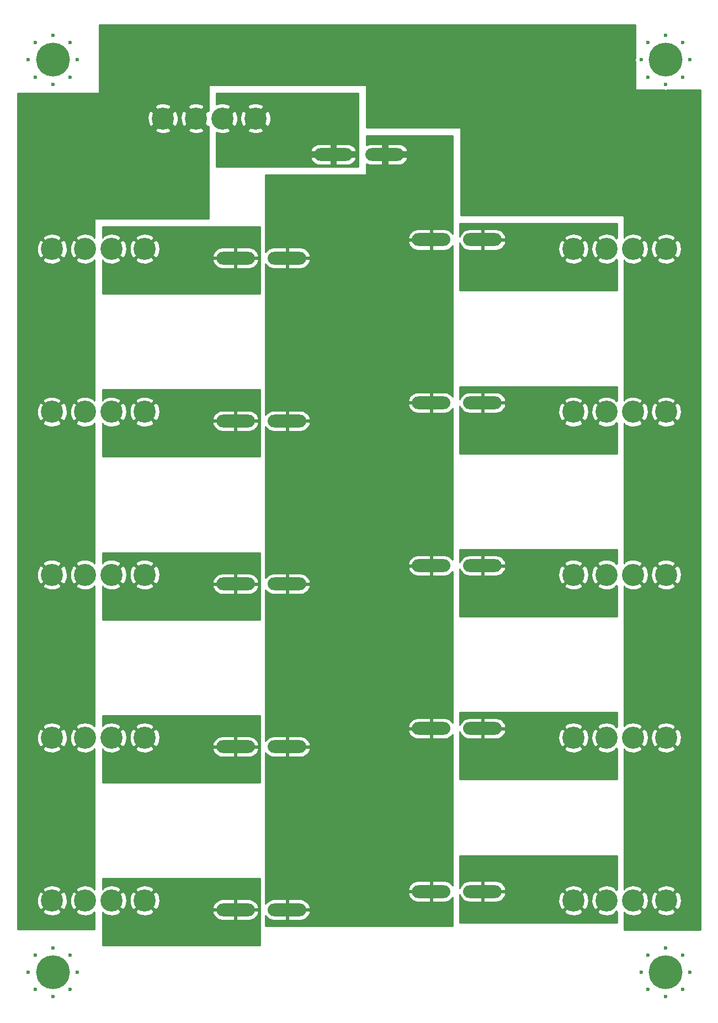
<source format=gbr>
G04 #@! TF.GenerationSoftware,KiCad,Pcbnew,5.1.5-52549c5~84~ubuntu18.04.1*
G04 #@! TF.CreationDate,2020-02-28T09:17:44-07:00*
G04 #@! TF.ProjectId,fuse-board-large,66757365-2d62-46f6-9172-642d6c617267,rev?*
G04 #@! TF.SameCoordinates,Original*
G04 #@! TF.FileFunction,Copper,L1,Top*
G04 #@! TF.FilePolarity,Positive*
%FSLAX46Y46*%
G04 Gerber Fmt 4.6, Leading zero omitted, Abs format (unit mm)*
G04 Created by KiCad (PCBNEW 5.1.5-52549c5~84~ubuntu18.04.1) date 2020-02-28 09:17:44*
%MOMM*%
%LPD*%
G04 APERTURE LIST*
%ADD10O,5.930000X1.970000*%
%ADD11C,0.600000*%
%ADD12C,5.200000*%
%ADD13C,3.400000*%
%ADD14C,0.254000*%
G04 APERTURE END LIST*
D10*
X88950000Y-60500000D03*
X81050000Y-60500000D03*
X73950000Y-76400000D03*
X66050000Y-76400000D03*
X73950000Y-101400000D03*
X66050000Y-101400000D03*
X73950000Y-151400000D03*
X66050000Y-151400000D03*
X96050000Y-98600000D03*
X103950000Y-98600000D03*
X73950000Y-126400000D03*
X66050000Y-126400000D03*
X73950000Y-176400000D03*
X66050000Y-176400000D03*
X96050000Y-123600000D03*
X103950000Y-123600000D03*
X96050000Y-73600000D03*
X103950000Y-73600000D03*
X96050000Y-148600000D03*
X103950000Y-148600000D03*
X96050000Y-173600000D03*
X103950000Y-173600000D03*
D11*
X40650000Y-188650000D03*
X35350000Y-188650000D03*
X40650000Y-183350000D03*
X35350000Y-183350000D03*
X34250000Y-186000000D03*
X41750000Y-186000000D03*
X38000000Y-189750000D03*
X38000000Y-182250000D03*
D12*
X38000000Y-186000000D03*
D11*
X134650000Y-188650000D03*
X129350000Y-188650000D03*
X134650000Y-183350000D03*
X129350000Y-183350000D03*
X128250000Y-186000000D03*
X135750000Y-186000000D03*
X132000000Y-189750000D03*
X132000000Y-182250000D03*
D12*
X132000000Y-186000000D03*
D11*
X134650000Y-48650000D03*
X129350000Y-48650000D03*
X134650000Y-43350000D03*
X129350000Y-43350000D03*
X128250000Y-46000000D03*
X135750000Y-46000000D03*
X132000000Y-49750000D03*
X132000000Y-42250000D03*
D12*
X132000000Y-46000000D03*
D11*
X40650000Y-48650000D03*
X35350000Y-48650000D03*
X40650000Y-43350000D03*
X35350000Y-43350000D03*
X34250000Y-46000000D03*
X41750000Y-46000000D03*
X38000000Y-49750000D03*
X38000000Y-42250000D03*
D12*
X38000000Y-46000000D03*
D13*
X52110000Y-75000000D03*
X37890000Y-75000000D03*
X47030000Y-75000000D03*
X42970000Y-75000000D03*
X52110000Y-100000000D03*
X37890000Y-100000000D03*
X47030000Y-100000000D03*
X42970000Y-100000000D03*
X52110000Y-150000000D03*
X37890000Y-150000000D03*
X47030000Y-150000000D03*
X42970000Y-150000000D03*
X117890000Y-100000000D03*
X132110000Y-100000000D03*
X122970000Y-100000000D03*
X127030000Y-100000000D03*
X52110000Y-125000000D03*
X37890000Y-125000000D03*
X47030000Y-125000000D03*
X42970000Y-125000000D03*
X52110000Y-175000000D03*
X37890000Y-175000000D03*
X47030000Y-175000000D03*
X42970000Y-175000000D03*
X69110000Y-55000000D03*
X54890000Y-55000000D03*
X64030000Y-55000000D03*
X59970000Y-55000000D03*
X117890000Y-125000000D03*
X132110000Y-125000000D03*
X122970000Y-125000000D03*
X127030000Y-125000000D03*
X117890000Y-75000000D03*
X132110000Y-75000000D03*
X122970000Y-75000000D03*
X127030000Y-75000000D03*
X117890000Y-150000000D03*
X132110000Y-150000000D03*
X122970000Y-150000000D03*
X127030000Y-150000000D03*
X117890000Y-175000000D03*
X132110000Y-175000000D03*
X122970000Y-175000000D03*
X127030000Y-175000000D03*
D14*
G36*
X99373000Y-72698694D02*
G01*
X99265316Y-72544290D01*
X99035621Y-72323577D01*
X98767280Y-72151916D01*
X98470606Y-72035904D01*
X98157000Y-71980000D01*
X96177000Y-71980000D01*
X96177000Y-73473000D01*
X96197000Y-73473000D01*
X96197000Y-73727000D01*
X96177000Y-73727000D01*
X96177000Y-75220000D01*
X98157000Y-75220000D01*
X98470606Y-75164096D01*
X98767280Y-75048084D01*
X99035621Y-74876423D01*
X99265316Y-74655710D01*
X99373000Y-74501306D01*
X99373000Y-97698694D01*
X99265316Y-97544290D01*
X99035621Y-97323577D01*
X98767280Y-97151916D01*
X98470606Y-97035904D01*
X98157000Y-96980000D01*
X96177000Y-96980000D01*
X96177000Y-98473000D01*
X96197000Y-98473000D01*
X96197000Y-98727000D01*
X96177000Y-98727000D01*
X96177000Y-100220000D01*
X98157000Y-100220000D01*
X98470606Y-100164096D01*
X98767280Y-100048084D01*
X99035621Y-99876423D01*
X99265316Y-99655710D01*
X99373000Y-99501306D01*
X99373000Y-122698694D01*
X99265316Y-122544290D01*
X99035621Y-122323577D01*
X98767280Y-122151916D01*
X98470606Y-122035904D01*
X98157000Y-121980000D01*
X96177000Y-121980000D01*
X96177000Y-123473000D01*
X96197000Y-123473000D01*
X96197000Y-123727000D01*
X96177000Y-123727000D01*
X96177000Y-125220000D01*
X98157000Y-125220000D01*
X98470606Y-125164096D01*
X98767280Y-125048084D01*
X99035621Y-124876423D01*
X99265316Y-124655710D01*
X99373000Y-124501306D01*
X99373000Y-147698694D01*
X99265316Y-147544290D01*
X99035621Y-147323577D01*
X98767280Y-147151916D01*
X98470606Y-147035904D01*
X98157000Y-146980000D01*
X96177000Y-146980000D01*
X96177000Y-148473000D01*
X96197000Y-148473000D01*
X96197000Y-148727000D01*
X96177000Y-148727000D01*
X96177000Y-150220000D01*
X98157000Y-150220000D01*
X98470606Y-150164096D01*
X98767280Y-150048084D01*
X99035621Y-149876423D01*
X99265316Y-149655710D01*
X99373000Y-149501306D01*
X99373000Y-172698694D01*
X99265316Y-172544290D01*
X99035621Y-172323577D01*
X98767280Y-172151916D01*
X98470606Y-172035904D01*
X98157000Y-171980000D01*
X96177000Y-171980000D01*
X96177000Y-173473000D01*
X96197000Y-173473000D01*
X96197000Y-173727000D01*
X96177000Y-173727000D01*
X96177000Y-175220000D01*
X98157000Y-175220000D01*
X98470606Y-175164096D01*
X98767280Y-175048084D01*
X99035621Y-174876423D01*
X99265316Y-174655710D01*
X99373000Y-174501306D01*
X99373000Y-178873000D01*
X70627000Y-178873000D01*
X70627000Y-177301306D01*
X70734684Y-177455710D01*
X70964379Y-177676423D01*
X71232720Y-177848084D01*
X71529394Y-177964096D01*
X71843000Y-178020000D01*
X73823000Y-178020000D01*
X73823000Y-176527000D01*
X74077000Y-176527000D01*
X74077000Y-178020000D01*
X76057000Y-178020000D01*
X76370606Y-177964096D01*
X76667280Y-177848084D01*
X76935621Y-177676423D01*
X77165316Y-177455710D01*
X77347539Y-177194427D01*
X77475286Y-176902614D01*
X77505263Y-176778080D01*
X77385721Y-176527000D01*
X74077000Y-176527000D01*
X73823000Y-176527000D01*
X73803000Y-176527000D01*
X73803000Y-176273000D01*
X73823000Y-176273000D01*
X73823000Y-174780000D01*
X74077000Y-174780000D01*
X74077000Y-176273000D01*
X77385721Y-176273000D01*
X77505263Y-176021920D01*
X77475286Y-175897386D01*
X77347539Y-175605573D01*
X77165316Y-175344290D01*
X76935621Y-175123577D01*
X76667280Y-174951916D01*
X76370606Y-174835904D01*
X76057000Y-174780000D01*
X74077000Y-174780000D01*
X73823000Y-174780000D01*
X71843000Y-174780000D01*
X71529394Y-174835904D01*
X71232720Y-174951916D01*
X70964379Y-175123577D01*
X70734684Y-175344290D01*
X70627000Y-175498694D01*
X70627000Y-173978080D01*
X92494737Y-173978080D01*
X92524714Y-174102614D01*
X92652461Y-174394427D01*
X92834684Y-174655710D01*
X93064379Y-174876423D01*
X93332720Y-175048084D01*
X93629394Y-175164096D01*
X93943000Y-175220000D01*
X95923000Y-175220000D01*
X95923000Y-173727000D01*
X92614279Y-173727000D01*
X92494737Y-173978080D01*
X70627000Y-173978080D01*
X70627000Y-173221920D01*
X92494737Y-173221920D01*
X92614279Y-173473000D01*
X95923000Y-173473000D01*
X95923000Y-171980000D01*
X93943000Y-171980000D01*
X93629394Y-172035904D01*
X93332720Y-172151916D01*
X93064379Y-172323577D01*
X92834684Y-172544290D01*
X92652461Y-172805573D01*
X92524714Y-173097386D01*
X92494737Y-173221920D01*
X70627000Y-173221920D01*
X70627000Y-152301306D01*
X70734684Y-152455710D01*
X70964379Y-152676423D01*
X71232720Y-152848084D01*
X71529394Y-152964096D01*
X71843000Y-153020000D01*
X73823000Y-153020000D01*
X73823000Y-151527000D01*
X74077000Y-151527000D01*
X74077000Y-153020000D01*
X76057000Y-153020000D01*
X76370606Y-152964096D01*
X76667280Y-152848084D01*
X76935621Y-152676423D01*
X77165316Y-152455710D01*
X77347539Y-152194427D01*
X77475286Y-151902614D01*
X77505263Y-151778080D01*
X77385721Y-151527000D01*
X74077000Y-151527000D01*
X73823000Y-151527000D01*
X73803000Y-151527000D01*
X73803000Y-151273000D01*
X73823000Y-151273000D01*
X73823000Y-149780000D01*
X74077000Y-149780000D01*
X74077000Y-151273000D01*
X77385721Y-151273000D01*
X77505263Y-151021920D01*
X77475286Y-150897386D01*
X77347539Y-150605573D01*
X77165316Y-150344290D01*
X76935621Y-150123577D01*
X76667280Y-149951916D01*
X76370606Y-149835904D01*
X76057000Y-149780000D01*
X74077000Y-149780000D01*
X73823000Y-149780000D01*
X71843000Y-149780000D01*
X71529394Y-149835904D01*
X71232720Y-149951916D01*
X70964379Y-150123577D01*
X70734684Y-150344290D01*
X70627000Y-150498694D01*
X70627000Y-148978080D01*
X92494737Y-148978080D01*
X92524714Y-149102614D01*
X92652461Y-149394427D01*
X92834684Y-149655710D01*
X93064379Y-149876423D01*
X93332720Y-150048084D01*
X93629394Y-150164096D01*
X93943000Y-150220000D01*
X95923000Y-150220000D01*
X95923000Y-148727000D01*
X92614279Y-148727000D01*
X92494737Y-148978080D01*
X70627000Y-148978080D01*
X70627000Y-148221920D01*
X92494737Y-148221920D01*
X92614279Y-148473000D01*
X95923000Y-148473000D01*
X95923000Y-146980000D01*
X93943000Y-146980000D01*
X93629394Y-147035904D01*
X93332720Y-147151916D01*
X93064379Y-147323577D01*
X92834684Y-147544290D01*
X92652461Y-147805573D01*
X92524714Y-148097386D01*
X92494737Y-148221920D01*
X70627000Y-148221920D01*
X70627000Y-127301306D01*
X70734684Y-127455710D01*
X70964379Y-127676423D01*
X71232720Y-127848084D01*
X71529394Y-127964096D01*
X71843000Y-128020000D01*
X73823000Y-128020000D01*
X73823000Y-126527000D01*
X74077000Y-126527000D01*
X74077000Y-128020000D01*
X76057000Y-128020000D01*
X76370606Y-127964096D01*
X76667280Y-127848084D01*
X76935621Y-127676423D01*
X77165316Y-127455710D01*
X77347539Y-127194427D01*
X77475286Y-126902614D01*
X77505263Y-126778080D01*
X77385721Y-126527000D01*
X74077000Y-126527000D01*
X73823000Y-126527000D01*
X73803000Y-126527000D01*
X73803000Y-126273000D01*
X73823000Y-126273000D01*
X73823000Y-124780000D01*
X74077000Y-124780000D01*
X74077000Y-126273000D01*
X77385721Y-126273000D01*
X77505263Y-126021920D01*
X77475286Y-125897386D01*
X77347539Y-125605573D01*
X77165316Y-125344290D01*
X76935621Y-125123577D01*
X76667280Y-124951916D01*
X76370606Y-124835904D01*
X76057000Y-124780000D01*
X74077000Y-124780000D01*
X73823000Y-124780000D01*
X71843000Y-124780000D01*
X71529394Y-124835904D01*
X71232720Y-124951916D01*
X70964379Y-125123577D01*
X70734684Y-125344290D01*
X70627000Y-125498694D01*
X70627000Y-123978080D01*
X92494737Y-123978080D01*
X92524714Y-124102614D01*
X92652461Y-124394427D01*
X92834684Y-124655710D01*
X93064379Y-124876423D01*
X93332720Y-125048084D01*
X93629394Y-125164096D01*
X93943000Y-125220000D01*
X95923000Y-125220000D01*
X95923000Y-123727000D01*
X92614279Y-123727000D01*
X92494737Y-123978080D01*
X70627000Y-123978080D01*
X70627000Y-123221920D01*
X92494737Y-123221920D01*
X92614279Y-123473000D01*
X95923000Y-123473000D01*
X95923000Y-121980000D01*
X93943000Y-121980000D01*
X93629394Y-122035904D01*
X93332720Y-122151916D01*
X93064379Y-122323577D01*
X92834684Y-122544290D01*
X92652461Y-122805573D01*
X92524714Y-123097386D01*
X92494737Y-123221920D01*
X70627000Y-123221920D01*
X70627000Y-102301306D01*
X70734684Y-102455710D01*
X70964379Y-102676423D01*
X71232720Y-102848084D01*
X71529394Y-102964096D01*
X71843000Y-103020000D01*
X73823000Y-103020000D01*
X73823000Y-101527000D01*
X74077000Y-101527000D01*
X74077000Y-103020000D01*
X76057000Y-103020000D01*
X76370606Y-102964096D01*
X76667280Y-102848084D01*
X76935621Y-102676423D01*
X77165316Y-102455710D01*
X77347539Y-102194427D01*
X77475286Y-101902614D01*
X77505263Y-101778080D01*
X77385721Y-101527000D01*
X74077000Y-101527000D01*
X73823000Y-101527000D01*
X73803000Y-101527000D01*
X73803000Y-101273000D01*
X73823000Y-101273000D01*
X73823000Y-99780000D01*
X74077000Y-99780000D01*
X74077000Y-101273000D01*
X77385721Y-101273000D01*
X77505263Y-101021920D01*
X77475286Y-100897386D01*
X77347539Y-100605573D01*
X77165316Y-100344290D01*
X76935621Y-100123577D01*
X76667280Y-99951916D01*
X76370606Y-99835904D01*
X76057000Y-99780000D01*
X74077000Y-99780000D01*
X73823000Y-99780000D01*
X71843000Y-99780000D01*
X71529394Y-99835904D01*
X71232720Y-99951916D01*
X70964379Y-100123577D01*
X70734684Y-100344290D01*
X70627000Y-100498694D01*
X70627000Y-98978080D01*
X92494737Y-98978080D01*
X92524714Y-99102614D01*
X92652461Y-99394427D01*
X92834684Y-99655710D01*
X93064379Y-99876423D01*
X93332720Y-100048084D01*
X93629394Y-100164096D01*
X93943000Y-100220000D01*
X95923000Y-100220000D01*
X95923000Y-98727000D01*
X92614279Y-98727000D01*
X92494737Y-98978080D01*
X70627000Y-98978080D01*
X70627000Y-98221920D01*
X92494737Y-98221920D01*
X92614279Y-98473000D01*
X95923000Y-98473000D01*
X95923000Y-96980000D01*
X93943000Y-96980000D01*
X93629394Y-97035904D01*
X93332720Y-97151916D01*
X93064379Y-97323577D01*
X92834684Y-97544290D01*
X92652461Y-97805573D01*
X92524714Y-98097386D01*
X92494737Y-98221920D01*
X70627000Y-98221920D01*
X70627000Y-77301306D01*
X70734684Y-77455710D01*
X70964379Y-77676423D01*
X71232720Y-77848084D01*
X71529394Y-77964096D01*
X71843000Y-78020000D01*
X73823000Y-78020000D01*
X73823000Y-76527000D01*
X74077000Y-76527000D01*
X74077000Y-78020000D01*
X76057000Y-78020000D01*
X76370606Y-77964096D01*
X76667280Y-77848084D01*
X76935621Y-77676423D01*
X77165316Y-77455710D01*
X77347539Y-77194427D01*
X77475286Y-76902614D01*
X77505263Y-76778080D01*
X77385721Y-76527000D01*
X74077000Y-76527000D01*
X73823000Y-76527000D01*
X73803000Y-76527000D01*
X73803000Y-76273000D01*
X73823000Y-76273000D01*
X73823000Y-74780000D01*
X74077000Y-74780000D01*
X74077000Y-76273000D01*
X77385721Y-76273000D01*
X77505263Y-76021920D01*
X77475286Y-75897386D01*
X77347539Y-75605573D01*
X77165316Y-75344290D01*
X76935621Y-75123577D01*
X76667280Y-74951916D01*
X76370606Y-74835904D01*
X76057000Y-74780000D01*
X74077000Y-74780000D01*
X73823000Y-74780000D01*
X71843000Y-74780000D01*
X71529394Y-74835904D01*
X71232720Y-74951916D01*
X70964379Y-75123577D01*
X70734684Y-75344290D01*
X70627000Y-75498694D01*
X70627000Y-73978080D01*
X92494737Y-73978080D01*
X92524714Y-74102614D01*
X92652461Y-74394427D01*
X92834684Y-74655710D01*
X93064379Y-74876423D01*
X93332720Y-75048084D01*
X93629394Y-75164096D01*
X93943000Y-75220000D01*
X95923000Y-75220000D01*
X95923000Y-73727000D01*
X92614279Y-73727000D01*
X92494737Y-73978080D01*
X70627000Y-73978080D01*
X70627000Y-73221920D01*
X92494737Y-73221920D01*
X92614279Y-73473000D01*
X95923000Y-73473000D01*
X95923000Y-71980000D01*
X93943000Y-71980000D01*
X93629394Y-72035904D01*
X93332720Y-72151916D01*
X93064379Y-72323577D01*
X92834684Y-72544290D01*
X92652461Y-72805573D01*
X92524714Y-73097386D01*
X92494737Y-73221920D01*
X70627000Y-73221920D01*
X70627000Y-63627000D01*
X99373000Y-63627000D01*
X99373000Y-72698694D01*
G37*
X99373000Y-72698694D02*
X99265316Y-72544290D01*
X99035621Y-72323577D01*
X98767280Y-72151916D01*
X98470606Y-72035904D01*
X98157000Y-71980000D01*
X96177000Y-71980000D01*
X96177000Y-73473000D01*
X96197000Y-73473000D01*
X96197000Y-73727000D01*
X96177000Y-73727000D01*
X96177000Y-75220000D01*
X98157000Y-75220000D01*
X98470606Y-75164096D01*
X98767280Y-75048084D01*
X99035621Y-74876423D01*
X99265316Y-74655710D01*
X99373000Y-74501306D01*
X99373000Y-97698694D01*
X99265316Y-97544290D01*
X99035621Y-97323577D01*
X98767280Y-97151916D01*
X98470606Y-97035904D01*
X98157000Y-96980000D01*
X96177000Y-96980000D01*
X96177000Y-98473000D01*
X96197000Y-98473000D01*
X96197000Y-98727000D01*
X96177000Y-98727000D01*
X96177000Y-100220000D01*
X98157000Y-100220000D01*
X98470606Y-100164096D01*
X98767280Y-100048084D01*
X99035621Y-99876423D01*
X99265316Y-99655710D01*
X99373000Y-99501306D01*
X99373000Y-122698694D01*
X99265316Y-122544290D01*
X99035621Y-122323577D01*
X98767280Y-122151916D01*
X98470606Y-122035904D01*
X98157000Y-121980000D01*
X96177000Y-121980000D01*
X96177000Y-123473000D01*
X96197000Y-123473000D01*
X96197000Y-123727000D01*
X96177000Y-123727000D01*
X96177000Y-125220000D01*
X98157000Y-125220000D01*
X98470606Y-125164096D01*
X98767280Y-125048084D01*
X99035621Y-124876423D01*
X99265316Y-124655710D01*
X99373000Y-124501306D01*
X99373000Y-147698694D01*
X99265316Y-147544290D01*
X99035621Y-147323577D01*
X98767280Y-147151916D01*
X98470606Y-147035904D01*
X98157000Y-146980000D01*
X96177000Y-146980000D01*
X96177000Y-148473000D01*
X96197000Y-148473000D01*
X96197000Y-148727000D01*
X96177000Y-148727000D01*
X96177000Y-150220000D01*
X98157000Y-150220000D01*
X98470606Y-150164096D01*
X98767280Y-150048084D01*
X99035621Y-149876423D01*
X99265316Y-149655710D01*
X99373000Y-149501306D01*
X99373000Y-172698694D01*
X99265316Y-172544290D01*
X99035621Y-172323577D01*
X98767280Y-172151916D01*
X98470606Y-172035904D01*
X98157000Y-171980000D01*
X96177000Y-171980000D01*
X96177000Y-173473000D01*
X96197000Y-173473000D01*
X96197000Y-173727000D01*
X96177000Y-173727000D01*
X96177000Y-175220000D01*
X98157000Y-175220000D01*
X98470606Y-175164096D01*
X98767280Y-175048084D01*
X99035621Y-174876423D01*
X99265316Y-174655710D01*
X99373000Y-174501306D01*
X99373000Y-178873000D01*
X70627000Y-178873000D01*
X70627000Y-177301306D01*
X70734684Y-177455710D01*
X70964379Y-177676423D01*
X71232720Y-177848084D01*
X71529394Y-177964096D01*
X71843000Y-178020000D01*
X73823000Y-178020000D01*
X73823000Y-176527000D01*
X74077000Y-176527000D01*
X74077000Y-178020000D01*
X76057000Y-178020000D01*
X76370606Y-177964096D01*
X76667280Y-177848084D01*
X76935621Y-177676423D01*
X77165316Y-177455710D01*
X77347539Y-177194427D01*
X77475286Y-176902614D01*
X77505263Y-176778080D01*
X77385721Y-176527000D01*
X74077000Y-176527000D01*
X73823000Y-176527000D01*
X73803000Y-176527000D01*
X73803000Y-176273000D01*
X73823000Y-176273000D01*
X73823000Y-174780000D01*
X74077000Y-174780000D01*
X74077000Y-176273000D01*
X77385721Y-176273000D01*
X77505263Y-176021920D01*
X77475286Y-175897386D01*
X77347539Y-175605573D01*
X77165316Y-175344290D01*
X76935621Y-175123577D01*
X76667280Y-174951916D01*
X76370606Y-174835904D01*
X76057000Y-174780000D01*
X74077000Y-174780000D01*
X73823000Y-174780000D01*
X71843000Y-174780000D01*
X71529394Y-174835904D01*
X71232720Y-174951916D01*
X70964379Y-175123577D01*
X70734684Y-175344290D01*
X70627000Y-175498694D01*
X70627000Y-173978080D01*
X92494737Y-173978080D01*
X92524714Y-174102614D01*
X92652461Y-174394427D01*
X92834684Y-174655710D01*
X93064379Y-174876423D01*
X93332720Y-175048084D01*
X93629394Y-175164096D01*
X93943000Y-175220000D01*
X95923000Y-175220000D01*
X95923000Y-173727000D01*
X92614279Y-173727000D01*
X92494737Y-173978080D01*
X70627000Y-173978080D01*
X70627000Y-173221920D01*
X92494737Y-173221920D01*
X92614279Y-173473000D01*
X95923000Y-173473000D01*
X95923000Y-171980000D01*
X93943000Y-171980000D01*
X93629394Y-172035904D01*
X93332720Y-172151916D01*
X93064379Y-172323577D01*
X92834684Y-172544290D01*
X92652461Y-172805573D01*
X92524714Y-173097386D01*
X92494737Y-173221920D01*
X70627000Y-173221920D01*
X70627000Y-152301306D01*
X70734684Y-152455710D01*
X70964379Y-152676423D01*
X71232720Y-152848084D01*
X71529394Y-152964096D01*
X71843000Y-153020000D01*
X73823000Y-153020000D01*
X73823000Y-151527000D01*
X74077000Y-151527000D01*
X74077000Y-153020000D01*
X76057000Y-153020000D01*
X76370606Y-152964096D01*
X76667280Y-152848084D01*
X76935621Y-152676423D01*
X77165316Y-152455710D01*
X77347539Y-152194427D01*
X77475286Y-151902614D01*
X77505263Y-151778080D01*
X77385721Y-151527000D01*
X74077000Y-151527000D01*
X73823000Y-151527000D01*
X73803000Y-151527000D01*
X73803000Y-151273000D01*
X73823000Y-151273000D01*
X73823000Y-149780000D01*
X74077000Y-149780000D01*
X74077000Y-151273000D01*
X77385721Y-151273000D01*
X77505263Y-151021920D01*
X77475286Y-150897386D01*
X77347539Y-150605573D01*
X77165316Y-150344290D01*
X76935621Y-150123577D01*
X76667280Y-149951916D01*
X76370606Y-149835904D01*
X76057000Y-149780000D01*
X74077000Y-149780000D01*
X73823000Y-149780000D01*
X71843000Y-149780000D01*
X71529394Y-149835904D01*
X71232720Y-149951916D01*
X70964379Y-150123577D01*
X70734684Y-150344290D01*
X70627000Y-150498694D01*
X70627000Y-148978080D01*
X92494737Y-148978080D01*
X92524714Y-149102614D01*
X92652461Y-149394427D01*
X92834684Y-149655710D01*
X93064379Y-149876423D01*
X93332720Y-150048084D01*
X93629394Y-150164096D01*
X93943000Y-150220000D01*
X95923000Y-150220000D01*
X95923000Y-148727000D01*
X92614279Y-148727000D01*
X92494737Y-148978080D01*
X70627000Y-148978080D01*
X70627000Y-148221920D01*
X92494737Y-148221920D01*
X92614279Y-148473000D01*
X95923000Y-148473000D01*
X95923000Y-146980000D01*
X93943000Y-146980000D01*
X93629394Y-147035904D01*
X93332720Y-147151916D01*
X93064379Y-147323577D01*
X92834684Y-147544290D01*
X92652461Y-147805573D01*
X92524714Y-148097386D01*
X92494737Y-148221920D01*
X70627000Y-148221920D01*
X70627000Y-127301306D01*
X70734684Y-127455710D01*
X70964379Y-127676423D01*
X71232720Y-127848084D01*
X71529394Y-127964096D01*
X71843000Y-128020000D01*
X73823000Y-128020000D01*
X73823000Y-126527000D01*
X74077000Y-126527000D01*
X74077000Y-128020000D01*
X76057000Y-128020000D01*
X76370606Y-127964096D01*
X76667280Y-127848084D01*
X76935621Y-127676423D01*
X77165316Y-127455710D01*
X77347539Y-127194427D01*
X77475286Y-126902614D01*
X77505263Y-126778080D01*
X77385721Y-126527000D01*
X74077000Y-126527000D01*
X73823000Y-126527000D01*
X73803000Y-126527000D01*
X73803000Y-126273000D01*
X73823000Y-126273000D01*
X73823000Y-124780000D01*
X74077000Y-124780000D01*
X74077000Y-126273000D01*
X77385721Y-126273000D01*
X77505263Y-126021920D01*
X77475286Y-125897386D01*
X77347539Y-125605573D01*
X77165316Y-125344290D01*
X76935621Y-125123577D01*
X76667280Y-124951916D01*
X76370606Y-124835904D01*
X76057000Y-124780000D01*
X74077000Y-124780000D01*
X73823000Y-124780000D01*
X71843000Y-124780000D01*
X71529394Y-124835904D01*
X71232720Y-124951916D01*
X70964379Y-125123577D01*
X70734684Y-125344290D01*
X70627000Y-125498694D01*
X70627000Y-123978080D01*
X92494737Y-123978080D01*
X92524714Y-124102614D01*
X92652461Y-124394427D01*
X92834684Y-124655710D01*
X93064379Y-124876423D01*
X93332720Y-125048084D01*
X93629394Y-125164096D01*
X93943000Y-125220000D01*
X95923000Y-125220000D01*
X95923000Y-123727000D01*
X92614279Y-123727000D01*
X92494737Y-123978080D01*
X70627000Y-123978080D01*
X70627000Y-123221920D01*
X92494737Y-123221920D01*
X92614279Y-123473000D01*
X95923000Y-123473000D01*
X95923000Y-121980000D01*
X93943000Y-121980000D01*
X93629394Y-122035904D01*
X93332720Y-122151916D01*
X93064379Y-122323577D01*
X92834684Y-122544290D01*
X92652461Y-122805573D01*
X92524714Y-123097386D01*
X92494737Y-123221920D01*
X70627000Y-123221920D01*
X70627000Y-102301306D01*
X70734684Y-102455710D01*
X70964379Y-102676423D01*
X71232720Y-102848084D01*
X71529394Y-102964096D01*
X71843000Y-103020000D01*
X73823000Y-103020000D01*
X73823000Y-101527000D01*
X74077000Y-101527000D01*
X74077000Y-103020000D01*
X76057000Y-103020000D01*
X76370606Y-102964096D01*
X76667280Y-102848084D01*
X76935621Y-102676423D01*
X77165316Y-102455710D01*
X77347539Y-102194427D01*
X77475286Y-101902614D01*
X77505263Y-101778080D01*
X77385721Y-101527000D01*
X74077000Y-101527000D01*
X73823000Y-101527000D01*
X73803000Y-101527000D01*
X73803000Y-101273000D01*
X73823000Y-101273000D01*
X73823000Y-99780000D01*
X74077000Y-99780000D01*
X74077000Y-101273000D01*
X77385721Y-101273000D01*
X77505263Y-101021920D01*
X77475286Y-100897386D01*
X77347539Y-100605573D01*
X77165316Y-100344290D01*
X76935621Y-100123577D01*
X76667280Y-99951916D01*
X76370606Y-99835904D01*
X76057000Y-99780000D01*
X74077000Y-99780000D01*
X73823000Y-99780000D01*
X71843000Y-99780000D01*
X71529394Y-99835904D01*
X71232720Y-99951916D01*
X70964379Y-100123577D01*
X70734684Y-100344290D01*
X70627000Y-100498694D01*
X70627000Y-98978080D01*
X92494737Y-98978080D01*
X92524714Y-99102614D01*
X92652461Y-99394427D01*
X92834684Y-99655710D01*
X93064379Y-99876423D01*
X93332720Y-100048084D01*
X93629394Y-100164096D01*
X93943000Y-100220000D01*
X95923000Y-100220000D01*
X95923000Y-98727000D01*
X92614279Y-98727000D01*
X92494737Y-98978080D01*
X70627000Y-98978080D01*
X70627000Y-98221920D01*
X92494737Y-98221920D01*
X92614279Y-98473000D01*
X95923000Y-98473000D01*
X95923000Y-96980000D01*
X93943000Y-96980000D01*
X93629394Y-97035904D01*
X93332720Y-97151916D01*
X93064379Y-97323577D01*
X92834684Y-97544290D01*
X92652461Y-97805573D01*
X92524714Y-98097386D01*
X92494737Y-98221920D01*
X70627000Y-98221920D01*
X70627000Y-77301306D01*
X70734684Y-77455710D01*
X70964379Y-77676423D01*
X71232720Y-77848084D01*
X71529394Y-77964096D01*
X71843000Y-78020000D01*
X73823000Y-78020000D01*
X73823000Y-76527000D01*
X74077000Y-76527000D01*
X74077000Y-78020000D01*
X76057000Y-78020000D01*
X76370606Y-77964096D01*
X76667280Y-77848084D01*
X76935621Y-77676423D01*
X77165316Y-77455710D01*
X77347539Y-77194427D01*
X77475286Y-76902614D01*
X77505263Y-76778080D01*
X77385721Y-76527000D01*
X74077000Y-76527000D01*
X73823000Y-76527000D01*
X73803000Y-76527000D01*
X73803000Y-76273000D01*
X73823000Y-76273000D01*
X73823000Y-74780000D01*
X74077000Y-74780000D01*
X74077000Y-76273000D01*
X77385721Y-76273000D01*
X77505263Y-76021920D01*
X77475286Y-75897386D01*
X77347539Y-75605573D01*
X77165316Y-75344290D01*
X76935621Y-75123577D01*
X76667280Y-74951916D01*
X76370606Y-74835904D01*
X76057000Y-74780000D01*
X74077000Y-74780000D01*
X73823000Y-74780000D01*
X71843000Y-74780000D01*
X71529394Y-74835904D01*
X71232720Y-74951916D01*
X70964379Y-75123577D01*
X70734684Y-75344290D01*
X70627000Y-75498694D01*
X70627000Y-73978080D01*
X92494737Y-73978080D01*
X92524714Y-74102614D01*
X92652461Y-74394427D01*
X92834684Y-74655710D01*
X93064379Y-74876423D01*
X93332720Y-75048084D01*
X93629394Y-75164096D01*
X93943000Y-75220000D01*
X95923000Y-75220000D01*
X95923000Y-73727000D01*
X92614279Y-73727000D01*
X92494737Y-73978080D01*
X70627000Y-73978080D01*
X70627000Y-73221920D01*
X92494737Y-73221920D01*
X92614279Y-73473000D01*
X95923000Y-73473000D01*
X95923000Y-71980000D01*
X93943000Y-71980000D01*
X93629394Y-72035904D01*
X93332720Y-72151916D01*
X93064379Y-72323577D01*
X92834684Y-72544290D01*
X92652461Y-72805573D01*
X92524714Y-73097386D01*
X92494737Y-73221920D01*
X70627000Y-73221920D01*
X70627000Y-63627000D01*
X99373000Y-63627000D01*
X99373000Y-72698694D01*
G36*
X44373000Y-73270021D02*
G01*
X44244352Y-73029940D01*
X43835526Y-72819180D01*
X43393438Y-72692228D01*
X42935078Y-72653963D01*
X42478060Y-72705854D01*
X42039947Y-72845908D01*
X41695648Y-73029940D01*
X41515582Y-73365977D01*
X42970000Y-74820395D01*
X42984143Y-74806253D01*
X43163748Y-74985858D01*
X43149605Y-75000000D01*
X43163748Y-75014143D01*
X42984143Y-75193748D01*
X42970000Y-75179605D01*
X41515582Y-76634023D01*
X41695648Y-76970060D01*
X42104474Y-77180820D01*
X42546562Y-77307772D01*
X43004922Y-77346037D01*
X43461940Y-77294146D01*
X43900053Y-77154092D01*
X44244352Y-76970060D01*
X44373000Y-76729979D01*
X44373000Y-98270021D01*
X44244352Y-98029940D01*
X43835526Y-97819180D01*
X43393438Y-97692228D01*
X42935078Y-97653963D01*
X42478060Y-97705854D01*
X42039947Y-97845908D01*
X41695648Y-98029940D01*
X41515582Y-98365977D01*
X42970000Y-99820395D01*
X42984143Y-99806253D01*
X43163748Y-99985858D01*
X43149605Y-100000000D01*
X43163748Y-100014143D01*
X42984143Y-100193748D01*
X42970000Y-100179605D01*
X41515582Y-101634023D01*
X41695648Y-101970060D01*
X42104474Y-102180820D01*
X42546562Y-102307772D01*
X43004922Y-102346037D01*
X43461940Y-102294146D01*
X43900053Y-102154092D01*
X44244352Y-101970060D01*
X44373000Y-101729979D01*
X44373000Y-123270021D01*
X44244352Y-123029940D01*
X43835526Y-122819180D01*
X43393438Y-122692228D01*
X42935078Y-122653963D01*
X42478060Y-122705854D01*
X42039947Y-122845908D01*
X41695648Y-123029940D01*
X41515582Y-123365977D01*
X42970000Y-124820395D01*
X42984143Y-124806253D01*
X43163748Y-124985858D01*
X43149605Y-125000000D01*
X43163748Y-125014143D01*
X42984143Y-125193748D01*
X42970000Y-125179605D01*
X41515582Y-126634023D01*
X41695648Y-126970060D01*
X42104474Y-127180820D01*
X42546562Y-127307772D01*
X43004922Y-127346037D01*
X43461940Y-127294146D01*
X43900053Y-127154092D01*
X44244352Y-126970060D01*
X44373000Y-126729979D01*
X44373000Y-148270021D01*
X44244352Y-148029940D01*
X43835526Y-147819180D01*
X43393438Y-147692228D01*
X42935078Y-147653963D01*
X42478060Y-147705854D01*
X42039947Y-147845908D01*
X41695648Y-148029940D01*
X41515582Y-148365977D01*
X42970000Y-149820395D01*
X42984143Y-149806253D01*
X43163748Y-149985858D01*
X43149605Y-150000000D01*
X43163748Y-150014143D01*
X42984143Y-150193748D01*
X42970000Y-150179605D01*
X41515582Y-151634023D01*
X41695648Y-151970060D01*
X42104474Y-152180820D01*
X42546562Y-152307772D01*
X43004922Y-152346037D01*
X43461940Y-152294146D01*
X43900053Y-152154092D01*
X44244352Y-151970060D01*
X44373000Y-151729979D01*
X44373000Y-173270021D01*
X44244352Y-173029940D01*
X43835526Y-172819180D01*
X43393438Y-172692228D01*
X42935078Y-172653963D01*
X42478060Y-172705854D01*
X42039947Y-172845908D01*
X41695648Y-173029940D01*
X41515582Y-173365977D01*
X42970000Y-174820395D01*
X42984143Y-174806253D01*
X43163748Y-174985858D01*
X43149605Y-175000000D01*
X43163748Y-175014143D01*
X42984143Y-175193748D01*
X42970000Y-175179605D01*
X41515582Y-176634023D01*
X41695648Y-176970060D01*
X42104474Y-177180820D01*
X42546562Y-177307772D01*
X43004922Y-177346037D01*
X43461940Y-177294146D01*
X43900053Y-177154092D01*
X44244352Y-176970060D01*
X44373000Y-176729979D01*
X44373000Y-179373000D01*
X32660000Y-179373000D01*
X32660000Y-176634023D01*
X36435582Y-176634023D01*
X36615648Y-176970060D01*
X37024474Y-177180820D01*
X37466562Y-177307772D01*
X37924922Y-177346037D01*
X38381940Y-177294146D01*
X38820053Y-177154092D01*
X39164352Y-176970060D01*
X39344418Y-176634023D01*
X37890000Y-175179605D01*
X36435582Y-176634023D01*
X32660000Y-176634023D01*
X32660000Y-175034922D01*
X35543963Y-175034922D01*
X35595854Y-175491940D01*
X35735908Y-175930053D01*
X35919940Y-176274352D01*
X36255977Y-176454418D01*
X37710395Y-175000000D01*
X38069605Y-175000000D01*
X39524023Y-176454418D01*
X39860060Y-176274352D01*
X40070820Y-175865526D01*
X40197772Y-175423438D01*
X40230206Y-175034922D01*
X40623963Y-175034922D01*
X40675854Y-175491940D01*
X40815908Y-175930053D01*
X40999940Y-176274352D01*
X41335977Y-176454418D01*
X42790395Y-175000000D01*
X41335977Y-173545582D01*
X40999940Y-173725648D01*
X40789180Y-174134474D01*
X40662228Y-174576562D01*
X40623963Y-175034922D01*
X40230206Y-175034922D01*
X40236037Y-174965078D01*
X40184146Y-174508060D01*
X40044092Y-174069947D01*
X39860060Y-173725648D01*
X39524023Y-173545582D01*
X38069605Y-175000000D01*
X37710395Y-175000000D01*
X36255977Y-173545582D01*
X35919940Y-173725648D01*
X35709180Y-174134474D01*
X35582228Y-174576562D01*
X35543963Y-175034922D01*
X32660000Y-175034922D01*
X32660000Y-173365977D01*
X36435582Y-173365977D01*
X37890000Y-174820395D01*
X39344418Y-173365977D01*
X39164352Y-173029940D01*
X38755526Y-172819180D01*
X38313438Y-172692228D01*
X37855078Y-172653963D01*
X37398060Y-172705854D01*
X36959947Y-172845908D01*
X36615648Y-173029940D01*
X36435582Y-173365977D01*
X32660000Y-173365977D01*
X32660000Y-151634023D01*
X36435582Y-151634023D01*
X36615648Y-151970060D01*
X37024474Y-152180820D01*
X37466562Y-152307772D01*
X37924922Y-152346037D01*
X38381940Y-152294146D01*
X38820053Y-152154092D01*
X39164352Y-151970060D01*
X39344418Y-151634023D01*
X37890000Y-150179605D01*
X36435582Y-151634023D01*
X32660000Y-151634023D01*
X32660000Y-150034922D01*
X35543963Y-150034922D01*
X35595854Y-150491940D01*
X35735908Y-150930053D01*
X35919940Y-151274352D01*
X36255977Y-151454418D01*
X37710395Y-150000000D01*
X38069605Y-150000000D01*
X39524023Y-151454418D01*
X39860060Y-151274352D01*
X40070820Y-150865526D01*
X40197772Y-150423438D01*
X40230206Y-150034922D01*
X40623963Y-150034922D01*
X40675854Y-150491940D01*
X40815908Y-150930053D01*
X40999940Y-151274352D01*
X41335977Y-151454418D01*
X42790395Y-150000000D01*
X41335977Y-148545582D01*
X40999940Y-148725648D01*
X40789180Y-149134474D01*
X40662228Y-149576562D01*
X40623963Y-150034922D01*
X40230206Y-150034922D01*
X40236037Y-149965078D01*
X40184146Y-149508060D01*
X40044092Y-149069947D01*
X39860060Y-148725648D01*
X39524023Y-148545582D01*
X38069605Y-150000000D01*
X37710395Y-150000000D01*
X36255977Y-148545582D01*
X35919940Y-148725648D01*
X35709180Y-149134474D01*
X35582228Y-149576562D01*
X35543963Y-150034922D01*
X32660000Y-150034922D01*
X32660000Y-148365977D01*
X36435582Y-148365977D01*
X37890000Y-149820395D01*
X39344418Y-148365977D01*
X39164352Y-148029940D01*
X38755526Y-147819180D01*
X38313438Y-147692228D01*
X37855078Y-147653963D01*
X37398060Y-147705854D01*
X36959947Y-147845908D01*
X36615648Y-148029940D01*
X36435582Y-148365977D01*
X32660000Y-148365977D01*
X32660000Y-126634023D01*
X36435582Y-126634023D01*
X36615648Y-126970060D01*
X37024474Y-127180820D01*
X37466562Y-127307772D01*
X37924922Y-127346037D01*
X38381940Y-127294146D01*
X38820053Y-127154092D01*
X39164352Y-126970060D01*
X39344418Y-126634023D01*
X37890000Y-125179605D01*
X36435582Y-126634023D01*
X32660000Y-126634023D01*
X32660000Y-125034922D01*
X35543963Y-125034922D01*
X35595854Y-125491940D01*
X35735908Y-125930053D01*
X35919940Y-126274352D01*
X36255977Y-126454418D01*
X37710395Y-125000000D01*
X38069605Y-125000000D01*
X39524023Y-126454418D01*
X39860060Y-126274352D01*
X40070820Y-125865526D01*
X40197772Y-125423438D01*
X40230206Y-125034922D01*
X40623963Y-125034922D01*
X40675854Y-125491940D01*
X40815908Y-125930053D01*
X40999940Y-126274352D01*
X41335977Y-126454418D01*
X42790395Y-125000000D01*
X41335977Y-123545582D01*
X40999940Y-123725648D01*
X40789180Y-124134474D01*
X40662228Y-124576562D01*
X40623963Y-125034922D01*
X40230206Y-125034922D01*
X40236037Y-124965078D01*
X40184146Y-124508060D01*
X40044092Y-124069947D01*
X39860060Y-123725648D01*
X39524023Y-123545582D01*
X38069605Y-125000000D01*
X37710395Y-125000000D01*
X36255977Y-123545582D01*
X35919940Y-123725648D01*
X35709180Y-124134474D01*
X35582228Y-124576562D01*
X35543963Y-125034922D01*
X32660000Y-125034922D01*
X32660000Y-123365977D01*
X36435582Y-123365977D01*
X37890000Y-124820395D01*
X39344418Y-123365977D01*
X39164352Y-123029940D01*
X38755526Y-122819180D01*
X38313438Y-122692228D01*
X37855078Y-122653963D01*
X37398060Y-122705854D01*
X36959947Y-122845908D01*
X36615648Y-123029940D01*
X36435582Y-123365977D01*
X32660000Y-123365977D01*
X32660000Y-101634023D01*
X36435582Y-101634023D01*
X36615648Y-101970060D01*
X37024474Y-102180820D01*
X37466562Y-102307772D01*
X37924922Y-102346037D01*
X38381940Y-102294146D01*
X38820053Y-102154092D01*
X39164352Y-101970060D01*
X39344418Y-101634023D01*
X37890000Y-100179605D01*
X36435582Y-101634023D01*
X32660000Y-101634023D01*
X32660000Y-100034922D01*
X35543963Y-100034922D01*
X35595854Y-100491940D01*
X35735908Y-100930053D01*
X35919940Y-101274352D01*
X36255977Y-101454418D01*
X37710395Y-100000000D01*
X38069605Y-100000000D01*
X39524023Y-101454418D01*
X39860060Y-101274352D01*
X40070820Y-100865526D01*
X40197772Y-100423438D01*
X40230206Y-100034922D01*
X40623963Y-100034922D01*
X40675854Y-100491940D01*
X40815908Y-100930053D01*
X40999940Y-101274352D01*
X41335977Y-101454418D01*
X42790395Y-100000000D01*
X41335977Y-98545582D01*
X40999940Y-98725648D01*
X40789180Y-99134474D01*
X40662228Y-99576562D01*
X40623963Y-100034922D01*
X40230206Y-100034922D01*
X40236037Y-99965078D01*
X40184146Y-99508060D01*
X40044092Y-99069947D01*
X39860060Y-98725648D01*
X39524023Y-98545582D01*
X38069605Y-100000000D01*
X37710395Y-100000000D01*
X36255977Y-98545582D01*
X35919940Y-98725648D01*
X35709180Y-99134474D01*
X35582228Y-99576562D01*
X35543963Y-100034922D01*
X32660000Y-100034922D01*
X32660000Y-98365977D01*
X36435582Y-98365977D01*
X37890000Y-99820395D01*
X39344418Y-98365977D01*
X39164352Y-98029940D01*
X38755526Y-97819180D01*
X38313438Y-97692228D01*
X37855078Y-97653963D01*
X37398060Y-97705854D01*
X36959947Y-97845908D01*
X36615648Y-98029940D01*
X36435582Y-98365977D01*
X32660000Y-98365977D01*
X32660000Y-76634023D01*
X36435582Y-76634023D01*
X36615648Y-76970060D01*
X37024474Y-77180820D01*
X37466562Y-77307772D01*
X37924922Y-77346037D01*
X38381940Y-77294146D01*
X38820053Y-77154092D01*
X39164352Y-76970060D01*
X39344418Y-76634023D01*
X37890000Y-75179605D01*
X36435582Y-76634023D01*
X32660000Y-76634023D01*
X32660000Y-75034922D01*
X35543963Y-75034922D01*
X35595854Y-75491940D01*
X35735908Y-75930053D01*
X35919940Y-76274352D01*
X36255977Y-76454418D01*
X37710395Y-75000000D01*
X38069605Y-75000000D01*
X39524023Y-76454418D01*
X39860060Y-76274352D01*
X40070820Y-75865526D01*
X40197772Y-75423438D01*
X40230206Y-75034922D01*
X40623963Y-75034922D01*
X40675854Y-75491940D01*
X40815908Y-75930053D01*
X40999940Y-76274352D01*
X41335977Y-76454418D01*
X42790395Y-75000000D01*
X41335977Y-73545582D01*
X40999940Y-73725648D01*
X40789180Y-74134474D01*
X40662228Y-74576562D01*
X40623963Y-75034922D01*
X40230206Y-75034922D01*
X40236037Y-74965078D01*
X40184146Y-74508060D01*
X40044092Y-74069947D01*
X39860060Y-73725648D01*
X39524023Y-73545582D01*
X38069605Y-75000000D01*
X37710395Y-75000000D01*
X36255977Y-73545582D01*
X35919940Y-73725648D01*
X35709180Y-74134474D01*
X35582228Y-74576562D01*
X35543963Y-75034922D01*
X32660000Y-75034922D01*
X32660000Y-73365977D01*
X36435582Y-73365977D01*
X37890000Y-74820395D01*
X39344418Y-73365977D01*
X39164352Y-73029940D01*
X38755526Y-72819180D01*
X38313438Y-72692228D01*
X37855078Y-72653963D01*
X37398060Y-72705854D01*
X36959947Y-72845908D01*
X36615648Y-73029940D01*
X36435582Y-73365977D01*
X32660000Y-73365977D01*
X32660000Y-71627000D01*
X44373000Y-71627000D01*
X44373000Y-73270021D01*
G37*
X44373000Y-73270021D02*
X44244352Y-73029940D01*
X43835526Y-72819180D01*
X43393438Y-72692228D01*
X42935078Y-72653963D01*
X42478060Y-72705854D01*
X42039947Y-72845908D01*
X41695648Y-73029940D01*
X41515582Y-73365977D01*
X42970000Y-74820395D01*
X42984143Y-74806253D01*
X43163748Y-74985858D01*
X43149605Y-75000000D01*
X43163748Y-75014143D01*
X42984143Y-75193748D01*
X42970000Y-75179605D01*
X41515582Y-76634023D01*
X41695648Y-76970060D01*
X42104474Y-77180820D01*
X42546562Y-77307772D01*
X43004922Y-77346037D01*
X43461940Y-77294146D01*
X43900053Y-77154092D01*
X44244352Y-76970060D01*
X44373000Y-76729979D01*
X44373000Y-98270021D01*
X44244352Y-98029940D01*
X43835526Y-97819180D01*
X43393438Y-97692228D01*
X42935078Y-97653963D01*
X42478060Y-97705854D01*
X42039947Y-97845908D01*
X41695648Y-98029940D01*
X41515582Y-98365977D01*
X42970000Y-99820395D01*
X42984143Y-99806253D01*
X43163748Y-99985858D01*
X43149605Y-100000000D01*
X43163748Y-100014143D01*
X42984143Y-100193748D01*
X42970000Y-100179605D01*
X41515582Y-101634023D01*
X41695648Y-101970060D01*
X42104474Y-102180820D01*
X42546562Y-102307772D01*
X43004922Y-102346037D01*
X43461940Y-102294146D01*
X43900053Y-102154092D01*
X44244352Y-101970060D01*
X44373000Y-101729979D01*
X44373000Y-123270021D01*
X44244352Y-123029940D01*
X43835526Y-122819180D01*
X43393438Y-122692228D01*
X42935078Y-122653963D01*
X42478060Y-122705854D01*
X42039947Y-122845908D01*
X41695648Y-123029940D01*
X41515582Y-123365977D01*
X42970000Y-124820395D01*
X42984143Y-124806253D01*
X43163748Y-124985858D01*
X43149605Y-125000000D01*
X43163748Y-125014143D01*
X42984143Y-125193748D01*
X42970000Y-125179605D01*
X41515582Y-126634023D01*
X41695648Y-126970060D01*
X42104474Y-127180820D01*
X42546562Y-127307772D01*
X43004922Y-127346037D01*
X43461940Y-127294146D01*
X43900053Y-127154092D01*
X44244352Y-126970060D01*
X44373000Y-126729979D01*
X44373000Y-148270021D01*
X44244352Y-148029940D01*
X43835526Y-147819180D01*
X43393438Y-147692228D01*
X42935078Y-147653963D01*
X42478060Y-147705854D01*
X42039947Y-147845908D01*
X41695648Y-148029940D01*
X41515582Y-148365977D01*
X42970000Y-149820395D01*
X42984143Y-149806253D01*
X43163748Y-149985858D01*
X43149605Y-150000000D01*
X43163748Y-150014143D01*
X42984143Y-150193748D01*
X42970000Y-150179605D01*
X41515582Y-151634023D01*
X41695648Y-151970060D01*
X42104474Y-152180820D01*
X42546562Y-152307772D01*
X43004922Y-152346037D01*
X43461940Y-152294146D01*
X43900053Y-152154092D01*
X44244352Y-151970060D01*
X44373000Y-151729979D01*
X44373000Y-173270021D01*
X44244352Y-173029940D01*
X43835526Y-172819180D01*
X43393438Y-172692228D01*
X42935078Y-172653963D01*
X42478060Y-172705854D01*
X42039947Y-172845908D01*
X41695648Y-173029940D01*
X41515582Y-173365977D01*
X42970000Y-174820395D01*
X42984143Y-174806253D01*
X43163748Y-174985858D01*
X43149605Y-175000000D01*
X43163748Y-175014143D01*
X42984143Y-175193748D01*
X42970000Y-175179605D01*
X41515582Y-176634023D01*
X41695648Y-176970060D01*
X42104474Y-177180820D01*
X42546562Y-177307772D01*
X43004922Y-177346037D01*
X43461940Y-177294146D01*
X43900053Y-177154092D01*
X44244352Y-176970060D01*
X44373000Y-176729979D01*
X44373000Y-179373000D01*
X32660000Y-179373000D01*
X32660000Y-176634023D01*
X36435582Y-176634023D01*
X36615648Y-176970060D01*
X37024474Y-177180820D01*
X37466562Y-177307772D01*
X37924922Y-177346037D01*
X38381940Y-177294146D01*
X38820053Y-177154092D01*
X39164352Y-176970060D01*
X39344418Y-176634023D01*
X37890000Y-175179605D01*
X36435582Y-176634023D01*
X32660000Y-176634023D01*
X32660000Y-175034922D01*
X35543963Y-175034922D01*
X35595854Y-175491940D01*
X35735908Y-175930053D01*
X35919940Y-176274352D01*
X36255977Y-176454418D01*
X37710395Y-175000000D01*
X38069605Y-175000000D01*
X39524023Y-176454418D01*
X39860060Y-176274352D01*
X40070820Y-175865526D01*
X40197772Y-175423438D01*
X40230206Y-175034922D01*
X40623963Y-175034922D01*
X40675854Y-175491940D01*
X40815908Y-175930053D01*
X40999940Y-176274352D01*
X41335977Y-176454418D01*
X42790395Y-175000000D01*
X41335977Y-173545582D01*
X40999940Y-173725648D01*
X40789180Y-174134474D01*
X40662228Y-174576562D01*
X40623963Y-175034922D01*
X40230206Y-175034922D01*
X40236037Y-174965078D01*
X40184146Y-174508060D01*
X40044092Y-174069947D01*
X39860060Y-173725648D01*
X39524023Y-173545582D01*
X38069605Y-175000000D01*
X37710395Y-175000000D01*
X36255977Y-173545582D01*
X35919940Y-173725648D01*
X35709180Y-174134474D01*
X35582228Y-174576562D01*
X35543963Y-175034922D01*
X32660000Y-175034922D01*
X32660000Y-173365977D01*
X36435582Y-173365977D01*
X37890000Y-174820395D01*
X39344418Y-173365977D01*
X39164352Y-173029940D01*
X38755526Y-172819180D01*
X38313438Y-172692228D01*
X37855078Y-172653963D01*
X37398060Y-172705854D01*
X36959947Y-172845908D01*
X36615648Y-173029940D01*
X36435582Y-173365977D01*
X32660000Y-173365977D01*
X32660000Y-151634023D01*
X36435582Y-151634023D01*
X36615648Y-151970060D01*
X37024474Y-152180820D01*
X37466562Y-152307772D01*
X37924922Y-152346037D01*
X38381940Y-152294146D01*
X38820053Y-152154092D01*
X39164352Y-151970060D01*
X39344418Y-151634023D01*
X37890000Y-150179605D01*
X36435582Y-151634023D01*
X32660000Y-151634023D01*
X32660000Y-150034922D01*
X35543963Y-150034922D01*
X35595854Y-150491940D01*
X35735908Y-150930053D01*
X35919940Y-151274352D01*
X36255977Y-151454418D01*
X37710395Y-150000000D01*
X38069605Y-150000000D01*
X39524023Y-151454418D01*
X39860060Y-151274352D01*
X40070820Y-150865526D01*
X40197772Y-150423438D01*
X40230206Y-150034922D01*
X40623963Y-150034922D01*
X40675854Y-150491940D01*
X40815908Y-150930053D01*
X40999940Y-151274352D01*
X41335977Y-151454418D01*
X42790395Y-150000000D01*
X41335977Y-148545582D01*
X40999940Y-148725648D01*
X40789180Y-149134474D01*
X40662228Y-149576562D01*
X40623963Y-150034922D01*
X40230206Y-150034922D01*
X40236037Y-149965078D01*
X40184146Y-149508060D01*
X40044092Y-149069947D01*
X39860060Y-148725648D01*
X39524023Y-148545582D01*
X38069605Y-150000000D01*
X37710395Y-150000000D01*
X36255977Y-148545582D01*
X35919940Y-148725648D01*
X35709180Y-149134474D01*
X35582228Y-149576562D01*
X35543963Y-150034922D01*
X32660000Y-150034922D01*
X32660000Y-148365977D01*
X36435582Y-148365977D01*
X37890000Y-149820395D01*
X39344418Y-148365977D01*
X39164352Y-148029940D01*
X38755526Y-147819180D01*
X38313438Y-147692228D01*
X37855078Y-147653963D01*
X37398060Y-147705854D01*
X36959947Y-147845908D01*
X36615648Y-148029940D01*
X36435582Y-148365977D01*
X32660000Y-148365977D01*
X32660000Y-126634023D01*
X36435582Y-126634023D01*
X36615648Y-126970060D01*
X37024474Y-127180820D01*
X37466562Y-127307772D01*
X37924922Y-127346037D01*
X38381940Y-127294146D01*
X38820053Y-127154092D01*
X39164352Y-126970060D01*
X39344418Y-126634023D01*
X37890000Y-125179605D01*
X36435582Y-126634023D01*
X32660000Y-126634023D01*
X32660000Y-125034922D01*
X35543963Y-125034922D01*
X35595854Y-125491940D01*
X35735908Y-125930053D01*
X35919940Y-126274352D01*
X36255977Y-126454418D01*
X37710395Y-125000000D01*
X38069605Y-125000000D01*
X39524023Y-126454418D01*
X39860060Y-126274352D01*
X40070820Y-125865526D01*
X40197772Y-125423438D01*
X40230206Y-125034922D01*
X40623963Y-125034922D01*
X40675854Y-125491940D01*
X40815908Y-125930053D01*
X40999940Y-126274352D01*
X41335977Y-126454418D01*
X42790395Y-125000000D01*
X41335977Y-123545582D01*
X40999940Y-123725648D01*
X40789180Y-124134474D01*
X40662228Y-124576562D01*
X40623963Y-125034922D01*
X40230206Y-125034922D01*
X40236037Y-124965078D01*
X40184146Y-124508060D01*
X40044092Y-124069947D01*
X39860060Y-123725648D01*
X39524023Y-123545582D01*
X38069605Y-125000000D01*
X37710395Y-125000000D01*
X36255977Y-123545582D01*
X35919940Y-123725648D01*
X35709180Y-124134474D01*
X35582228Y-124576562D01*
X35543963Y-125034922D01*
X32660000Y-125034922D01*
X32660000Y-123365977D01*
X36435582Y-123365977D01*
X37890000Y-124820395D01*
X39344418Y-123365977D01*
X39164352Y-123029940D01*
X38755526Y-122819180D01*
X38313438Y-122692228D01*
X37855078Y-122653963D01*
X37398060Y-122705854D01*
X36959947Y-122845908D01*
X36615648Y-123029940D01*
X36435582Y-123365977D01*
X32660000Y-123365977D01*
X32660000Y-101634023D01*
X36435582Y-101634023D01*
X36615648Y-101970060D01*
X37024474Y-102180820D01*
X37466562Y-102307772D01*
X37924922Y-102346037D01*
X38381940Y-102294146D01*
X38820053Y-102154092D01*
X39164352Y-101970060D01*
X39344418Y-101634023D01*
X37890000Y-100179605D01*
X36435582Y-101634023D01*
X32660000Y-101634023D01*
X32660000Y-100034922D01*
X35543963Y-100034922D01*
X35595854Y-100491940D01*
X35735908Y-100930053D01*
X35919940Y-101274352D01*
X36255977Y-101454418D01*
X37710395Y-100000000D01*
X38069605Y-100000000D01*
X39524023Y-101454418D01*
X39860060Y-101274352D01*
X40070820Y-100865526D01*
X40197772Y-100423438D01*
X40230206Y-100034922D01*
X40623963Y-100034922D01*
X40675854Y-100491940D01*
X40815908Y-100930053D01*
X40999940Y-101274352D01*
X41335977Y-101454418D01*
X42790395Y-100000000D01*
X41335977Y-98545582D01*
X40999940Y-98725648D01*
X40789180Y-99134474D01*
X40662228Y-99576562D01*
X40623963Y-100034922D01*
X40230206Y-100034922D01*
X40236037Y-99965078D01*
X40184146Y-99508060D01*
X40044092Y-99069947D01*
X39860060Y-98725648D01*
X39524023Y-98545582D01*
X38069605Y-100000000D01*
X37710395Y-100000000D01*
X36255977Y-98545582D01*
X35919940Y-98725648D01*
X35709180Y-99134474D01*
X35582228Y-99576562D01*
X35543963Y-100034922D01*
X32660000Y-100034922D01*
X32660000Y-98365977D01*
X36435582Y-98365977D01*
X37890000Y-99820395D01*
X39344418Y-98365977D01*
X39164352Y-98029940D01*
X38755526Y-97819180D01*
X38313438Y-97692228D01*
X37855078Y-97653963D01*
X37398060Y-97705854D01*
X36959947Y-97845908D01*
X36615648Y-98029940D01*
X36435582Y-98365977D01*
X32660000Y-98365977D01*
X32660000Y-76634023D01*
X36435582Y-76634023D01*
X36615648Y-76970060D01*
X37024474Y-77180820D01*
X37466562Y-77307772D01*
X37924922Y-77346037D01*
X38381940Y-77294146D01*
X38820053Y-77154092D01*
X39164352Y-76970060D01*
X39344418Y-76634023D01*
X37890000Y-75179605D01*
X36435582Y-76634023D01*
X32660000Y-76634023D01*
X32660000Y-75034922D01*
X35543963Y-75034922D01*
X35595854Y-75491940D01*
X35735908Y-75930053D01*
X35919940Y-76274352D01*
X36255977Y-76454418D01*
X37710395Y-75000000D01*
X38069605Y-75000000D01*
X39524023Y-76454418D01*
X39860060Y-76274352D01*
X40070820Y-75865526D01*
X40197772Y-75423438D01*
X40230206Y-75034922D01*
X40623963Y-75034922D01*
X40675854Y-75491940D01*
X40815908Y-75930053D01*
X40999940Y-76274352D01*
X41335977Y-76454418D01*
X42790395Y-75000000D01*
X41335977Y-73545582D01*
X40999940Y-73725648D01*
X40789180Y-74134474D01*
X40662228Y-74576562D01*
X40623963Y-75034922D01*
X40230206Y-75034922D01*
X40236037Y-74965078D01*
X40184146Y-74508060D01*
X40044092Y-74069947D01*
X39860060Y-73725648D01*
X39524023Y-73545582D01*
X38069605Y-75000000D01*
X37710395Y-75000000D01*
X36255977Y-73545582D01*
X35919940Y-73725648D01*
X35709180Y-74134474D01*
X35582228Y-74576562D01*
X35543963Y-75034922D01*
X32660000Y-75034922D01*
X32660000Y-73365977D01*
X36435582Y-73365977D01*
X37890000Y-74820395D01*
X39344418Y-73365977D01*
X39164352Y-73029940D01*
X38755526Y-72819180D01*
X38313438Y-72692228D01*
X37855078Y-72653963D01*
X37398060Y-72705854D01*
X36959947Y-72845908D01*
X36615648Y-73029940D01*
X36435582Y-73365977D01*
X32660000Y-73365977D01*
X32660000Y-71627000D01*
X44373000Y-71627000D01*
X44373000Y-73270021D01*
G36*
X69773000Y-81873000D02*
G01*
X45627000Y-81873000D01*
X45627000Y-76729979D01*
X45755648Y-76970060D01*
X46164474Y-77180820D01*
X46606562Y-77307772D01*
X47064922Y-77346037D01*
X47521940Y-77294146D01*
X47960053Y-77154092D01*
X48304352Y-76970060D01*
X48484418Y-76634023D01*
X50655582Y-76634023D01*
X50835648Y-76970060D01*
X51244474Y-77180820D01*
X51686562Y-77307772D01*
X52144922Y-77346037D01*
X52601940Y-77294146D01*
X53040053Y-77154092D01*
X53384352Y-76970060D01*
X53487224Y-76778080D01*
X62494737Y-76778080D01*
X62524714Y-76902614D01*
X62652461Y-77194427D01*
X62834684Y-77455710D01*
X63064379Y-77676423D01*
X63332720Y-77848084D01*
X63629394Y-77964096D01*
X63943000Y-78020000D01*
X65923000Y-78020000D01*
X65923000Y-76527000D01*
X66177000Y-76527000D01*
X66177000Y-78020000D01*
X68157000Y-78020000D01*
X68470606Y-77964096D01*
X68767280Y-77848084D01*
X69035621Y-77676423D01*
X69265316Y-77455710D01*
X69447539Y-77194427D01*
X69575286Y-76902614D01*
X69605263Y-76778080D01*
X69485721Y-76527000D01*
X66177000Y-76527000D01*
X65923000Y-76527000D01*
X62614279Y-76527000D01*
X62494737Y-76778080D01*
X53487224Y-76778080D01*
X53564418Y-76634023D01*
X52110000Y-75179605D01*
X50655582Y-76634023D01*
X48484418Y-76634023D01*
X47030000Y-75179605D01*
X47015858Y-75193748D01*
X46836253Y-75014143D01*
X46850395Y-75000000D01*
X47209605Y-75000000D01*
X48664023Y-76454418D01*
X49000060Y-76274352D01*
X49210820Y-75865526D01*
X49337772Y-75423438D01*
X49370206Y-75034922D01*
X49763963Y-75034922D01*
X49815854Y-75491940D01*
X49955908Y-75930053D01*
X50139940Y-76274352D01*
X50475977Y-76454418D01*
X51930395Y-75000000D01*
X52289605Y-75000000D01*
X53744023Y-76454418D01*
X54080060Y-76274352D01*
X54210194Y-76021920D01*
X62494737Y-76021920D01*
X62614279Y-76273000D01*
X65923000Y-76273000D01*
X65923000Y-74780000D01*
X66177000Y-74780000D01*
X66177000Y-76273000D01*
X69485721Y-76273000D01*
X69605263Y-76021920D01*
X69575286Y-75897386D01*
X69447539Y-75605573D01*
X69265316Y-75344290D01*
X69035621Y-75123577D01*
X68767280Y-74951916D01*
X68470606Y-74835904D01*
X68157000Y-74780000D01*
X66177000Y-74780000D01*
X65923000Y-74780000D01*
X63943000Y-74780000D01*
X63629394Y-74835904D01*
X63332720Y-74951916D01*
X63064379Y-75123577D01*
X62834684Y-75344290D01*
X62652461Y-75605573D01*
X62524714Y-75897386D01*
X62494737Y-76021920D01*
X54210194Y-76021920D01*
X54290820Y-75865526D01*
X54417772Y-75423438D01*
X54456037Y-74965078D01*
X54404146Y-74508060D01*
X54264092Y-74069947D01*
X54080060Y-73725648D01*
X53744023Y-73545582D01*
X52289605Y-75000000D01*
X51930395Y-75000000D01*
X50475977Y-73545582D01*
X50139940Y-73725648D01*
X49929180Y-74134474D01*
X49802228Y-74576562D01*
X49763963Y-75034922D01*
X49370206Y-75034922D01*
X49376037Y-74965078D01*
X49324146Y-74508060D01*
X49184092Y-74069947D01*
X49000060Y-73725648D01*
X48664023Y-73545582D01*
X47209605Y-75000000D01*
X46850395Y-75000000D01*
X46836253Y-74985858D01*
X47015858Y-74806253D01*
X47030000Y-74820395D01*
X48484418Y-73365977D01*
X50655582Y-73365977D01*
X52110000Y-74820395D01*
X53564418Y-73365977D01*
X53384352Y-73029940D01*
X52975526Y-72819180D01*
X52533438Y-72692228D01*
X52075078Y-72653963D01*
X51618060Y-72705854D01*
X51179947Y-72845908D01*
X50835648Y-73029940D01*
X50655582Y-73365977D01*
X48484418Y-73365977D01*
X48304352Y-73029940D01*
X47895526Y-72819180D01*
X47453438Y-72692228D01*
X46995078Y-72653963D01*
X46538060Y-72705854D01*
X46099947Y-72845908D01*
X45755648Y-73029940D01*
X45627000Y-73270021D01*
X45627000Y-71627000D01*
X69773000Y-71627000D01*
X69773000Y-81873000D01*
G37*
X69773000Y-81873000D02*
X45627000Y-81873000D01*
X45627000Y-76729979D01*
X45755648Y-76970060D01*
X46164474Y-77180820D01*
X46606562Y-77307772D01*
X47064922Y-77346037D01*
X47521940Y-77294146D01*
X47960053Y-77154092D01*
X48304352Y-76970060D01*
X48484418Y-76634023D01*
X50655582Y-76634023D01*
X50835648Y-76970060D01*
X51244474Y-77180820D01*
X51686562Y-77307772D01*
X52144922Y-77346037D01*
X52601940Y-77294146D01*
X53040053Y-77154092D01*
X53384352Y-76970060D01*
X53487224Y-76778080D01*
X62494737Y-76778080D01*
X62524714Y-76902614D01*
X62652461Y-77194427D01*
X62834684Y-77455710D01*
X63064379Y-77676423D01*
X63332720Y-77848084D01*
X63629394Y-77964096D01*
X63943000Y-78020000D01*
X65923000Y-78020000D01*
X65923000Y-76527000D01*
X66177000Y-76527000D01*
X66177000Y-78020000D01*
X68157000Y-78020000D01*
X68470606Y-77964096D01*
X68767280Y-77848084D01*
X69035621Y-77676423D01*
X69265316Y-77455710D01*
X69447539Y-77194427D01*
X69575286Y-76902614D01*
X69605263Y-76778080D01*
X69485721Y-76527000D01*
X66177000Y-76527000D01*
X65923000Y-76527000D01*
X62614279Y-76527000D01*
X62494737Y-76778080D01*
X53487224Y-76778080D01*
X53564418Y-76634023D01*
X52110000Y-75179605D01*
X50655582Y-76634023D01*
X48484418Y-76634023D01*
X47030000Y-75179605D01*
X47015858Y-75193748D01*
X46836253Y-75014143D01*
X46850395Y-75000000D01*
X47209605Y-75000000D01*
X48664023Y-76454418D01*
X49000060Y-76274352D01*
X49210820Y-75865526D01*
X49337772Y-75423438D01*
X49370206Y-75034922D01*
X49763963Y-75034922D01*
X49815854Y-75491940D01*
X49955908Y-75930053D01*
X50139940Y-76274352D01*
X50475977Y-76454418D01*
X51930395Y-75000000D01*
X52289605Y-75000000D01*
X53744023Y-76454418D01*
X54080060Y-76274352D01*
X54210194Y-76021920D01*
X62494737Y-76021920D01*
X62614279Y-76273000D01*
X65923000Y-76273000D01*
X65923000Y-74780000D01*
X66177000Y-74780000D01*
X66177000Y-76273000D01*
X69485721Y-76273000D01*
X69605263Y-76021920D01*
X69575286Y-75897386D01*
X69447539Y-75605573D01*
X69265316Y-75344290D01*
X69035621Y-75123577D01*
X68767280Y-74951916D01*
X68470606Y-74835904D01*
X68157000Y-74780000D01*
X66177000Y-74780000D01*
X65923000Y-74780000D01*
X63943000Y-74780000D01*
X63629394Y-74835904D01*
X63332720Y-74951916D01*
X63064379Y-75123577D01*
X62834684Y-75344290D01*
X62652461Y-75605573D01*
X62524714Y-75897386D01*
X62494737Y-76021920D01*
X54210194Y-76021920D01*
X54290820Y-75865526D01*
X54417772Y-75423438D01*
X54456037Y-74965078D01*
X54404146Y-74508060D01*
X54264092Y-74069947D01*
X54080060Y-73725648D01*
X53744023Y-73545582D01*
X52289605Y-75000000D01*
X51930395Y-75000000D01*
X50475977Y-73545582D01*
X50139940Y-73725648D01*
X49929180Y-74134474D01*
X49802228Y-74576562D01*
X49763963Y-75034922D01*
X49370206Y-75034922D01*
X49376037Y-74965078D01*
X49324146Y-74508060D01*
X49184092Y-74069947D01*
X49000060Y-73725648D01*
X48664023Y-73545582D01*
X47209605Y-75000000D01*
X46850395Y-75000000D01*
X46836253Y-74985858D01*
X47015858Y-74806253D01*
X47030000Y-74820395D01*
X48484418Y-73365977D01*
X50655582Y-73365977D01*
X52110000Y-74820395D01*
X53564418Y-73365977D01*
X53384352Y-73029940D01*
X52975526Y-72819180D01*
X52533438Y-72692228D01*
X52075078Y-72653963D01*
X51618060Y-72705854D01*
X51179947Y-72845908D01*
X50835648Y-73029940D01*
X50655582Y-73365977D01*
X48484418Y-73365977D01*
X48304352Y-73029940D01*
X47895526Y-72819180D01*
X47453438Y-72692228D01*
X46995078Y-72653963D01*
X46538060Y-72705854D01*
X46099947Y-72845908D01*
X45755648Y-73029940D01*
X45627000Y-73270021D01*
X45627000Y-71627000D01*
X69773000Y-71627000D01*
X69773000Y-81873000D01*
G36*
X69773000Y-106873000D02*
G01*
X45627000Y-106873000D01*
X45627000Y-101729979D01*
X45755648Y-101970060D01*
X46164474Y-102180820D01*
X46606562Y-102307772D01*
X47064922Y-102346037D01*
X47521940Y-102294146D01*
X47960053Y-102154092D01*
X48304352Y-101970060D01*
X48484418Y-101634023D01*
X50655582Y-101634023D01*
X50835648Y-101970060D01*
X51244474Y-102180820D01*
X51686562Y-102307772D01*
X52144922Y-102346037D01*
X52601940Y-102294146D01*
X53040053Y-102154092D01*
X53384352Y-101970060D01*
X53487224Y-101778080D01*
X62494737Y-101778080D01*
X62524714Y-101902614D01*
X62652461Y-102194427D01*
X62834684Y-102455710D01*
X63064379Y-102676423D01*
X63332720Y-102848084D01*
X63629394Y-102964096D01*
X63943000Y-103020000D01*
X65923000Y-103020000D01*
X65923000Y-101527000D01*
X66177000Y-101527000D01*
X66177000Y-103020000D01*
X68157000Y-103020000D01*
X68470606Y-102964096D01*
X68767280Y-102848084D01*
X69035621Y-102676423D01*
X69265316Y-102455710D01*
X69447539Y-102194427D01*
X69575286Y-101902614D01*
X69605263Y-101778080D01*
X69485721Y-101527000D01*
X66177000Y-101527000D01*
X65923000Y-101527000D01*
X62614279Y-101527000D01*
X62494737Y-101778080D01*
X53487224Y-101778080D01*
X53564418Y-101634023D01*
X52110000Y-100179605D01*
X50655582Y-101634023D01*
X48484418Y-101634023D01*
X47030000Y-100179605D01*
X47015858Y-100193748D01*
X46836253Y-100014143D01*
X46850395Y-100000000D01*
X47209605Y-100000000D01*
X48664023Y-101454418D01*
X49000060Y-101274352D01*
X49210820Y-100865526D01*
X49337772Y-100423438D01*
X49370206Y-100034922D01*
X49763963Y-100034922D01*
X49815854Y-100491940D01*
X49955908Y-100930053D01*
X50139940Y-101274352D01*
X50475977Y-101454418D01*
X51930395Y-100000000D01*
X52289605Y-100000000D01*
X53744023Y-101454418D01*
X54080060Y-101274352D01*
X54210194Y-101021920D01*
X62494737Y-101021920D01*
X62614279Y-101273000D01*
X65923000Y-101273000D01*
X65923000Y-99780000D01*
X66177000Y-99780000D01*
X66177000Y-101273000D01*
X69485721Y-101273000D01*
X69605263Y-101021920D01*
X69575286Y-100897386D01*
X69447539Y-100605573D01*
X69265316Y-100344290D01*
X69035621Y-100123577D01*
X68767280Y-99951916D01*
X68470606Y-99835904D01*
X68157000Y-99780000D01*
X66177000Y-99780000D01*
X65923000Y-99780000D01*
X63943000Y-99780000D01*
X63629394Y-99835904D01*
X63332720Y-99951916D01*
X63064379Y-100123577D01*
X62834684Y-100344290D01*
X62652461Y-100605573D01*
X62524714Y-100897386D01*
X62494737Y-101021920D01*
X54210194Y-101021920D01*
X54290820Y-100865526D01*
X54417772Y-100423438D01*
X54456037Y-99965078D01*
X54404146Y-99508060D01*
X54264092Y-99069947D01*
X54080060Y-98725648D01*
X53744023Y-98545582D01*
X52289605Y-100000000D01*
X51930395Y-100000000D01*
X50475977Y-98545582D01*
X50139940Y-98725648D01*
X49929180Y-99134474D01*
X49802228Y-99576562D01*
X49763963Y-100034922D01*
X49370206Y-100034922D01*
X49376037Y-99965078D01*
X49324146Y-99508060D01*
X49184092Y-99069947D01*
X49000060Y-98725648D01*
X48664023Y-98545582D01*
X47209605Y-100000000D01*
X46850395Y-100000000D01*
X46836253Y-99985858D01*
X47015858Y-99806253D01*
X47030000Y-99820395D01*
X48484418Y-98365977D01*
X50655582Y-98365977D01*
X52110000Y-99820395D01*
X53564418Y-98365977D01*
X53384352Y-98029940D01*
X52975526Y-97819180D01*
X52533438Y-97692228D01*
X52075078Y-97653963D01*
X51618060Y-97705854D01*
X51179947Y-97845908D01*
X50835648Y-98029940D01*
X50655582Y-98365977D01*
X48484418Y-98365977D01*
X48304352Y-98029940D01*
X47895526Y-97819180D01*
X47453438Y-97692228D01*
X46995078Y-97653963D01*
X46538060Y-97705854D01*
X46099947Y-97845908D01*
X45755648Y-98029940D01*
X45627000Y-98270021D01*
X45627000Y-96627000D01*
X69773000Y-96627000D01*
X69773000Y-106873000D01*
G37*
X69773000Y-106873000D02*
X45627000Y-106873000D01*
X45627000Y-101729979D01*
X45755648Y-101970060D01*
X46164474Y-102180820D01*
X46606562Y-102307772D01*
X47064922Y-102346037D01*
X47521940Y-102294146D01*
X47960053Y-102154092D01*
X48304352Y-101970060D01*
X48484418Y-101634023D01*
X50655582Y-101634023D01*
X50835648Y-101970060D01*
X51244474Y-102180820D01*
X51686562Y-102307772D01*
X52144922Y-102346037D01*
X52601940Y-102294146D01*
X53040053Y-102154092D01*
X53384352Y-101970060D01*
X53487224Y-101778080D01*
X62494737Y-101778080D01*
X62524714Y-101902614D01*
X62652461Y-102194427D01*
X62834684Y-102455710D01*
X63064379Y-102676423D01*
X63332720Y-102848084D01*
X63629394Y-102964096D01*
X63943000Y-103020000D01*
X65923000Y-103020000D01*
X65923000Y-101527000D01*
X66177000Y-101527000D01*
X66177000Y-103020000D01*
X68157000Y-103020000D01*
X68470606Y-102964096D01*
X68767280Y-102848084D01*
X69035621Y-102676423D01*
X69265316Y-102455710D01*
X69447539Y-102194427D01*
X69575286Y-101902614D01*
X69605263Y-101778080D01*
X69485721Y-101527000D01*
X66177000Y-101527000D01*
X65923000Y-101527000D01*
X62614279Y-101527000D01*
X62494737Y-101778080D01*
X53487224Y-101778080D01*
X53564418Y-101634023D01*
X52110000Y-100179605D01*
X50655582Y-101634023D01*
X48484418Y-101634023D01*
X47030000Y-100179605D01*
X47015858Y-100193748D01*
X46836253Y-100014143D01*
X46850395Y-100000000D01*
X47209605Y-100000000D01*
X48664023Y-101454418D01*
X49000060Y-101274352D01*
X49210820Y-100865526D01*
X49337772Y-100423438D01*
X49370206Y-100034922D01*
X49763963Y-100034922D01*
X49815854Y-100491940D01*
X49955908Y-100930053D01*
X50139940Y-101274352D01*
X50475977Y-101454418D01*
X51930395Y-100000000D01*
X52289605Y-100000000D01*
X53744023Y-101454418D01*
X54080060Y-101274352D01*
X54210194Y-101021920D01*
X62494737Y-101021920D01*
X62614279Y-101273000D01*
X65923000Y-101273000D01*
X65923000Y-99780000D01*
X66177000Y-99780000D01*
X66177000Y-101273000D01*
X69485721Y-101273000D01*
X69605263Y-101021920D01*
X69575286Y-100897386D01*
X69447539Y-100605573D01*
X69265316Y-100344290D01*
X69035621Y-100123577D01*
X68767280Y-99951916D01*
X68470606Y-99835904D01*
X68157000Y-99780000D01*
X66177000Y-99780000D01*
X65923000Y-99780000D01*
X63943000Y-99780000D01*
X63629394Y-99835904D01*
X63332720Y-99951916D01*
X63064379Y-100123577D01*
X62834684Y-100344290D01*
X62652461Y-100605573D01*
X62524714Y-100897386D01*
X62494737Y-101021920D01*
X54210194Y-101021920D01*
X54290820Y-100865526D01*
X54417772Y-100423438D01*
X54456037Y-99965078D01*
X54404146Y-99508060D01*
X54264092Y-99069947D01*
X54080060Y-98725648D01*
X53744023Y-98545582D01*
X52289605Y-100000000D01*
X51930395Y-100000000D01*
X50475977Y-98545582D01*
X50139940Y-98725648D01*
X49929180Y-99134474D01*
X49802228Y-99576562D01*
X49763963Y-100034922D01*
X49370206Y-100034922D01*
X49376037Y-99965078D01*
X49324146Y-99508060D01*
X49184092Y-99069947D01*
X49000060Y-98725648D01*
X48664023Y-98545582D01*
X47209605Y-100000000D01*
X46850395Y-100000000D01*
X46836253Y-99985858D01*
X47015858Y-99806253D01*
X47030000Y-99820395D01*
X48484418Y-98365977D01*
X50655582Y-98365977D01*
X52110000Y-99820395D01*
X53564418Y-98365977D01*
X53384352Y-98029940D01*
X52975526Y-97819180D01*
X52533438Y-97692228D01*
X52075078Y-97653963D01*
X51618060Y-97705854D01*
X51179947Y-97845908D01*
X50835648Y-98029940D01*
X50655582Y-98365977D01*
X48484418Y-98365977D01*
X48304352Y-98029940D01*
X47895526Y-97819180D01*
X47453438Y-97692228D01*
X46995078Y-97653963D01*
X46538060Y-97705854D01*
X46099947Y-97845908D01*
X45755648Y-98029940D01*
X45627000Y-98270021D01*
X45627000Y-96627000D01*
X69773000Y-96627000D01*
X69773000Y-106873000D01*
G36*
X69773000Y-131873000D02*
G01*
X45627000Y-131873000D01*
X45627000Y-126729979D01*
X45755648Y-126970060D01*
X46164474Y-127180820D01*
X46606562Y-127307772D01*
X47064922Y-127346037D01*
X47521940Y-127294146D01*
X47960053Y-127154092D01*
X48304352Y-126970060D01*
X48484418Y-126634023D01*
X50655582Y-126634023D01*
X50835648Y-126970060D01*
X51244474Y-127180820D01*
X51686562Y-127307772D01*
X52144922Y-127346037D01*
X52601940Y-127294146D01*
X53040053Y-127154092D01*
X53384352Y-126970060D01*
X53487224Y-126778080D01*
X62494737Y-126778080D01*
X62524714Y-126902614D01*
X62652461Y-127194427D01*
X62834684Y-127455710D01*
X63064379Y-127676423D01*
X63332720Y-127848084D01*
X63629394Y-127964096D01*
X63943000Y-128020000D01*
X65923000Y-128020000D01*
X65923000Y-126527000D01*
X66177000Y-126527000D01*
X66177000Y-128020000D01*
X68157000Y-128020000D01*
X68470606Y-127964096D01*
X68767280Y-127848084D01*
X69035621Y-127676423D01*
X69265316Y-127455710D01*
X69447539Y-127194427D01*
X69575286Y-126902614D01*
X69605263Y-126778080D01*
X69485721Y-126527000D01*
X66177000Y-126527000D01*
X65923000Y-126527000D01*
X62614279Y-126527000D01*
X62494737Y-126778080D01*
X53487224Y-126778080D01*
X53564418Y-126634023D01*
X52110000Y-125179605D01*
X50655582Y-126634023D01*
X48484418Y-126634023D01*
X47030000Y-125179605D01*
X47015858Y-125193748D01*
X46836253Y-125014143D01*
X46850395Y-125000000D01*
X47209605Y-125000000D01*
X48664023Y-126454418D01*
X49000060Y-126274352D01*
X49210820Y-125865526D01*
X49337772Y-125423438D01*
X49370206Y-125034922D01*
X49763963Y-125034922D01*
X49815854Y-125491940D01*
X49955908Y-125930053D01*
X50139940Y-126274352D01*
X50475977Y-126454418D01*
X51930395Y-125000000D01*
X52289605Y-125000000D01*
X53744023Y-126454418D01*
X54080060Y-126274352D01*
X54210194Y-126021920D01*
X62494737Y-126021920D01*
X62614279Y-126273000D01*
X65923000Y-126273000D01*
X65923000Y-124780000D01*
X66177000Y-124780000D01*
X66177000Y-126273000D01*
X69485721Y-126273000D01*
X69605263Y-126021920D01*
X69575286Y-125897386D01*
X69447539Y-125605573D01*
X69265316Y-125344290D01*
X69035621Y-125123577D01*
X68767280Y-124951916D01*
X68470606Y-124835904D01*
X68157000Y-124780000D01*
X66177000Y-124780000D01*
X65923000Y-124780000D01*
X63943000Y-124780000D01*
X63629394Y-124835904D01*
X63332720Y-124951916D01*
X63064379Y-125123577D01*
X62834684Y-125344290D01*
X62652461Y-125605573D01*
X62524714Y-125897386D01*
X62494737Y-126021920D01*
X54210194Y-126021920D01*
X54290820Y-125865526D01*
X54417772Y-125423438D01*
X54456037Y-124965078D01*
X54404146Y-124508060D01*
X54264092Y-124069947D01*
X54080060Y-123725648D01*
X53744023Y-123545582D01*
X52289605Y-125000000D01*
X51930395Y-125000000D01*
X50475977Y-123545582D01*
X50139940Y-123725648D01*
X49929180Y-124134474D01*
X49802228Y-124576562D01*
X49763963Y-125034922D01*
X49370206Y-125034922D01*
X49376037Y-124965078D01*
X49324146Y-124508060D01*
X49184092Y-124069947D01*
X49000060Y-123725648D01*
X48664023Y-123545582D01*
X47209605Y-125000000D01*
X46850395Y-125000000D01*
X46836253Y-124985858D01*
X47015858Y-124806253D01*
X47030000Y-124820395D01*
X48484418Y-123365977D01*
X50655582Y-123365977D01*
X52110000Y-124820395D01*
X53564418Y-123365977D01*
X53384352Y-123029940D01*
X52975526Y-122819180D01*
X52533438Y-122692228D01*
X52075078Y-122653963D01*
X51618060Y-122705854D01*
X51179947Y-122845908D01*
X50835648Y-123029940D01*
X50655582Y-123365977D01*
X48484418Y-123365977D01*
X48304352Y-123029940D01*
X47895526Y-122819180D01*
X47453438Y-122692228D01*
X46995078Y-122653963D01*
X46538060Y-122705854D01*
X46099947Y-122845908D01*
X45755648Y-123029940D01*
X45627000Y-123270021D01*
X45627000Y-121627000D01*
X69773000Y-121627000D01*
X69773000Y-131873000D01*
G37*
X69773000Y-131873000D02*
X45627000Y-131873000D01*
X45627000Y-126729979D01*
X45755648Y-126970060D01*
X46164474Y-127180820D01*
X46606562Y-127307772D01*
X47064922Y-127346037D01*
X47521940Y-127294146D01*
X47960053Y-127154092D01*
X48304352Y-126970060D01*
X48484418Y-126634023D01*
X50655582Y-126634023D01*
X50835648Y-126970060D01*
X51244474Y-127180820D01*
X51686562Y-127307772D01*
X52144922Y-127346037D01*
X52601940Y-127294146D01*
X53040053Y-127154092D01*
X53384352Y-126970060D01*
X53487224Y-126778080D01*
X62494737Y-126778080D01*
X62524714Y-126902614D01*
X62652461Y-127194427D01*
X62834684Y-127455710D01*
X63064379Y-127676423D01*
X63332720Y-127848084D01*
X63629394Y-127964096D01*
X63943000Y-128020000D01*
X65923000Y-128020000D01*
X65923000Y-126527000D01*
X66177000Y-126527000D01*
X66177000Y-128020000D01*
X68157000Y-128020000D01*
X68470606Y-127964096D01*
X68767280Y-127848084D01*
X69035621Y-127676423D01*
X69265316Y-127455710D01*
X69447539Y-127194427D01*
X69575286Y-126902614D01*
X69605263Y-126778080D01*
X69485721Y-126527000D01*
X66177000Y-126527000D01*
X65923000Y-126527000D01*
X62614279Y-126527000D01*
X62494737Y-126778080D01*
X53487224Y-126778080D01*
X53564418Y-126634023D01*
X52110000Y-125179605D01*
X50655582Y-126634023D01*
X48484418Y-126634023D01*
X47030000Y-125179605D01*
X47015858Y-125193748D01*
X46836253Y-125014143D01*
X46850395Y-125000000D01*
X47209605Y-125000000D01*
X48664023Y-126454418D01*
X49000060Y-126274352D01*
X49210820Y-125865526D01*
X49337772Y-125423438D01*
X49370206Y-125034922D01*
X49763963Y-125034922D01*
X49815854Y-125491940D01*
X49955908Y-125930053D01*
X50139940Y-126274352D01*
X50475977Y-126454418D01*
X51930395Y-125000000D01*
X52289605Y-125000000D01*
X53744023Y-126454418D01*
X54080060Y-126274352D01*
X54210194Y-126021920D01*
X62494737Y-126021920D01*
X62614279Y-126273000D01*
X65923000Y-126273000D01*
X65923000Y-124780000D01*
X66177000Y-124780000D01*
X66177000Y-126273000D01*
X69485721Y-126273000D01*
X69605263Y-126021920D01*
X69575286Y-125897386D01*
X69447539Y-125605573D01*
X69265316Y-125344290D01*
X69035621Y-125123577D01*
X68767280Y-124951916D01*
X68470606Y-124835904D01*
X68157000Y-124780000D01*
X66177000Y-124780000D01*
X65923000Y-124780000D01*
X63943000Y-124780000D01*
X63629394Y-124835904D01*
X63332720Y-124951916D01*
X63064379Y-125123577D01*
X62834684Y-125344290D01*
X62652461Y-125605573D01*
X62524714Y-125897386D01*
X62494737Y-126021920D01*
X54210194Y-126021920D01*
X54290820Y-125865526D01*
X54417772Y-125423438D01*
X54456037Y-124965078D01*
X54404146Y-124508060D01*
X54264092Y-124069947D01*
X54080060Y-123725648D01*
X53744023Y-123545582D01*
X52289605Y-125000000D01*
X51930395Y-125000000D01*
X50475977Y-123545582D01*
X50139940Y-123725648D01*
X49929180Y-124134474D01*
X49802228Y-124576562D01*
X49763963Y-125034922D01*
X49370206Y-125034922D01*
X49376037Y-124965078D01*
X49324146Y-124508060D01*
X49184092Y-124069947D01*
X49000060Y-123725648D01*
X48664023Y-123545582D01*
X47209605Y-125000000D01*
X46850395Y-125000000D01*
X46836253Y-124985858D01*
X47015858Y-124806253D01*
X47030000Y-124820395D01*
X48484418Y-123365977D01*
X50655582Y-123365977D01*
X52110000Y-124820395D01*
X53564418Y-123365977D01*
X53384352Y-123029940D01*
X52975526Y-122819180D01*
X52533438Y-122692228D01*
X52075078Y-122653963D01*
X51618060Y-122705854D01*
X51179947Y-122845908D01*
X50835648Y-123029940D01*
X50655582Y-123365977D01*
X48484418Y-123365977D01*
X48304352Y-123029940D01*
X47895526Y-122819180D01*
X47453438Y-122692228D01*
X46995078Y-122653963D01*
X46538060Y-122705854D01*
X46099947Y-122845908D01*
X45755648Y-123029940D01*
X45627000Y-123270021D01*
X45627000Y-121627000D01*
X69773000Y-121627000D01*
X69773000Y-131873000D01*
G36*
X69773000Y-156873000D02*
G01*
X45627000Y-156873000D01*
X45627000Y-151729979D01*
X45755648Y-151970060D01*
X46164474Y-152180820D01*
X46606562Y-152307772D01*
X47064922Y-152346037D01*
X47521940Y-152294146D01*
X47960053Y-152154092D01*
X48304352Y-151970060D01*
X48484418Y-151634023D01*
X50655582Y-151634023D01*
X50835648Y-151970060D01*
X51244474Y-152180820D01*
X51686562Y-152307772D01*
X52144922Y-152346037D01*
X52601940Y-152294146D01*
X53040053Y-152154092D01*
X53384352Y-151970060D01*
X53487224Y-151778080D01*
X62494737Y-151778080D01*
X62524714Y-151902614D01*
X62652461Y-152194427D01*
X62834684Y-152455710D01*
X63064379Y-152676423D01*
X63332720Y-152848084D01*
X63629394Y-152964096D01*
X63943000Y-153020000D01*
X65923000Y-153020000D01*
X65923000Y-151527000D01*
X66177000Y-151527000D01*
X66177000Y-153020000D01*
X68157000Y-153020000D01*
X68470606Y-152964096D01*
X68767280Y-152848084D01*
X69035621Y-152676423D01*
X69265316Y-152455710D01*
X69447539Y-152194427D01*
X69575286Y-151902614D01*
X69605263Y-151778080D01*
X69485721Y-151527000D01*
X66177000Y-151527000D01*
X65923000Y-151527000D01*
X62614279Y-151527000D01*
X62494737Y-151778080D01*
X53487224Y-151778080D01*
X53564418Y-151634023D01*
X52110000Y-150179605D01*
X50655582Y-151634023D01*
X48484418Y-151634023D01*
X47030000Y-150179605D01*
X47015858Y-150193748D01*
X46836253Y-150014143D01*
X46850395Y-150000000D01*
X47209605Y-150000000D01*
X48664023Y-151454418D01*
X49000060Y-151274352D01*
X49210820Y-150865526D01*
X49337772Y-150423438D01*
X49370206Y-150034922D01*
X49763963Y-150034922D01*
X49815854Y-150491940D01*
X49955908Y-150930053D01*
X50139940Y-151274352D01*
X50475977Y-151454418D01*
X51930395Y-150000000D01*
X52289605Y-150000000D01*
X53744023Y-151454418D01*
X54080060Y-151274352D01*
X54210194Y-151021920D01*
X62494737Y-151021920D01*
X62614279Y-151273000D01*
X65923000Y-151273000D01*
X65923000Y-149780000D01*
X66177000Y-149780000D01*
X66177000Y-151273000D01*
X69485721Y-151273000D01*
X69605263Y-151021920D01*
X69575286Y-150897386D01*
X69447539Y-150605573D01*
X69265316Y-150344290D01*
X69035621Y-150123577D01*
X68767280Y-149951916D01*
X68470606Y-149835904D01*
X68157000Y-149780000D01*
X66177000Y-149780000D01*
X65923000Y-149780000D01*
X63943000Y-149780000D01*
X63629394Y-149835904D01*
X63332720Y-149951916D01*
X63064379Y-150123577D01*
X62834684Y-150344290D01*
X62652461Y-150605573D01*
X62524714Y-150897386D01*
X62494737Y-151021920D01*
X54210194Y-151021920D01*
X54290820Y-150865526D01*
X54417772Y-150423438D01*
X54456037Y-149965078D01*
X54404146Y-149508060D01*
X54264092Y-149069947D01*
X54080060Y-148725648D01*
X53744023Y-148545582D01*
X52289605Y-150000000D01*
X51930395Y-150000000D01*
X50475977Y-148545582D01*
X50139940Y-148725648D01*
X49929180Y-149134474D01*
X49802228Y-149576562D01*
X49763963Y-150034922D01*
X49370206Y-150034922D01*
X49376037Y-149965078D01*
X49324146Y-149508060D01*
X49184092Y-149069947D01*
X49000060Y-148725648D01*
X48664023Y-148545582D01*
X47209605Y-150000000D01*
X46850395Y-150000000D01*
X46836253Y-149985858D01*
X47015858Y-149806253D01*
X47030000Y-149820395D01*
X48484418Y-148365977D01*
X50655582Y-148365977D01*
X52110000Y-149820395D01*
X53564418Y-148365977D01*
X53384352Y-148029940D01*
X52975526Y-147819180D01*
X52533438Y-147692228D01*
X52075078Y-147653963D01*
X51618060Y-147705854D01*
X51179947Y-147845908D01*
X50835648Y-148029940D01*
X50655582Y-148365977D01*
X48484418Y-148365977D01*
X48304352Y-148029940D01*
X47895526Y-147819180D01*
X47453438Y-147692228D01*
X46995078Y-147653963D01*
X46538060Y-147705854D01*
X46099947Y-147845908D01*
X45755648Y-148029940D01*
X45627000Y-148270021D01*
X45627000Y-146627000D01*
X69773000Y-146627000D01*
X69773000Y-156873000D01*
G37*
X69773000Y-156873000D02*
X45627000Y-156873000D01*
X45627000Y-151729979D01*
X45755648Y-151970060D01*
X46164474Y-152180820D01*
X46606562Y-152307772D01*
X47064922Y-152346037D01*
X47521940Y-152294146D01*
X47960053Y-152154092D01*
X48304352Y-151970060D01*
X48484418Y-151634023D01*
X50655582Y-151634023D01*
X50835648Y-151970060D01*
X51244474Y-152180820D01*
X51686562Y-152307772D01*
X52144922Y-152346037D01*
X52601940Y-152294146D01*
X53040053Y-152154092D01*
X53384352Y-151970060D01*
X53487224Y-151778080D01*
X62494737Y-151778080D01*
X62524714Y-151902614D01*
X62652461Y-152194427D01*
X62834684Y-152455710D01*
X63064379Y-152676423D01*
X63332720Y-152848084D01*
X63629394Y-152964096D01*
X63943000Y-153020000D01*
X65923000Y-153020000D01*
X65923000Y-151527000D01*
X66177000Y-151527000D01*
X66177000Y-153020000D01*
X68157000Y-153020000D01*
X68470606Y-152964096D01*
X68767280Y-152848084D01*
X69035621Y-152676423D01*
X69265316Y-152455710D01*
X69447539Y-152194427D01*
X69575286Y-151902614D01*
X69605263Y-151778080D01*
X69485721Y-151527000D01*
X66177000Y-151527000D01*
X65923000Y-151527000D01*
X62614279Y-151527000D01*
X62494737Y-151778080D01*
X53487224Y-151778080D01*
X53564418Y-151634023D01*
X52110000Y-150179605D01*
X50655582Y-151634023D01*
X48484418Y-151634023D01*
X47030000Y-150179605D01*
X47015858Y-150193748D01*
X46836253Y-150014143D01*
X46850395Y-150000000D01*
X47209605Y-150000000D01*
X48664023Y-151454418D01*
X49000060Y-151274352D01*
X49210820Y-150865526D01*
X49337772Y-150423438D01*
X49370206Y-150034922D01*
X49763963Y-150034922D01*
X49815854Y-150491940D01*
X49955908Y-150930053D01*
X50139940Y-151274352D01*
X50475977Y-151454418D01*
X51930395Y-150000000D01*
X52289605Y-150000000D01*
X53744023Y-151454418D01*
X54080060Y-151274352D01*
X54210194Y-151021920D01*
X62494737Y-151021920D01*
X62614279Y-151273000D01*
X65923000Y-151273000D01*
X65923000Y-149780000D01*
X66177000Y-149780000D01*
X66177000Y-151273000D01*
X69485721Y-151273000D01*
X69605263Y-151021920D01*
X69575286Y-150897386D01*
X69447539Y-150605573D01*
X69265316Y-150344290D01*
X69035621Y-150123577D01*
X68767280Y-149951916D01*
X68470606Y-149835904D01*
X68157000Y-149780000D01*
X66177000Y-149780000D01*
X65923000Y-149780000D01*
X63943000Y-149780000D01*
X63629394Y-149835904D01*
X63332720Y-149951916D01*
X63064379Y-150123577D01*
X62834684Y-150344290D01*
X62652461Y-150605573D01*
X62524714Y-150897386D01*
X62494737Y-151021920D01*
X54210194Y-151021920D01*
X54290820Y-150865526D01*
X54417772Y-150423438D01*
X54456037Y-149965078D01*
X54404146Y-149508060D01*
X54264092Y-149069947D01*
X54080060Y-148725648D01*
X53744023Y-148545582D01*
X52289605Y-150000000D01*
X51930395Y-150000000D01*
X50475977Y-148545582D01*
X50139940Y-148725648D01*
X49929180Y-149134474D01*
X49802228Y-149576562D01*
X49763963Y-150034922D01*
X49370206Y-150034922D01*
X49376037Y-149965078D01*
X49324146Y-149508060D01*
X49184092Y-149069947D01*
X49000060Y-148725648D01*
X48664023Y-148545582D01*
X47209605Y-150000000D01*
X46850395Y-150000000D01*
X46836253Y-149985858D01*
X47015858Y-149806253D01*
X47030000Y-149820395D01*
X48484418Y-148365977D01*
X50655582Y-148365977D01*
X52110000Y-149820395D01*
X53564418Y-148365977D01*
X53384352Y-148029940D01*
X52975526Y-147819180D01*
X52533438Y-147692228D01*
X52075078Y-147653963D01*
X51618060Y-147705854D01*
X51179947Y-147845908D01*
X50835648Y-148029940D01*
X50655582Y-148365977D01*
X48484418Y-148365977D01*
X48304352Y-148029940D01*
X47895526Y-147819180D01*
X47453438Y-147692228D01*
X46995078Y-147653963D01*
X46538060Y-147705854D01*
X46099947Y-147845908D01*
X45755648Y-148029940D01*
X45627000Y-148270021D01*
X45627000Y-146627000D01*
X69773000Y-146627000D01*
X69773000Y-156873000D01*
G36*
X69773000Y-181873000D02*
G01*
X45627000Y-181873000D01*
X45627000Y-176729979D01*
X45755648Y-176970060D01*
X46164474Y-177180820D01*
X46606562Y-177307772D01*
X47064922Y-177346037D01*
X47521940Y-177294146D01*
X47960053Y-177154092D01*
X48304352Y-176970060D01*
X48484418Y-176634023D01*
X50655582Y-176634023D01*
X50835648Y-176970060D01*
X51244474Y-177180820D01*
X51686562Y-177307772D01*
X52144922Y-177346037D01*
X52601940Y-177294146D01*
X53040053Y-177154092D01*
X53384352Y-176970060D01*
X53487224Y-176778080D01*
X62494737Y-176778080D01*
X62524714Y-176902614D01*
X62652461Y-177194427D01*
X62834684Y-177455710D01*
X63064379Y-177676423D01*
X63332720Y-177848084D01*
X63629394Y-177964096D01*
X63943000Y-178020000D01*
X65923000Y-178020000D01*
X65923000Y-176527000D01*
X66177000Y-176527000D01*
X66177000Y-178020000D01*
X68157000Y-178020000D01*
X68470606Y-177964096D01*
X68767280Y-177848084D01*
X69035621Y-177676423D01*
X69265316Y-177455710D01*
X69447539Y-177194427D01*
X69575286Y-176902614D01*
X69605263Y-176778080D01*
X69485721Y-176527000D01*
X66177000Y-176527000D01*
X65923000Y-176527000D01*
X62614279Y-176527000D01*
X62494737Y-176778080D01*
X53487224Y-176778080D01*
X53564418Y-176634023D01*
X52110000Y-175179605D01*
X50655582Y-176634023D01*
X48484418Y-176634023D01*
X47030000Y-175179605D01*
X47015858Y-175193748D01*
X46836253Y-175014143D01*
X46850395Y-175000000D01*
X47209605Y-175000000D01*
X48664023Y-176454418D01*
X49000060Y-176274352D01*
X49210820Y-175865526D01*
X49337772Y-175423438D01*
X49370206Y-175034922D01*
X49763963Y-175034922D01*
X49815854Y-175491940D01*
X49955908Y-175930053D01*
X50139940Y-176274352D01*
X50475977Y-176454418D01*
X51930395Y-175000000D01*
X52289605Y-175000000D01*
X53744023Y-176454418D01*
X54080060Y-176274352D01*
X54210194Y-176021920D01*
X62494737Y-176021920D01*
X62614279Y-176273000D01*
X65923000Y-176273000D01*
X65923000Y-174780000D01*
X66177000Y-174780000D01*
X66177000Y-176273000D01*
X69485721Y-176273000D01*
X69605263Y-176021920D01*
X69575286Y-175897386D01*
X69447539Y-175605573D01*
X69265316Y-175344290D01*
X69035621Y-175123577D01*
X68767280Y-174951916D01*
X68470606Y-174835904D01*
X68157000Y-174780000D01*
X66177000Y-174780000D01*
X65923000Y-174780000D01*
X63943000Y-174780000D01*
X63629394Y-174835904D01*
X63332720Y-174951916D01*
X63064379Y-175123577D01*
X62834684Y-175344290D01*
X62652461Y-175605573D01*
X62524714Y-175897386D01*
X62494737Y-176021920D01*
X54210194Y-176021920D01*
X54290820Y-175865526D01*
X54417772Y-175423438D01*
X54456037Y-174965078D01*
X54404146Y-174508060D01*
X54264092Y-174069947D01*
X54080060Y-173725648D01*
X53744023Y-173545582D01*
X52289605Y-175000000D01*
X51930395Y-175000000D01*
X50475977Y-173545582D01*
X50139940Y-173725648D01*
X49929180Y-174134474D01*
X49802228Y-174576562D01*
X49763963Y-175034922D01*
X49370206Y-175034922D01*
X49376037Y-174965078D01*
X49324146Y-174508060D01*
X49184092Y-174069947D01*
X49000060Y-173725648D01*
X48664023Y-173545582D01*
X47209605Y-175000000D01*
X46850395Y-175000000D01*
X46836253Y-174985858D01*
X47015858Y-174806253D01*
X47030000Y-174820395D01*
X48484418Y-173365977D01*
X50655582Y-173365977D01*
X52110000Y-174820395D01*
X53564418Y-173365977D01*
X53384352Y-173029940D01*
X52975526Y-172819180D01*
X52533438Y-172692228D01*
X52075078Y-172653963D01*
X51618060Y-172705854D01*
X51179947Y-172845908D01*
X50835648Y-173029940D01*
X50655582Y-173365977D01*
X48484418Y-173365977D01*
X48304352Y-173029940D01*
X47895526Y-172819180D01*
X47453438Y-172692228D01*
X46995078Y-172653963D01*
X46538060Y-172705854D01*
X46099947Y-172845908D01*
X45755648Y-173029940D01*
X45627000Y-173270021D01*
X45627000Y-171627000D01*
X69773000Y-171627000D01*
X69773000Y-181873000D01*
G37*
X69773000Y-181873000D02*
X45627000Y-181873000D01*
X45627000Y-176729979D01*
X45755648Y-176970060D01*
X46164474Y-177180820D01*
X46606562Y-177307772D01*
X47064922Y-177346037D01*
X47521940Y-177294146D01*
X47960053Y-177154092D01*
X48304352Y-176970060D01*
X48484418Y-176634023D01*
X50655582Y-176634023D01*
X50835648Y-176970060D01*
X51244474Y-177180820D01*
X51686562Y-177307772D01*
X52144922Y-177346037D01*
X52601940Y-177294146D01*
X53040053Y-177154092D01*
X53384352Y-176970060D01*
X53487224Y-176778080D01*
X62494737Y-176778080D01*
X62524714Y-176902614D01*
X62652461Y-177194427D01*
X62834684Y-177455710D01*
X63064379Y-177676423D01*
X63332720Y-177848084D01*
X63629394Y-177964096D01*
X63943000Y-178020000D01*
X65923000Y-178020000D01*
X65923000Y-176527000D01*
X66177000Y-176527000D01*
X66177000Y-178020000D01*
X68157000Y-178020000D01*
X68470606Y-177964096D01*
X68767280Y-177848084D01*
X69035621Y-177676423D01*
X69265316Y-177455710D01*
X69447539Y-177194427D01*
X69575286Y-176902614D01*
X69605263Y-176778080D01*
X69485721Y-176527000D01*
X66177000Y-176527000D01*
X65923000Y-176527000D01*
X62614279Y-176527000D01*
X62494737Y-176778080D01*
X53487224Y-176778080D01*
X53564418Y-176634023D01*
X52110000Y-175179605D01*
X50655582Y-176634023D01*
X48484418Y-176634023D01*
X47030000Y-175179605D01*
X47015858Y-175193748D01*
X46836253Y-175014143D01*
X46850395Y-175000000D01*
X47209605Y-175000000D01*
X48664023Y-176454418D01*
X49000060Y-176274352D01*
X49210820Y-175865526D01*
X49337772Y-175423438D01*
X49370206Y-175034922D01*
X49763963Y-175034922D01*
X49815854Y-175491940D01*
X49955908Y-175930053D01*
X50139940Y-176274352D01*
X50475977Y-176454418D01*
X51930395Y-175000000D01*
X52289605Y-175000000D01*
X53744023Y-176454418D01*
X54080060Y-176274352D01*
X54210194Y-176021920D01*
X62494737Y-176021920D01*
X62614279Y-176273000D01*
X65923000Y-176273000D01*
X65923000Y-174780000D01*
X66177000Y-174780000D01*
X66177000Y-176273000D01*
X69485721Y-176273000D01*
X69605263Y-176021920D01*
X69575286Y-175897386D01*
X69447539Y-175605573D01*
X69265316Y-175344290D01*
X69035621Y-175123577D01*
X68767280Y-174951916D01*
X68470606Y-174835904D01*
X68157000Y-174780000D01*
X66177000Y-174780000D01*
X65923000Y-174780000D01*
X63943000Y-174780000D01*
X63629394Y-174835904D01*
X63332720Y-174951916D01*
X63064379Y-175123577D01*
X62834684Y-175344290D01*
X62652461Y-175605573D01*
X62524714Y-175897386D01*
X62494737Y-176021920D01*
X54210194Y-176021920D01*
X54290820Y-175865526D01*
X54417772Y-175423438D01*
X54456037Y-174965078D01*
X54404146Y-174508060D01*
X54264092Y-174069947D01*
X54080060Y-173725648D01*
X53744023Y-173545582D01*
X52289605Y-175000000D01*
X51930395Y-175000000D01*
X50475977Y-173545582D01*
X50139940Y-173725648D01*
X49929180Y-174134474D01*
X49802228Y-174576562D01*
X49763963Y-175034922D01*
X49370206Y-175034922D01*
X49376037Y-174965078D01*
X49324146Y-174508060D01*
X49184092Y-174069947D01*
X49000060Y-173725648D01*
X48664023Y-173545582D01*
X47209605Y-175000000D01*
X46850395Y-175000000D01*
X46836253Y-174985858D01*
X47015858Y-174806253D01*
X47030000Y-174820395D01*
X48484418Y-173365977D01*
X50655582Y-173365977D01*
X52110000Y-174820395D01*
X53564418Y-173365977D01*
X53384352Y-173029940D01*
X52975526Y-172819180D01*
X52533438Y-172692228D01*
X52075078Y-172653963D01*
X51618060Y-172705854D01*
X51179947Y-172845908D01*
X50835648Y-173029940D01*
X50655582Y-173365977D01*
X48484418Y-173365977D01*
X48304352Y-173029940D01*
X47895526Y-172819180D01*
X47453438Y-172692228D01*
X46995078Y-172653963D01*
X46538060Y-172705854D01*
X46099947Y-172845908D01*
X45755648Y-173029940D01*
X45627000Y-173270021D01*
X45627000Y-171627000D01*
X69773000Y-171627000D01*
X69773000Y-181873000D01*
G36*
X124557564Y-173270266D02*
G01*
X124538845Y-173251547D01*
X124424417Y-173365975D01*
X124244352Y-173029940D01*
X123835526Y-172819180D01*
X123393438Y-172692228D01*
X122935078Y-172653963D01*
X122478060Y-172705854D01*
X122039947Y-172845908D01*
X121695648Y-173029940D01*
X121515582Y-173365977D01*
X122970000Y-174820395D01*
X122984143Y-174806253D01*
X123163748Y-174985858D01*
X123149605Y-175000000D01*
X123163748Y-175014143D01*
X122984143Y-175193748D01*
X122970000Y-175179605D01*
X121515582Y-176634023D01*
X121695648Y-176970060D01*
X122104474Y-177180820D01*
X122546562Y-177307772D01*
X123004922Y-177346037D01*
X123461940Y-177294146D01*
X123900053Y-177154092D01*
X124244352Y-176970060D01*
X124424417Y-176634025D01*
X124538845Y-176748453D01*
X124557564Y-176729734D01*
X124557564Y-178373000D01*
X100411564Y-178373000D01*
X100411564Y-176634023D01*
X116435582Y-176634023D01*
X116615648Y-176970060D01*
X117024474Y-177180820D01*
X117466562Y-177307772D01*
X117924922Y-177346037D01*
X118381940Y-177294146D01*
X118820053Y-177154092D01*
X119164352Y-176970060D01*
X119344418Y-176634023D01*
X117890000Y-175179605D01*
X116435582Y-176634023D01*
X100411564Y-176634023D01*
X100411564Y-174047985D01*
X100424714Y-174102614D01*
X100552461Y-174394427D01*
X100734684Y-174655710D01*
X100964379Y-174876423D01*
X101232720Y-175048084D01*
X101529394Y-175164096D01*
X101843000Y-175220000D01*
X103823000Y-175220000D01*
X103823000Y-173727000D01*
X104077000Y-173727000D01*
X104077000Y-175220000D01*
X106057000Y-175220000D01*
X106370606Y-175164096D01*
X106667280Y-175048084D01*
X106687854Y-175034922D01*
X115543963Y-175034922D01*
X115595854Y-175491940D01*
X115735908Y-175930053D01*
X115919940Y-176274352D01*
X116255977Y-176454418D01*
X117710395Y-175000000D01*
X118069605Y-175000000D01*
X119524023Y-176454418D01*
X119860060Y-176274352D01*
X120070820Y-175865526D01*
X120197772Y-175423438D01*
X120230206Y-175034922D01*
X120623963Y-175034922D01*
X120675854Y-175491940D01*
X120815908Y-175930053D01*
X120999940Y-176274352D01*
X121335977Y-176454418D01*
X122790395Y-175000000D01*
X121335977Y-173545582D01*
X120999940Y-173725648D01*
X120789180Y-174134474D01*
X120662228Y-174576562D01*
X120623963Y-175034922D01*
X120230206Y-175034922D01*
X120236037Y-174965078D01*
X120184146Y-174508060D01*
X120044092Y-174069947D01*
X119860060Y-173725648D01*
X119524023Y-173545582D01*
X118069605Y-175000000D01*
X117710395Y-175000000D01*
X116255977Y-173545582D01*
X115919940Y-173725648D01*
X115709180Y-174134474D01*
X115582228Y-174576562D01*
X115543963Y-175034922D01*
X106687854Y-175034922D01*
X106935621Y-174876423D01*
X107165316Y-174655710D01*
X107347539Y-174394427D01*
X107475286Y-174102614D01*
X107505263Y-173978080D01*
X107385721Y-173727000D01*
X104077000Y-173727000D01*
X103823000Y-173727000D01*
X103803000Y-173727000D01*
X103803000Y-173473000D01*
X103823000Y-173473000D01*
X103823000Y-171980000D01*
X104077000Y-171980000D01*
X104077000Y-173473000D01*
X107385721Y-173473000D01*
X107436675Y-173365977D01*
X116435582Y-173365977D01*
X117890000Y-174820395D01*
X119344418Y-173365977D01*
X119164352Y-173029940D01*
X118755526Y-172819180D01*
X118313438Y-172692228D01*
X117855078Y-172653963D01*
X117398060Y-172705854D01*
X116959947Y-172845908D01*
X116615648Y-173029940D01*
X116435582Y-173365977D01*
X107436675Y-173365977D01*
X107505263Y-173221920D01*
X107475286Y-173097386D01*
X107347539Y-172805573D01*
X107165316Y-172544290D01*
X106935621Y-172323577D01*
X106667280Y-172151916D01*
X106370606Y-172035904D01*
X106057000Y-171980000D01*
X104077000Y-171980000D01*
X103823000Y-171980000D01*
X101843000Y-171980000D01*
X101529394Y-172035904D01*
X101232720Y-172151916D01*
X100964379Y-172323577D01*
X100734684Y-172544290D01*
X100552461Y-172805573D01*
X100424714Y-173097386D01*
X100411564Y-173152015D01*
X100411564Y-168127000D01*
X124557564Y-168127000D01*
X124557564Y-173270266D01*
G37*
X124557564Y-173270266D02*
X124538845Y-173251547D01*
X124424417Y-173365975D01*
X124244352Y-173029940D01*
X123835526Y-172819180D01*
X123393438Y-172692228D01*
X122935078Y-172653963D01*
X122478060Y-172705854D01*
X122039947Y-172845908D01*
X121695648Y-173029940D01*
X121515582Y-173365977D01*
X122970000Y-174820395D01*
X122984143Y-174806253D01*
X123163748Y-174985858D01*
X123149605Y-175000000D01*
X123163748Y-175014143D01*
X122984143Y-175193748D01*
X122970000Y-175179605D01*
X121515582Y-176634023D01*
X121695648Y-176970060D01*
X122104474Y-177180820D01*
X122546562Y-177307772D01*
X123004922Y-177346037D01*
X123461940Y-177294146D01*
X123900053Y-177154092D01*
X124244352Y-176970060D01*
X124424417Y-176634025D01*
X124538845Y-176748453D01*
X124557564Y-176729734D01*
X124557564Y-178373000D01*
X100411564Y-178373000D01*
X100411564Y-176634023D01*
X116435582Y-176634023D01*
X116615648Y-176970060D01*
X117024474Y-177180820D01*
X117466562Y-177307772D01*
X117924922Y-177346037D01*
X118381940Y-177294146D01*
X118820053Y-177154092D01*
X119164352Y-176970060D01*
X119344418Y-176634023D01*
X117890000Y-175179605D01*
X116435582Y-176634023D01*
X100411564Y-176634023D01*
X100411564Y-174047985D01*
X100424714Y-174102614D01*
X100552461Y-174394427D01*
X100734684Y-174655710D01*
X100964379Y-174876423D01*
X101232720Y-175048084D01*
X101529394Y-175164096D01*
X101843000Y-175220000D01*
X103823000Y-175220000D01*
X103823000Y-173727000D01*
X104077000Y-173727000D01*
X104077000Y-175220000D01*
X106057000Y-175220000D01*
X106370606Y-175164096D01*
X106667280Y-175048084D01*
X106687854Y-175034922D01*
X115543963Y-175034922D01*
X115595854Y-175491940D01*
X115735908Y-175930053D01*
X115919940Y-176274352D01*
X116255977Y-176454418D01*
X117710395Y-175000000D01*
X118069605Y-175000000D01*
X119524023Y-176454418D01*
X119860060Y-176274352D01*
X120070820Y-175865526D01*
X120197772Y-175423438D01*
X120230206Y-175034922D01*
X120623963Y-175034922D01*
X120675854Y-175491940D01*
X120815908Y-175930053D01*
X120999940Y-176274352D01*
X121335977Y-176454418D01*
X122790395Y-175000000D01*
X121335977Y-173545582D01*
X120999940Y-173725648D01*
X120789180Y-174134474D01*
X120662228Y-174576562D01*
X120623963Y-175034922D01*
X120230206Y-175034922D01*
X120236037Y-174965078D01*
X120184146Y-174508060D01*
X120044092Y-174069947D01*
X119860060Y-173725648D01*
X119524023Y-173545582D01*
X118069605Y-175000000D01*
X117710395Y-175000000D01*
X116255977Y-173545582D01*
X115919940Y-173725648D01*
X115709180Y-174134474D01*
X115582228Y-174576562D01*
X115543963Y-175034922D01*
X106687854Y-175034922D01*
X106935621Y-174876423D01*
X107165316Y-174655710D01*
X107347539Y-174394427D01*
X107475286Y-174102614D01*
X107505263Y-173978080D01*
X107385721Y-173727000D01*
X104077000Y-173727000D01*
X103823000Y-173727000D01*
X103803000Y-173727000D01*
X103803000Y-173473000D01*
X103823000Y-173473000D01*
X103823000Y-171980000D01*
X104077000Y-171980000D01*
X104077000Y-173473000D01*
X107385721Y-173473000D01*
X107436675Y-173365977D01*
X116435582Y-173365977D01*
X117890000Y-174820395D01*
X119344418Y-173365977D01*
X119164352Y-173029940D01*
X118755526Y-172819180D01*
X118313438Y-172692228D01*
X117855078Y-172653963D01*
X117398060Y-172705854D01*
X116959947Y-172845908D01*
X116615648Y-173029940D01*
X116435582Y-173365977D01*
X107436675Y-173365977D01*
X107505263Y-173221920D01*
X107475286Y-173097386D01*
X107347539Y-172805573D01*
X107165316Y-172544290D01*
X106935621Y-172323577D01*
X106667280Y-172151916D01*
X106370606Y-172035904D01*
X106057000Y-171980000D01*
X104077000Y-171980000D01*
X103823000Y-171980000D01*
X101843000Y-171980000D01*
X101529394Y-172035904D01*
X101232720Y-172151916D01*
X100964379Y-172323577D01*
X100734684Y-172544290D01*
X100552461Y-172805573D01*
X100424714Y-173097386D01*
X100411564Y-173152015D01*
X100411564Y-168127000D01*
X124557564Y-168127000D01*
X124557564Y-173270266D01*
G36*
X124557564Y-73270266D02*
G01*
X124538845Y-73251547D01*
X124424417Y-73365975D01*
X124244352Y-73029940D01*
X123835526Y-72819180D01*
X123393438Y-72692228D01*
X122935078Y-72653963D01*
X122478060Y-72705854D01*
X122039947Y-72845908D01*
X121695648Y-73029940D01*
X121515582Y-73365977D01*
X122970000Y-74820395D01*
X122984143Y-74806253D01*
X123163748Y-74985858D01*
X123149605Y-75000000D01*
X123163748Y-75014143D01*
X122984143Y-75193748D01*
X122970000Y-75179605D01*
X121515582Y-76634023D01*
X121695648Y-76970060D01*
X122104474Y-77180820D01*
X122546562Y-77307772D01*
X123004922Y-77346037D01*
X123461940Y-77294146D01*
X123900053Y-77154092D01*
X124244352Y-76970060D01*
X124424417Y-76634025D01*
X124538845Y-76748453D01*
X124557564Y-76729734D01*
X124557564Y-81373000D01*
X100411564Y-81373000D01*
X100411564Y-76634023D01*
X116435582Y-76634023D01*
X116615648Y-76970060D01*
X117024474Y-77180820D01*
X117466562Y-77307772D01*
X117924922Y-77346037D01*
X118381940Y-77294146D01*
X118820053Y-77154092D01*
X119164352Y-76970060D01*
X119344418Y-76634023D01*
X117890000Y-75179605D01*
X116435582Y-76634023D01*
X100411564Y-76634023D01*
X100411564Y-74047985D01*
X100424714Y-74102614D01*
X100552461Y-74394427D01*
X100734684Y-74655710D01*
X100964379Y-74876423D01*
X101232720Y-75048084D01*
X101529394Y-75164096D01*
X101843000Y-75220000D01*
X103823000Y-75220000D01*
X103823000Y-73727000D01*
X104077000Y-73727000D01*
X104077000Y-75220000D01*
X106057000Y-75220000D01*
X106370606Y-75164096D01*
X106667280Y-75048084D01*
X106687854Y-75034922D01*
X115543963Y-75034922D01*
X115595854Y-75491940D01*
X115735908Y-75930053D01*
X115919940Y-76274352D01*
X116255977Y-76454418D01*
X117710395Y-75000000D01*
X118069605Y-75000000D01*
X119524023Y-76454418D01*
X119860060Y-76274352D01*
X120070820Y-75865526D01*
X120197772Y-75423438D01*
X120230206Y-75034922D01*
X120623963Y-75034922D01*
X120675854Y-75491940D01*
X120815908Y-75930053D01*
X120999940Y-76274352D01*
X121335977Y-76454418D01*
X122790395Y-75000000D01*
X121335977Y-73545582D01*
X120999940Y-73725648D01*
X120789180Y-74134474D01*
X120662228Y-74576562D01*
X120623963Y-75034922D01*
X120230206Y-75034922D01*
X120236037Y-74965078D01*
X120184146Y-74508060D01*
X120044092Y-74069947D01*
X119860060Y-73725648D01*
X119524023Y-73545582D01*
X118069605Y-75000000D01*
X117710395Y-75000000D01*
X116255977Y-73545582D01*
X115919940Y-73725648D01*
X115709180Y-74134474D01*
X115582228Y-74576562D01*
X115543963Y-75034922D01*
X106687854Y-75034922D01*
X106935621Y-74876423D01*
X107165316Y-74655710D01*
X107347539Y-74394427D01*
X107475286Y-74102614D01*
X107505263Y-73978080D01*
X107385721Y-73727000D01*
X104077000Y-73727000D01*
X103823000Y-73727000D01*
X103803000Y-73727000D01*
X103803000Y-73473000D01*
X103823000Y-73473000D01*
X103823000Y-71980000D01*
X104077000Y-71980000D01*
X104077000Y-73473000D01*
X107385721Y-73473000D01*
X107436675Y-73365977D01*
X116435582Y-73365977D01*
X117890000Y-74820395D01*
X119344418Y-73365977D01*
X119164352Y-73029940D01*
X118755526Y-72819180D01*
X118313438Y-72692228D01*
X117855078Y-72653963D01*
X117398060Y-72705854D01*
X116959947Y-72845908D01*
X116615648Y-73029940D01*
X116435582Y-73365977D01*
X107436675Y-73365977D01*
X107505263Y-73221920D01*
X107475286Y-73097386D01*
X107347539Y-72805573D01*
X107165316Y-72544290D01*
X106935621Y-72323577D01*
X106667280Y-72151916D01*
X106370606Y-72035904D01*
X106057000Y-71980000D01*
X104077000Y-71980000D01*
X103823000Y-71980000D01*
X101843000Y-71980000D01*
X101529394Y-72035904D01*
X101232720Y-72151916D01*
X100964379Y-72323577D01*
X100734684Y-72544290D01*
X100552461Y-72805573D01*
X100424714Y-73097386D01*
X100411564Y-73152015D01*
X100411564Y-71127000D01*
X124557564Y-71127000D01*
X124557564Y-73270266D01*
G37*
X124557564Y-73270266D02*
X124538845Y-73251547D01*
X124424417Y-73365975D01*
X124244352Y-73029940D01*
X123835526Y-72819180D01*
X123393438Y-72692228D01*
X122935078Y-72653963D01*
X122478060Y-72705854D01*
X122039947Y-72845908D01*
X121695648Y-73029940D01*
X121515582Y-73365977D01*
X122970000Y-74820395D01*
X122984143Y-74806253D01*
X123163748Y-74985858D01*
X123149605Y-75000000D01*
X123163748Y-75014143D01*
X122984143Y-75193748D01*
X122970000Y-75179605D01*
X121515582Y-76634023D01*
X121695648Y-76970060D01*
X122104474Y-77180820D01*
X122546562Y-77307772D01*
X123004922Y-77346037D01*
X123461940Y-77294146D01*
X123900053Y-77154092D01*
X124244352Y-76970060D01*
X124424417Y-76634025D01*
X124538845Y-76748453D01*
X124557564Y-76729734D01*
X124557564Y-81373000D01*
X100411564Y-81373000D01*
X100411564Y-76634023D01*
X116435582Y-76634023D01*
X116615648Y-76970060D01*
X117024474Y-77180820D01*
X117466562Y-77307772D01*
X117924922Y-77346037D01*
X118381940Y-77294146D01*
X118820053Y-77154092D01*
X119164352Y-76970060D01*
X119344418Y-76634023D01*
X117890000Y-75179605D01*
X116435582Y-76634023D01*
X100411564Y-76634023D01*
X100411564Y-74047985D01*
X100424714Y-74102614D01*
X100552461Y-74394427D01*
X100734684Y-74655710D01*
X100964379Y-74876423D01*
X101232720Y-75048084D01*
X101529394Y-75164096D01*
X101843000Y-75220000D01*
X103823000Y-75220000D01*
X103823000Y-73727000D01*
X104077000Y-73727000D01*
X104077000Y-75220000D01*
X106057000Y-75220000D01*
X106370606Y-75164096D01*
X106667280Y-75048084D01*
X106687854Y-75034922D01*
X115543963Y-75034922D01*
X115595854Y-75491940D01*
X115735908Y-75930053D01*
X115919940Y-76274352D01*
X116255977Y-76454418D01*
X117710395Y-75000000D01*
X118069605Y-75000000D01*
X119524023Y-76454418D01*
X119860060Y-76274352D01*
X120070820Y-75865526D01*
X120197772Y-75423438D01*
X120230206Y-75034922D01*
X120623963Y-75034922D01*
X120675854Y-75491940D01*
X120815908Y-75930053D01*
X120999940Y-76274352D01*
X121335977Y-76454418D01*
X122790395Y-75000000D01*
X121335977Y-73545582D01*
X120999940Y-73725648D01*
X120789180Y-74134474D01*
X120662228Y-74576562D01*
X120623963Y-75034922D01*
X120230206Y-75034922D01*
X120236037Y-74965078D01*
X120184146Y-74508060D01*
X120044092Y-74069947D01*
X119860060Y-73725648D01*
X119524023Y-73545582D01*
X118069605Y-75000000D01*
X117710395Y-75000000D01*
X116255977Y-73545582D01*
X115919940Y-73725648D01*
X115709180Y-74134474D01*
X115582228Y-74576562D01*
X115543963Y-75034922D01*
X106687854Y-75034922D01*
X106935621Y-74876423D01*
X107165316Y-74655710D01*
X107347539Y-74394427D01*
X107475286Y-74102614D01*
X107505263Y-73978080D01*
X107385721Y-73727000D01*
X104077000Y-73727000D01*
X103823000Y-73727000D01*
X103803000Y-73727000D01*
X103803000Y-73473000D01*
X103823000Y-73473000D01*
X103823000Y-71980000D01*
X104077000Y-71980000D01*
X104077000Y-73473000D01*
X107385721Y-73473000D01*
X107436675Y-73365977D01*
X116435582Y-73365977D01*
X117890000Y-74820395D01*
X119344418Y-73365977D01*
X119164352Y-73029940D01*
X118755526Y-72819180D01*
X118313438Y-72692228D01*
X117855078Y-72653963D01*
X117398060Y-72705854D01*
X116959947Y-72845908D01*
X116615648Y-73029940D01*
X116435582Y-73365977D01*
X107436675Y-73365977D01*
X107505263Y-73221920D01*
X107475286Y-73097386D01*
X107347539Y-72805573D01*
X107165316Y-72544290D01*
X106935621Y-72323577D01*
X106667280Y-72151916D01*
X106370606Y-72035904D01*
X106057000Y-71980000D01*
X104077000Y-71980000D01*
X103823000Y-71980000D01*
X101843000Y-71980000D01*
X101529394Y-72035904D01*
X101232720Y-72151916D01*
X100964379Y-72323577D01*
X100734684Y-72544290D01*
X100552461Y-72805573D01*
X100424714Y-73097386D01*
X100411564Y-73152015D01*
X100411564Y-71127000D01*
X124557564Y-71127000D01*
X124557564Y-73270266D01*
G36*
X124573317Y-98286019D02*
G01*
X124538845Y-98251547D01*
X124424417Y-98365975D01*
X124244352Y-98029940D01*
X123835526Y-97819180D01*
X123393438Y-97692228D01*
X122935078Y-97653963D01*
X122478060Y-97705854D01*
X122039947Y-97845908D01*
X121695648Y-98029940D01*
X121515582Y-98365977D01*
X122970000Y-99820395D01*
X122984143Y-99806253D01*
X123163748Y-99985858D01*
X123149605Y-100000000D01*
X123163748Y-100014143D01*
X122984143Y-100193748D01*
X122970000Y-100179605D01*
X121515582Y-101634023D01*
X121695648Y-101970060D01*
X122104474Y-102180820D01*
X122546562Y-102307772D01*
X123004922Y-102346037D01*
X123461940Y-102294146D01*
X123900053Y-102154092D01*
X124244352Y-101970060D01*
X124424417Y-101634025D01*
X124538845Y-101748453D01*
X124573317Y-101713981D01*
X124573317Y-106373000D01*
X100427317Y-106373000D01*
X100427317Y-101634023D01*
X116435582Y-101634023D01*
X116615648Y-101970060D01*
X117024474Y-102180820D01*
X117466562Y-102307772D01*
X117924922Y-102346037D01*
X118381940Y-102294146D01*
X118820053Y-102154092D01*
X119164352Y-101970060D01*
X119344418Y-101634023D01*
X117890000Y-100179605D01*
X116435582Y-101634023D01*
X100427317Y-101634023D01*
X100427317Y-99108560D01*
X100552461Y-99394427D01*
X100734684Y-99655710D01*
X100964379Y-99876423D01*
X101232720Y-100048084D01*
X101529394Y-100164096D01*
X101843000Y-100220000D01*
X103823000Y-100220000D01*
X103823000Y-98727000D01*
X104077000Y-98727000D01*
X104077000Y-100220000D01*
X106057000Y-100220000D01*
X106370606Y-100164096D01*
X106667280Y-100048084D01*
X106687854Y-100034922D01*
X115543963Y-100034922D01*
X115595854Y-100491940D01*
X115735908Y-100930053D01*
X115919940Y-101274352D01*
X116255977Y-101454418D01*
X117710395Y-100000000D01*
X118069605Y-100000000D01*
X119524023Y-101454418D01*
X119860060Y-101274352D01*
X120070820Y-100865526D01*
X120197772Y-100423438D01*
X120230206Y-100034922D01*
X120623963Y-100034922D01*
X120675854Y-100491940D01*
X120815908Y-100930053D01*
X120999940Y-101274352D01*
X121335977Y-101454418D01*
X122790395Y-100000000D01*
X121335977Y-98545582D01*
X120999940Y-98725648D01*
X120789180Y-99134474D01*
X120662228Y-99576562D01*
X120623963Y-100034922D01*
X120230206Y-100034922D01*
X120236037Y-99965078D01*
X120184146Y-99508060D01*
X120044092Y-99069947D01*
X119860060Y-98725648D01*
X119524023Y-98545582D01*
X118069605Y-100000000D01*
X117710395Y-100000000D01*
X116255977Y-98545582D01*
X115919940Y-98725648D01*
X115709180Y-99134474D01*
X115582228Y-99576562D01*
X115543963Y-100034922D01*
X106687854Y-100034922D01*
X106935621Y-99876423D01*
X107165316Y-99655710D01*
X107347539Y-99394427D01*
X107475286Y-99102614D01*
X107505263Y-98978080D01*
X107385721Y-98727000D01*
X104077000Y-98727000D01*
X103823000Y-98727000D01*
X103803000Y-98727000D01*
X103803000Y-98473000D01*
X103823000Y-98473000D01*
X103823000Y-96980000D01*
X104077000Y-96980000D01*
X104077000Y-98473000D01*
X107385721Y-98473000D01*
X107436675Y-98365977D01*
X116435582Y-98365977D01*
X117890000Y-99820395D01*
X119344418Y-98365977D01*
X119164352Y-98029940D01*
X118755526Y-97819180D01*
X118313438Y-97692228D01*
X117855078Y-97653963D01*
X117398060Y-97705854D01*
X116959947Y-97845908D01*
X116615648Y-98029940D01*
X116435582Y-98365977D01*
X107436675Y-98365977D01*
X107505263Y-98221920D01*
X107475286Y-98097386D01*
X107347539Y-97805573D01*
X107165316Y-97544290D01*
X106935621Y-97323577D01*
X106667280Y-97151916D01*
X106370606Y-97035904D01*
X106057000Y-96980000D01*
X104077000Y-96980000D01*
X103823000Y-96980000D01*
X101843000Y-96980000D01*
X101529394Y-97035904D01*
X101232720Y-97151916D01*
X100964379Y-97323577D01*
X100734684Y-97544290D01*
X100552461Y-97805573D01*
X100427317Y-98091440D01*
X100427317Y-96127000D01*
X124573317Y-96127000D01*
X124573317Y-98286019D01*
G37*
X124573317Y-98286019D02*
X124538845Y-98251547D01*
X124424417Y-98365975D01*
X124244352Y-98029940D01*
X123835526Y-97819180D01*
X123393438Y-97692228D01*
X122935078Y-97653963D01*
X122478060Y-97705854D01*
X122039947Y-97845908D01*
X121695648Y-98029940D01*
X121515582Y-98365977D01*
X122970000Y-99820395D01*
X122984143Y-99806253D01*
X123163748Y-99985858D01*
X123149605Y-100000000D01*
X123163748Y-100014143D01*
X122984143Y-100193748D01*
X122970000Y-100179605D01*
X121515582Y-101634023D01*
X121695648Y-101970060D01*
X122104474Y-102180820D01*
X122546562Y-102307772D01*
X123004922Y-102346037D01*
X123461940Y-102294146D01*
X123900053Y-102154092D01*
X124244352Y-101970060D01*
X124424417Y-101634025D01*
X124538845Y-101748453D01*
X124573317Y-101713981D01*
X124573317Y-106373000D01*
X100427317Y-106373000D01*
X100427317Y-101634023D01*
X116435582Y-101634023D01*
X116615648Y-101970060D01*
X117024474Y-102180820D01*
X117466562Y-102307772D01*
X117924922Y-102346037D01*
X118381940Y-102294146D01*
X118820053Y-102154092D01*
X119164352Y-101970060D01*
X119344418Y-101634023D01*
X117890000Y-100179605D01*
X116435582Y-101634023D01*
X100427317Y-101634023D01*
X100427317Y-99108560D01*
X100552461Y-99394427D01*
X100734684Y-99655710D01*
X100964379Y-99876423D01*
X101232720Y-100048084D01*
X101529394Y-100164096D01*
X101843000Y-100220000D01*
X103823000Y-100220000D01*
X103823000Y-98727000D01*
X104077000Y-98727000D01*
X104077000Y-100220000D01*
X106057000Y-100220000D01*
X106370606Y-100164096D01*
X106667280Y-100048084D01*
X106687854Y-100034922D01*
X115543963Y-100034922D01*
X115595854Y-100491940D01*
X115735908Y-100930053D01*
X115919940Y-101274352D01*
X116255977Y-101454418D01*
X117710395Y-100000000D01*
X118069605Y-100000000D01*
X119524023Y-101454418D01*
X119860060Y-101274352D01*
X120070820Y-100865526D01*
X120197772Y-100423438D01*
X120230206Y-100034922D01*
X120623963Y-100034922D01*
X120675854Y-100491940D01*
X120815908Y-100930053D01*
X120999940Y-101274352D01*
X121335977Y-101454418D01*
X122790395Y-100000000D01*
X121335977Y-98545582D01*
X120999940Y-98725648D01*
X120789180Y-99134474D01*
X120662228Y-99576562D01*
X120623963Y-100034922D01*
X120230206Y-100034922D01*
X120236037Y-99965078D01*
X120184146Y-99508060D01*
X120044092Y-99069947D01*
X119860060Y-98725648D01*
X119524023Y-98545582D01*
X118069605Y-100000000D01*
X117710395Y-100000000D01*
X116255977Y-98545582D01*
X115919940Y-98725648D01*
X115709180Y-99134474D01*
X115582228Y-99576562D01*
X115543963Y-100034922D01*
X106687854Y-100034922D01*
X106935621Y-99876423D01*
X107165316Y-99655710D01*
X107347539Y-99394427D01*
X107475286Y-99102614D01*
X107505263Y-98978080D01*
X107385721Y-98727000D01*
X104077000Y-98727000D01*
X103823000Y-98727000D01*
X103803000Y-98727000D01*
X103803000Y-98473000D01*
X103823000Y-98473000D01*
X103823000Y-96980000D01*
X104077000Y-96980000D01*
X104077000Y-98473000D01*
X107385721Y-98473000D01*
X107436675Y-98365977D01*
X116435582Y-98365977D01*
X117890000Y-99820395D01*
X119344418Y-98365977D01*
X119164352Y-98029940D01*
X118755526Y-97819180D01*
X118313438Y-97692228D01*
X117855078Y-97653963D01*
X117398060Y-97705854D01*
X116959947Y-97845908D01*
X116615648Y-98029940D01*
X116435582Y-98365977D01*
X107436675Y-98365977D01*
X107505263Y-98221920D01*
X107475286Y-98097386D01*
X107347539Y-97805573D01*
X107165316Y-97544290D01*
X106935621Y-97323577D01*
X106667280Y-97151916D01*
X106370606Y-97035904D01*
X106057000Y-96980000D01*
X104077000Y-96980000D01*
X103823000Y-96980000D01*
X101843000Y-96980000D01*
X101529394Y-97035904D01*
X101232720Y-97151916D01*
X100964379Y-97323577D01*
X100734684Y-97544290D01*
X100552461Y-97805573D01*
X100427317Y-98091440D01*
X100427317Y-96127000D01*
X124573317Y-96127000D01*
X124573317Y-98286019D01*
G36*
X124573317Y-123286019D02*
G01*
X124538845Y-123251547D01*
X124424417Y-123365975D01*
X124244352Y-123029940D01*
X123835526Y-122819180D01*
X123393438Y-122692228D01*
X122935078Y-122653963D01*
X122478060Y-122705854D01*
X122039947Y-122845908D01*
X121695648Y-123029940D01*
X121515582Y-123365977D01*
X122970000Y-124820395D01*
X122984143Y-124806253D01*
X123163748Y-124985858D01*
X123149605Y-125000000D01*
X123163748Y-125014143D01*
X122984143Y-125193748D01*
X122970000Y-125179605D01*
X121515582Y-126634023D01*
X121695648Y-126970060D01*
X122104474Y-127180820D01*
X122546562Y-127307772D01*
X123004922Y-127346037D01*
X123461940Y-127294146D01*
X123900053Y-127154092D01*
X124244352Y-126970060D01*
X124424417Y-126634025D01*
X124538845Y-126748453D01*
X124573317Y-126713981D01*
X124573317Y-131373000D01*
X100427317Y-131373000D01*
X100427317Y-126634023D01*
X116435582Y-126634023D01*
X116615648Y-126970060D01*
X117024474Y-127180820D01*
X117466562Y-127307772D01*
X117924922Y-127346037D01*
X118381940Y-127294146D01*
X118820053Y-127154092D01*
X119164352Y-126970060D01*
X119344418Y-126634023D01*
X117890000Y-125179605D01*
X116435582Y-126634023D01*
X100427317Y-126634023D01*
X100427317Y-124108560D01*
X100552461Y-124394427D01*
X100734684Y-124655710D01*
X100964379Y-124876423D01*
X101232720Y-125048084D01*
X101529394Y-125164096D01*
X101843000Y-125220000D01*
X103823000Y-125220000D01*
X103823000Y-123727000D01*
X104077000Y-123727000D01*
X104077000Y-125220000D01*
X106057000Y-125220000D01*
X106370606Y-125164096D01*
X106667280Y-125048084D01*
X106687854Y-125034922D01*
X115543963Y-125034922D01*
X115595854Y-125491940D01*
X115735908Y-125930053D01*
X115919940Y-126274352D01*
X116255977Y-126454418D01*
X117710395Y-125000000D01*
X118069605Y-125000000D01*
X119524023Y-126454418D01*
X119860060Y-126274352D01*
X120070820Y-125865526D01*
X120197772Y-125423438D01*
X120230206Y-125034922D01*
X120623963Y-125034922D01*
X120675854Y-125491940D01*
X120815908Y-125930053D01*
X120999940Y-126274352D01*
X121335977Y-126454418D01*
X122790395Y-125000000D01*
X121335977Y-123545582D01*
X120999940Y-123725648D01*
X120789180Y-124134474D01*
X120662228Y-124576562D01*
X120623963Y-125034922D01*
X120230206Y-125034922D01*
X120236037Y-124965078D01*
X120184146Y-124508060D01*
X120044092Y-124069947D01*
X119860060Y-123725648D01*
X119524023Y-123545582D01*
X118069605Y-125000000D01*
X117710395Y-125000000D01*
X116255977Y-123545582D01*
X115919940Y-123725648D01*
X115709180Y-124134474D01*
X115582228Y-124576562D01*
X115543963Y-125034922D01*
X106687854Y-125034922D01*
X106935621Y-124876423D01*
X107165316Y-124655710D01*
X107347539Y-124394427D01*
X107475286Y-124102614D01*
X107505263Y-123978080D01*
X107385721Y-123727000D01*
X104077000Y-123727000D01*
X103823000Y-123727000D01*
X103803000Y-123727000D01*
X103803000Y-123473000D01*
X103823000Y-123473000D01*
X103823000Y-121980000D01*
X104077000Y-121980000D01*
X104077000Y-123473000D01*
X107385721Y-123473000D01*
X107436675Y-123365977D01*
X116435582Y-123365977D01*
X117890000Y-124820395D01*
X119344418Y-123365977D01*
X119164352Y-123029940D01*
X118755526Y-122819180D01*
X118313438Y-122692228D01*
X117855078Y-122653963D01*
X117398060Y-122705854D01*
X116959947Y-122845908D01*
X116615648Y-123029940D01*
X116435582Y-123365977D01*
X107436675Y-123365977D01*
X107505263Y-123221920D01*
X107475286Y-123097386D01*
X107347539Y-122805573D01*
X107165316Y-122544290D01*
X106935621Y-122323577D01*
X106667280Y-122151916D01*
X106370606Y-122035904D01*
X106057000Y-121980000D01*
X104077000Y-121980000D01*
X103823000Y-121980000D01*
X101843000Y-121980000D01*
X101529394Y-122035904D01*
X101232720Y-122151916D01*
X100964379Y-122323577D01*
X100734684Y-122544290D01*
X100552461Y-122805573D01*
X100427317Y-123091440D01*
X100427317Y-121127000D01*
X124573317Y-121127000D01*
X124573317Y-123286019D01*
G37*
X124573317Y-123286019D02*
X124538845Y-123251547D01*
X124424417Y-123365975D01*
X124244352Y-123029940D01*
X123835526Y-122819180D01*
X123393438Y-122692228D01*
X122935078Y-122653963D01*
X122478060Y-122705854D01*
X122039947Y-122845908D01*
X121695648Y-123029940D01*
X121515582Y-123365977D01*
X122970000Y-124820395D01*
X122984143Y-124806253D01*
X123163748Y-124985858D01*
X123149605Y-125000000D01*
X123163748Y-125014143D01*
X122984143Y-125193748D01*
X122970000Y-125179605D01*
X121515582Y-126634023D01*
X121695648Y-126970060D01*
X122104474Y-127180820D01*
X122546562Y-127307772D01*
X123004922Y-127346037D01*
X123461940Y-127294146D01*
X123900053Y-127154092D01*
X124244352Y-126970060D01*
X124424417Y-126634025D01*
X124538845Y-126748453D01*
X124573317Y-126713981D01*
X124573317Y-131373000D01*
X100427317Y-131373000D01*
X100427317Y-126634023D01*
X116435582Y-126634023D01*
X116615648Y-126970060D01*
X117024474Y-127180820D01*
X117466562Y-127307772D01*
X117924922Y-127346037D01*
X118381940Y-127294146D01*
X118820053Y-127154092D01*
X119164352Y-126970060D01*
X119344418Y-126634023D01*
X117890000Y-125179605D01*
X116435582Y-126634023D01*
X100427317Y-126634023D01*
X100427317Y-124108560D01*
X100552461Y-124394427D01*
X100734684Y-124655710D01*
X100964379Y-124876423D01*
X101232720Y-125048084D01*
X101529394Y-125164096D01*
X101843000Y-125220000D01*
X103823000Y-125220000D01*
X103823000Y-123727000D01*
X104077000Y-123727000D01*
X104077000Y-125220000D01*
X106057000Y-125220000D01*
X106370606Y-125164096D01*
X106667280Y-125048084D01*
X106687854Y-125034922D01*
X115543963Y-125034922D01*
X115595854Y-125491940D01*
X115735908Y-125930053D01*
X115919940Y-126274352D01*
X116255977Y-126454418D01*
X117710395Y-125000000D01*
X118069605Y-125000000D01*
X119524023Y-126454418D01*
X119860060Y-126274352D01*
X120070820Y-125865526D01*
X120197772Y-125423438D01*
X120230206Y-125034922D01*
X120623963Y-125034922D01*
X120675854Y-125491940D01*
X120815908Y-125930053D01*
X120999940Y-126274352D01*
X121335977Y-126454418D01*
X122790395Y-125000000D01*
X121335977Y-123545582D01*
X120999940Y-123725648D01*
X120789180Y-124134474D01*
X120662228Y-124576562D01*
X120623963Y-125034922D01*
X120230206Y-125034922D01*
X120236037Y-124965078D01*
X120184146Y-124508060D01*
X120044092Y-124069947D01*
X119860060Y-123725648D01*
X119524023Y-123545582D01*
X118069605Y-125000000D01*
X117710395Y-125000000D01*
X116255977Y-123545582D01*
X115919940Y-123725648D01*
X115709180Y-124134474D01*
X115582228Y-124576562D01*
X115543963Y-125034922D01*
X106687854Y-125034922D01*
X106935621Y-124876423D01*
X107165316Y-124655710D01*
X107347539Y-124394427D01*
X107475286Y-124102614D01*
X107505263Y-123978080D01*
X107385721Y-123727000D01*
X104077000Y-123727000D01*
X103823000Y-123727000D01*
X103803000Y-123727000D01*
X103803000Y-123473000D01*
X103823000Y-123473000D01*
X103823000Y-121980000D01*
X104077000Y-121980000D01*
X104077000Y-123473000D01*
X107385721Y-123473000D01*
X107436675Y-123365977D01*
X116435582Y-123365977D01*
X117890000Y-124820395D01*
X119344418Y-123365977D01*
X119164352Y-123029940D01*
X118755526Y-122819180D01*
X118313438Y-122692228D01*
X117855078Y-122653963D01*
X117398060Y-122705854D01*
X116959947Y-122845908D01*
X116615648Y-123029940D01*
X116435582Y-123365977D01*
X107436675Y-123365977D01*
X107505263Y-123221920D01*
X107475286Y-123097386D01*
X107347539Y-122805573D01*
X107165316Y-122544290D01*
X106935621Y-122323577D01*
X106667280Y-122151916D01*
X106370606Y-122035904D01*
X106057000Y-121980000D01*
X104077000Y-121980000D01*
X103823000Y-121980000D01*
X101843000Y-121980000D01*
X101529394Y-122035904D01*
X101232720Y-122151916D01*
X100964379Y-122323577D01*
X100734684Y-122544290D01*
X100552461Y-122805573D01*
X100427317Y-123091440D01*
X100427317Y-121127000D01*
X124573317Y-121127000D01*
X124573317Y-123286019D01*
G36*
X124573317Y-148286019D02*
G01*
X124538845Y-148251547D01*
X124424417Y-148365975D01*
X124244352Y-148029940D01*
X123835526Y-147819180D01*
X123393438Y-147692228D01*
X122935078Y-147653963D01*
X122478060Y-147705854D01*
X122039947Y-147845908D01*
X121695648Y-148029940D01*
X121515582Y-148365977D01*
X122970000Y-149820395D01*
X122984143Y-149806253D01*
X123163748Y-149985858D01*
X123149605Y-150000000D01*
X123163748Y-150014143D01*
X122984143Y-150193748D01*
X122970000Y-150179605D01*
X121515582Y-151634023D01*
X121695648Y-151970060D01*
X122104474Y-152180820D01*
X122546562Y-152307772D01*
X123004922Y-152346037D01*
X123461940Y-152294146D01*
X123900053Y-152154092D01*
X124244352Y-151970060D01*
X124424417Y-151634025D01*
X124538845Y-151748453D01*
X124573317Y-151713981D01*
X124573317Y-156373000D01*
X100427317Y-156373000D01*
X100427317Y-151634023D01*
X116435582Y-151634023D01*
X116615648Y-151970060D01*
X117024474Y-152180820D01*
X117466562Y-152307772D01*
X117924922Y-152346037D01*
X118381940Y-152294146D01*
X118820053Y-152154092D01*
X119164352Y-151970060D01*
X119344418Y-151634023D01*
X117890000Y-150179605D01*
X116435582Y-151634023D01*
X100427317Y-151634023D01*
X100427317Y-149108560D01*
X100552461Y-149394427D01*
X100734684Y-149655710D01*
X100964379Y-149876423D01*
X101232720Y-150048084D01*
X101529394Y-150164096D01*
X101843000Y-150220000D01*
X103823000Y-150220000D01*
X103823000Y-148727000D01*
X104077000Y-148727000D01*
X104077000Y-150220000D01*
X106057000Y-150220000D01*
X106370606Y-150164096D01*
X106667280Y-150048084D01*
X106687854Y-150034922D01*
X115543963Y-150034922D01*
X115595854Y-150491940D01*
X115735908Y-150930053D01*
X115919940Y-151274352D01*
X116255977Y-151454418D01*
X117710395Y-150000000D01*
X118069605Y-150000000D01*
X119524023Y-151454418D01*
X119860060Y-151274352D01*
X120070820Y-150865526D01*
X120197772Y-150423438D01*
X120230206Y-150034922D01*
X120623963Y-150034922D01*
X120675854Y-150491940D01*
X120815908Y-150930053D01*
X120999940Y-151274352D01*
X121335977Y-151454418D01*
X122790395Y-150000000D01*
X121335977Y-148545582D01*
X120999940Y-148725648D01*
X120789180Y-149134474D01*
X120662228Y-149576562D01*
X120623963Y-150034922D01*
X120230206Y-150034922D01*
X120236037Y-149965078D01*
X120184146Y-149508060D01*
X120044092Y-149069947D01*
X119860060Y-148725648D01*
X119524023Y-148545582D01*
X118069605Y-150000000D01*
X117710395Y-150000000D01*
X116255977Y-148545582D01*
X115919940Y-148725648D01*
X115709180Y-149134474D01*
X115582228Y-149576562D01*
X115543963Y-150034922D01*
X106687854Y-150034922D01*
X106935621Y-149876423D01*
X107165316Y-149655710D01*
X107347539Y-149394427D01*
X107475286Y-149102614D01*
X107505263Y-148978080D01*
X107385721Y-148727000D01*
X104077000Y-148727000D01*
X103823000Y-148727000D01*
X103803000Y-148727000D01*
X103803000Y-148473000D01*
X103823000Y-148473000D01*
X103823000Y-146980000D01*
X104077000Y-146980000D01*
X104077000Y-148473000D01*
X107385721Y-148473000D01*
X107436675Y-148365977D01*
X116435582Y-148365977D01*
X117890000Y-149820395D01*
X119344418Y-148365977D01*
X119164352Y-148029940D01*
X118755526Y-147819180D01*
X118313438Y-147692228D01*
X117855078Y-147653963D01*
X117398060Y-147705854D01*
X116959947Y-147845908D01*
X116615648Y-148029940D01*
X116435582Y-148365977D01*
X107436675Y-148365977D01*
X107505263Y-148221920D01*
X107475286Y-148097386D01*
X107347539Y-147805573D01*
X107165316Y-147544290D01*
X106935621Y-147323577D01*
X106667280Y-147151916D01*
X106370606Y-147035904D01*
X106057000Y-146980000D01*
X104077000Y-146980000D01*
X103823000Y-146980000D01*
X101843000Y-146980000D01*
X101529394Y-147035904D01*
X101232720Y-147151916D01*
X100964379Y-147323577D01*
X100734684Y-147544290D01*
X100552461Y-147805573D01*
X100427317Y-148091440D01*
X100427317Y-146127000D01*
X124573317Y-146127000D01*
X124573317Y-148286019D01*
G37*
X124573317Y-148286019D02*
X124538845Y-148251547D01*
X124424417Y-148365975D01*
X124244352Y-148029940D01*
X123835526Y-147819180D01*
X123393438Y-147692228D01*
X122935078Y-147653963D01*
X122478060Y-147705854D01*
X122039947Y-147845908D01*
X121695648Y-148029940D01*
X121515582Y-148365977D01*
X122970000Y-149820395D01*
X122984143Y-149806253D01*
X123163748Y-149985858D01*
X123149605Y-150000000D01*
X123163748Y-150014143D01*
X122984143Y-150193748D01*
X122970000Y-150179605D01*
X121515582Y-151634023D01*
X121695648Y-151970060D01*
X122104474Y-152180820D01*
X122546562Y-152307772D01*
X123004922Y-152346037D01*
X123461940Y-152294146D01*
X123900053Y-152154092D01*
X124244352Y-151970060D01*
X124424417Y-151634025D01*
X124538845Y-151748453D01*
X124573317Y-151713981D01*
X124573317Y-156373000D01*
X100427317Y-156373000D01*
X100427317Y-151634023D01*
X116435582Y-151634023D01*
X116615648Y-151970060D01*
X117024474Y-152180820D01*
X117466562Y-152307772D01*
X117924922Y-152346037D01*
X118381940Y-152294146D01*
X118820053Y-152154092D01*
X119164352Y-151970060D01*
X119344418Y-151634023D01*
X117890000Y-150179605D01*
X116435582Y-151634023D01*
X100427317Y-151634023D01*
X100427317Y-149108560D01*
X100552461Y-149394427D01*
X100734684Y-149655710D01*
X100964379Y-149876423D01*
X101232720Y-150048084D01*
X101529394Y-150164096D01*
X101843000Y-150220000D01*
X103823000Y-150220000D01*
X103823000Y-148727000D01*
X104077000Y-148727000D01*
X104077000Y-150220000D01*
X106057000Y-150220000D01*
X106370606Y-150164096D01*
X106667280Y-150048084D01*
X106687854Y-150034922D01*
X115543963Y-150034922D01*
X115595854Y-150491940D01*
X115735908Y-150930053D01*
X115919940Y-151274352D01*
X116255977Y-151454418D01*
X117710395Y-150000000D01*
X118069605Y-150000000D01*
X119524023Y-151454418D01*
X119860060Y-151274352D01*
X120070820Y-150865526D01*
X120197772Y-150423438D01*
X120230206Y-150034922D01*
X120623963Y-150034922D01*
X120675854Y-150491940D01*
X120815908Y-150930053D01*
X120999940Y-151274352D01*
X121335977Y-151454418D01*
X122790395Y-150000000D01*
X121335977Y-148545582D01*
X120999940Y-148725648D01*
X120789180Y-149134474D01*
X120662228Y-149576562D01*
X120623963Y-150034922D01*
X120230206Y-150034922D01*
X120236037Y-149965078D01*
X120184146Y-149508060D01*
X120044092Y-149069947D01*
X119860060Y-148725648D01*
X119524023Y-148545582D01*
X118069605Y-150000000D01*
X117710395Y-150000000D01*
X116255977Y-148545582D01*
X115919940Y-148725648D01*
X115709180Y-149134474D01*
X115582228Y-149576562D01*
X115543963Y-150034922D01*
X106687854Y-150034922D01*
X106935621Y-149876423D01*
X107165316Y-149655710D01*
X107347539Y-149394427D01*
X107475286Y-149102614D01*
X107505263Y-148978080D01*
X107385721Y-148727000D01*
X104077000Y-148727000D01*
X103823000Y-148727000D01*
X103803000Y-148727000D01*
X103803000Y-148473000D01*
X103823000Y-148473000D01*
X103823000Y-146980000D01*
X104077000Y-146980000D01*
X104077000Y-148473000D01*
X107385721Y-148473000D01*
X107436675Y-148365977D01*
X116435582Y-148365977D01*
X117890000Y-149820395D01*
X119344418Y-148365977D01*
X119164352Y-148029940D01*
X118755526Y-147819180D01*
X118313438Y-147692228D01*
X117855078Y-147653963D01*
X117398060Y-147705854D01*
X116959947Y-147845908D01*
X116615648Y-148029940D01*
X116435582Y-148365977D01*
X107436675Y-148365977D01*
X107505263Y-148221920D01*
X107475286Y-148097386D01*
X107347539Y-147805573D01*
X107165316Y-147544290D01*
X106935621Y-147323577D01*
X106667280Y-147151916D01*
X106370606Y-147035904D01*
X106057000Y-146980000D01*
X104077000Y-146980000D01*
X103823000Y-146980000D01*
X101843000Y-146980000D01*
X101529394Y-147035904D01*
X101232720Y-147151916D01*
X100964379Y-147323577D01*
X100734684Y-147544290D01*
X100552461Y-147805573D01*
X100427317Y-148091440D01*
X100427317Y-146127000D01*
X124573317Y-146127000D01*
X124573317Y-148286019D01*
G36*
X137340001Y-179519611D02*
G01*
X125627000Y-179519611D01*
X125627000Y-176729979D01*
X125755648Y-176970060D01*
X126164474Y-177180820D01*
X126606562Y-177307772D01*
X127064922Y-177346037D01*
X127521940Y-177294146D01*
X127960053Y-177154092D01*
X128304352Y-176970060D01*
X128484418Y-176634023D01*
X130655582Y-176634023D01*
X130835648Y-176970060D01*
X131244474Y-177180820D01*
X131686562Y-177307772D01*
X132144922Y-177346037D01*
X132601940Y-177294146D01*
X133040053Y-177154092D01*
X133384352Y-176970060D01*
X133564418Y-176634023D01*
X132110000Y-175179605D01*
X130655582Y-176634023D01*
X128484418Y-176634023D01*
X127030000Y-175179605D01*
X127015858Y-175193748D01*
X126836253Y-175014143D01*
X126850395Y-175000000D01*
X127209605Y-175000000D01*
X128664023Y-176454418D01*
X129000060Y-176274352D01*
X129210820Y-175865526D01*
X129337772Y-175423438D01*
X129370206Y-175034922D01*
X129763963Y-175034922D01*
X129815854Y-175491940D01*
X129955908Y-175930053D01*
X130139940Y-176274352D01*
X130475977Y-176454418D01*
X131930395Y-175000000D01*
X132289605Y-175000000D01*
X133744023Y-176454418D01*
X134080060Y-176274352D01*
X134290820Y-175865526D01*
X134417772Y-175423438D01*
X134456037Y-174965078D01*
X134404146Y-174508060D01*
X134264092Y-174069947D01*
X134080060Y-173725648D01*
X133744023Y-173545582D01*
X132289605Y-175000000D01*
X131930395Y-175000000D01*
X130475977Y-173545582D01*
X130139940Y-173725648D01*
X129929180Y-174134474D01*
X129802228Y-174576562D01*
X129763963Y-175034922D01*
X129370206Y-175034922D01*
X129376037Y-174965078D01*
X129324146Y-174508060D01*
X129184092Y-174069947D01*
X129000060Y-173725648D01*
X128664023Y-173545582D01*
X127209605Y-175000000D01*
X126850395Y-175000000D01*
X126836253Y-174985858D01*
X127015858Y-174806253D01*
X127030000Y-174820395D01*
X128484418Y-173365977D01*
X130655582Y-173365977D01*
X132110000Y-174820395D01*
X133564418Y-173365977D01*
X133384352Y-173029940D01*
X132975526Y-172819180D01*
X132533438Y-172692228D01*
X132075078Y-172653963D01*
X131618060Y-172705854D01*
X131179947Y-172845908D01*
X130835648Y-173029940D01*
X130655582Y-173365977D01*
X128484418Y-173365977D01*
X128304352Y-173029940D01*
X127895526Y-172819180D01*
X127453438Y-172692228D01*
X126995078Y-172653963D01*
X126538060Y-172705854D01*
X126099947Y-172845908D01*
X125755648Y-173029940D01*
X125627000Y-173270021D01*
X125627000Y-151729979D01*
X125755648Y-151970060D01*
X126164474Y-152180820D01*
X126606562Y-152307772D01*
X127064922Y-152346037D01*
X127521940Y-152294146D01*
X127960053Y-152154092D01*
X128304352Y-151970060D01*
X128484418Y-151634023D01*
X130655582Y-151634023D01*
X130835648Y-151970060D01*
X131244474Y-152180820D01*
X131686562Y-152307772D01*
X132144922Y-152346037D01*
X132601940Y-152294146D01*
X133040053Y-152154092D01*
X133384352Y-151970060D01*
X133564418Y-151634023D01*
X132110000Y-150179605D01*
X130655582Y-151634023D01*
X128484418Y-151634023D01*
X127030000Y-150179605D01*
X127015858Y-150193748D01*
X126836253Y-150014143D01*
X126850395Y-150000000D01*
X127209605Y-150000000D01*
X128664023Y-151454418D01*
X129000060Y-151274352D01*
X129210820Y-150865526D01*
X129337772Y-150423438D01*
X129370206Y-150034922D01*
X129763963Y-150034922D01*
X129815854Y-150491940D01*
X129955908Y-150930053D01*
X130139940Y-151274352D01*
X130475977Y-151454418D01*
X131930395Y-150000000D01*
X132289605Y-150000000D01*
X133744023Y-151454418D01*
X134080060Y-151274352D01*
X134290820Y-150865526D01*
X134417772Y-150423438D01*
X134456037Y-149965078D01*
X134404146Y-149508060D01*
X134264092Y-149069947D01*
X134080060Y-148725648D01*
X133744023Y-148545582D01*
X132289605Y-150000000D01*
X131930395Y-150000000D01*
X130475977Y-148545582D01*
X130139940Y-148725648D01*
X129929180Y-149134474D01*
X129802228Y-149576562D01*
X129763963Y-150034922D01*
X129370206Y-150034922D01*
X129376037Y-149965078D01*
X129324146Y-149508060D01*
X129184092Y-149069947D01*
X129000060Y-148725648D01*
X128664023Y-148545582D01*
X127209605Y-150000000D01*
X126850395Y-150000000D01*
X126836253Y-149985858D01*
X127015858Y-149806253D01*
X127030000Y-149820395D01*
X128484418Y-148365977D01*
X130655582Y-148365977D01*
X132110000Y-149820395D01*
X133564418Y-148365977D01*
X133384352Y-148029940D01*
X132975526Y-147819180D01*
X132533438Y-147692228D01*
X132075078Y-147653963D01*
X131618060Y-147705854D01*
X131179947Y-147845908D01*
X130835648Y-148029940D01*
X130655582Y-148365977D01*
X128484418Y-148365977D01*
X128304352Y-148029940D01*
X127895526Y-147819180D01*
X127453438Y-147692228D01*
X126995078Y-147653963D01*
X126538060Y-147705854D01*
X126099947Y-147845908D01*
X125755648Y-148029940D01*
X125627000Y-148270021D01*
X125627000Y-126729979D01*
X125755648Y-126970060D01*
X126164474Y-127180820D01*
X126606562Y-127307772D01*
X127064922Y-127346037D01*
X127521940Y-127294146D01*
X127960053Y-127154092D01*
X128304352Y-126970060D01*
X128484418Y-126634023D01*
X130655582Y-126634023D01*
X130835648Y-126970060D01*
X131244474Y-127180820D01*
X131686562Y-127307772D01*
X132144922Y-127346037D01*
X132601940Y-127294146D01*
X133040053Y-127154092D01*
X133384352Y-126970060D01*
X133564418Y-126634023D01*
X132110000Y-125179605D01*
X130655582Y-126634023D01*
X128484418Y-126634023D01*
X127030000Y-125179605D01*
X127015858Y-125193748D01*
X126836253Y-125014143D01*
X126850395Y-125000000D01*
X127209605Y-125000000D01*
X128664023Y-126454418D01*
X129000060Y-126274352D01*
X129210820Y-125865526D01*
X129337772Y-125423438D01*
X129370206Y-125034922D01*
X129763963Y-125034922D01*
X129815854Y-125491940D01*
X129955908Y-125930053D01*
X130139940Y-126274352D01*
X130475977Y-126454418D01*
X131930395Y-125000000D01*
X132289605Y-125000000D01*
X133744023Y-126454418D01*
X134080060Y-126274352D01*
X134290820Y-125865526D01*
X134417772Y-125423438D01*
X134456037Y-124965078D01*
X134404146Y-124508060D01*
X134264092Y-124069947D01*
X134080060Y-123725648D01*
X133744023Y-123545582D01*
X132289605Y-125000000D01*
X131930395Y-125000000D01*
X130475977Y-123545582D01*
X130139940Y-123725648D01*
X129929180Y-124134474D01*
X129802228Y-124576562D01*
X129763963Y-125034922D01*
X129370206Y-125034922D01*
X129376037Y-124965078D01*
X129324146Y-124508060D01*
X129184092Y-124069947D01*
X129000060Y-123725648D01*
X128664023Y-123545582D01*
X127209605Y-125000000D01*
X126850395Y-125000000D01*
X126836253Y-124985858D01*
X127015858Y-124806253D01*
X127030000Y-124820395D01*
X128484418Y-123365977D01*
X130655582Y-123365977D01*
X132110000Y-124820395D01*
X133564418Y-123365977D01*
X133384352Y-123029940D01*
X132975526Y-122819180D01*
X132533438Y-122692228D01*
X132075078Y-122653963D01*
X131618060Y-122705854D01*
X131179947Y-122845908D01*
X130835648Y-123029940D01*
X130655582Y-123365977D01*
X128484418Y-123365977D01*
X128304352Y-123029940D01*
X127895526Y-122819180D01*
X127453438Y-122692228D01*
X126995078Y-122653963D01*
X126538060Y-122705854D01*
X126099947Y-122845908D01*
X125755648Y-123029940D01*
X125627000Y-123270021D01*
X125627000Y-101729979D01*
X125755648Y-101970060D01*
X126164474Y-102180820D01*
X126606562Y-102307772D01*
X127064922Y-102346037D01*
X127521940Y-102294146D01*
X127960053Y-102154092D01*
X128304352Y-101970060D01*
X128484418Y-101634023D01*
X130655582Y-101634023D01*
X130835648Y-101970060D01*
X131244474Y-102180820D01*
X131686562Y-102307772D01*
X132144922Y-102346037D01*
X132601940Y-102294146D01*
X133040053Y-102154092D01*
X133384352Y-101970060D01*
X133564418Y-101634023D01*
X132110000Y-100179605D01*
X130655582Y-101634023D01*
X128484418Y-101634023D01*
X127030000Y-100179605D01*
X127015858Y-100193748D01*
X126836253Y-100014143D01*
X126850395Y-100000000D01*
X127209605Y-100000000D01*
X128664023Y-101454418D01*
X129000060Y-101274352D01*
X129210820Y-100865526D01*
X129337772Y-100423438D01*
X129370206Y-100034922D01*
X129763963Y-100034922D01*
X129815854Y-100491940D01*
X129955908Y-100930053D01*
X130139940Y-101274352D01*
X130475977Y-101454418D01*
X131930395Y-100000000D01*
X132289605Y-100000000D01*
X133744023Y-101454418D01*
X134080060Y-101274352D01*
X134290820Y-100865526D01*
X134417772Y-100423438D01*
X134456037Y-99965078D01*
X134404146Y-99508060D01*
X134264092Y-99069947D01*
X134080060Y-98725648D01*
X133744023Y-98545582D01*
X132289605Y-100000000D01*
X131930395Y-100000000D01*
X130475977Y-98545582D01*
X130139940Y-98725648D01*
X129929180Y-99134474D01*
X129802228Y-99576562D01*
X129763963Y-100034922D01*
X129370206Y-100034922D01*
X129376037Y-99965078D01*
X129324146Y-99508060D01*
X129184092Y-99069947D01*
X129000060Y-98725648D01*
X128664023Y-98545582D01*
X127209605Y-100000000D01*
X126850395Y-100000000D01*
X126836253Y-99985858D01*
X127015858Y-99806253D01*
X127030000Y-99820395D01*
X128484418Y-98365977D01*
X130655582Y-98365977D01*
X132110000Y-99820395D01*
X133564418Y-98365977D01*
X133384352Y-98029940D01*
X132975526Y-97819180D01*
X132533438Y-97692228D01*
X132075078Y-97653963D01*
X131618060Y-97705854D01*
X131179947Y-97845908D01*
X130835648Y-98029940D01*
X130655582Y-98365977D01*
X128484418Y-98365977D01*
X128304352Y-98029940D01*
X127895526Y-97819180D01*
X127453438Y-97692228D01*
X126995078Y-97653963D01*
X126538060Y-97705854D01*
X126099947Y-97845908D01*
X125755648Y-98029940D01*
X125627000Y-98270021D01*
X125627000Y-76729979D01*
X125755648Y-76970060D01*
X126164474Y-77180820D01*
X126606562Y-77307772D01*
X127064922Y-77346037D01*
X127521940Y-77294146D01*
X127960053Y-77154092D01*
X128304352Y-76970060D01*
X128484418Y-76634023D01*
X130655582Y-76634023D01*
X130835648Y-76970060D01*
X131244474Y-77180820D01*
X131686562Y-77307772D01*
X132144922Y-77346037D01*
X132601940Y-77294146D01*
X133040053Y-77154092D01*
X133384352Y-76970060D01*
X133564418Y-76634023D01*
X132110000Y-75179605D01*
X130655582Y-76634023D01*
X128484418Y-76634023D01*
X127030000Y-75179605D01*
X127015858Y-75193748D01*
X126836253Y-75014143D01*
X126850395Y-75000000D01*
X127209605Y-75000000D01*
X128664023Y-76454418D01*
X129000060Y-76274352D01*
X129210820Y-75865526D01*
X129337772Y-75423438D01*
X129370206Y-75034922D01*
X129763963Y-75034922D01*
X129815854Y-75491940D01*
X129955908Y-75930053D01*
X130139940Y-76274352D01*
X130475977Y-76454418D01*
X131930395Y-75000000D01*
X132289605Y-75000000D01*
X133744023Y-76454418D01*
X134080060Y-76274352D01*
X134290820Y-75865526D01*
X134417772Y-75423438D01*
X134456037Y-74965078D01*
X134404146Y-74508060D01*
X134264092Y-74069947D01*
X134080060Y-73725648D01*
X133744023Y-73545582D01*
X132289605Y-75000000D01*
X131930395Y-75000000D01*
X130475977Y-73545582D01*
X130139940Y-73725648D01*
X129929180Y-74134474D01*
X129802228Y-74576562D01*
X129763963Y-75034922D01*
X129370206Y-75034922D01*
X129376037Y-74965078D01*
X129324146Y-74508060D01*
X129184092Y-74069947D01*
X129000060Y-73725648D01*
X128664023Y-73545582D01*
X127209605Y-75000000D01*
X126850395Y-75000000D01*
X126836253Y-74985858D01*
X127015858Y-74806253D01*
X127030000Y-74820395D01*
X128484418Y-73365977D01*
X130655582Y-73365977D01*
X132110000Y-74820395D01*
X133564418Y-73365977D01*
X133384352Y-73029940D01*
X132975526Y-72819180D01*
X132533438Y-72692228D01*
X132075078Y-72653963D01*
X131618060Y-72705854D01*
X131179947Y-72845908D01*
X130835648Y-73029940D01*
X130655582Y-73365977D01*
X128484418Y-73365977D01*
X128304352Y-73029940D01*
X127895526Y-72819180D01*
X127453438Y-72692228D01*
X126995078Y-72653963D01*
X126538060Y-72705854D01*
X126099947Y-72845908D01*
X125755648Y-73029940D01*
X125627000Y-73270021D01*
X125627000Y-71773611D01*
X137340000Y-71773611D01*
X137340001Y-179519611D01*
G37*
X137340001Y-179519611D02*
X125627000Y-179519611D01*
X125627000Y-176729979D01*
X125755648Y-176970060D01*
X126164474Y-177180820D01*
X126606562Y-177307772D01*
X127064922Y-177346037D01*
X127521940Y-177294146D01*
X127960053Y-177154092D01*
X128304352Y-176970060D01*
X128484418Y-176634023D01*
X130655582Y-176634023D01*
X130835648Y-176970060D01*
X131244474Y-177180820D01*
X131686562Y-177307772D01*
X132144922Y-177346037D01*
X132601940Y-177294146D01*
X133040053Y-177154092D01*
X133384352Y-176970060D01*
X133564418Y-176634023D01*
X132110000Y-175179605D01*
X130655582Y-176634023D01*
X128484418Y-176634023D01*
X127030000Y-175179605D01*
X127015858Y-175193748D01*
X126836253Y-175014143D01*
X126850395Y-175000000D01*
X127209605Y-175000000D01*
X128664023Y-176454418D01*
X129000060Y-176274352D01*
X129210820Y-175865526D01*
X129337772Y-175423438D01*
X129370206Y-175034922D01*
X129763963Y-175034922D01*
X129815854Y-175491940D01*
X129955908Y-175930053D01*
X130139940Y-176274352D01*
X130475977Y-176454418D01*
X131930395Y-175000000D01*
X132289605Y-175000000D01*
X133744023Y-176454418D01*
X134080060Y-176274352D01*
X134290820Y-175865526D01*
X134417772Y-175423438D01*
X134456037Y-174965078D01*
X134404146Y-174508060D01*
X134264092Y-174069947D01*
X134080060Y-173725648D01*
X133744023Y-173545582D01*
X132289605Y-175000000D01*
X131930395Y-175000000D01*
X130475977Y-173545582D01*
X130139940Y-173725648D01*
X129929180Y-174134474D01*
X129802228Y-174576562D01*
X129763963Y-175034922D01*
X129370206Y-175034922D01*
X129376037Y-174965078D01*
X129324146Y-174508060D01*
X129184092Y-174069947D01*
X129000060Y-173725648D01*
X128664023Y-173545582D01*
X127209605Y-175000000D01*
X126850395Y-175000000D01*
X126836253Y-174985858D01*
X127015858Y-174806253D01*
X127030000Y-174820395D01*
X128484418Y-173365977D01*
X130655582Y-173365977D01*
X132110000Y-174820395D01*
X133564418Y-173365977D01*
X133384352Y-173029940D01*
X132975526Y-172819180D01*
X132533438Y-172692228D01*
X132075078Y-172653963D01*
X131618060Y-172705854D01*
X131179947Y-172845908D01*
X130835648Y-173029940D01*
X130655582Y-173365977D01*
X128484418Y-173365977D01*
X128304352Y-173029940D01*
X127895526Y-172819180D01*
X127453438Y-172692228D01*
X126995078Y-172653963D01*
X126538060Y-172705854D01*
X126099947Y-172845908D01*
X125755648Y-173029940D01*
X125627000Y-173270021D01*
X125627000Y-151729979D01*
X125755648Y-151970060D01*
X126164474Y-152180820D01*
X126606562Y-152307772D01*
X127064922Y-152346037D01*
X127521940Y-152294146D01*
X127960053Y-152154092D01*
X128304352Y-151970060D01*
X128484418Y-151634023D01*
X130655582Y-151634023D01*
X130835648Y-151970060D01*
X131244474Y-152180820D01*
X131686562Y-152307772D01*
X132144922Y-152346037D01*
X132601940Y-152294146D01*
X133040053Y-152154092D01*
X133384352Y-151970060D01*
X133564418Y-151634023D01*
X132110000Y-150179605D01*
X130655582Y-151634023D01*
X128484418Y-151634023D01*
X127030000Y-150179605D01*
X127015858Y-150193748D01*
X126836253Y-150014143D01*
X126850395Y-150000000D01*
X127209605Y-150000000D01*
X128664023Y-151454418D01*
X129000060Y-151274352D01*
X129210820Y-150865526D01*
X129337772Y-150423438D01*
X129370206Y-150034922D01*
X129763963Y-150034922D01*
X129815854Y-150491940D01*
X129955908Y-150930053D01*
X130139940Y-151274352D01*
X130475977Y-151454418D01*
X131930395Y-150000000D01*
X132289605Y-150000000D01*
X133744023Y-151454418D01*
X134080060Y-151274352D01*
X134290820Y-150865526D01*
X134417772Y-150423438D01*
X134456037Y-149965078D01*
X134404146Y-149508060D01*
X134264092Y-149069947D01*
X134080060Y-148725648D01*
X133744023Y-148545582D01*
X132289605Y-150000000D01*
X131930395Y-150000000D01*
X130475977Y-148545582D01*
X130139940Y-148725648D01*
X129929180Y-149134474D01*
X129802228Y-149576562D01*
X129763963Y-150034922D01*
X129370206Y-150034922D01*
X129376037Y-149965078D01*
X129324146Y-149508060D01*
X129184092Y-149069947D01*
X129000060Y-148725648D01*
X128664023Y-148545582D01*
X127209605Y-150000000D01*
X126850395Y-150000000D01*
X126836253Y-149985858D01*
X127015858Y-149806253D01*
X127030000Y-149820395D01*
X128484418Y-148365977D01*
X130655582Y-148365977D01*
X132110000Y-149820395D01*
X133564418Y-148365977D01*
X133384352Y-148029940D01*
X132975526Y-147819180D01*
X132533438Y-147692228D01*
X132075078Y-147653963D01*
X131618060Y-147705854D01*
X131179947Y-147845908D01*
X130835648Y-148029940D01*
X130655582Y-148365977D01*
X128484418Y-148365977D01*
X128304352Y-148029940D01*
X127895526Y-147819180D01*
X127453438Y-147692228D01*
X126995078Y-147653963D01*
X126538060Y-147705854D01*
X126099947Y-147845908D01*
X125755648Y-148029940D01*
X125627000Y-148270021D01*
X125627000Y-126729979D01*
X125755648Y-126970060D01*
X126164474Y-127180820D01*
X126606562Y-127307772D01*
X127064922Y-127346037D01*
X127521940Y-127294146D01*
X127960053Y-127154092D01*
X128304352Y-126970060D01*
X128484418Y-126634023D01*
X130655582Y-126634023D01*
X130835648Y-126970060D01*
X131244474Y-127180820D01*
X131686562Y-127307772D01*
X132144922Y-127346037D01*
X132601940Y-127294146D01*
X133040053Y-127154092D01*
X133384352Y-126970060D01*
X133564418Y-126634023D01*
X132110000Y-125179605D01*
X130655582Y-126634023D01*
X128484418Y-126634023D01*
X127030000Y-125179605D01*
X127015858Y-125193748D01*
X126836253Y-125014143D01*
X126850395Y-125000000D01*
X127209605Y-125000000D01*
X128664023Y-126454418D01*
X129000060Y-126274352D01*
X129210820Y-125865526D01*
X129337772Y-125423438D01*
X129370206Y-125034922D01*
X129763963Y-125034922D01*
X129815854Y-125491940D01*
X129955908Y-125930053D01*
X130139940Y-126274352D01*
X130475977Y-126454418D01*
X131930395Y-125000000D01*
X132289605Y-125000000D01*
X133744023Y-126454418D01*
X134080060Y-126274352D01*
X134290820Y-125865526D01*
X134417772Y-125423438D01*
X134456037Y-124965078D01*
X134404146Y-124508060D01*
X134264092Y-124069947D01*
X134080060Y-123725648D01*
X133744023Y-123545582D01*
X132289605Y-125000000D01*
X131930395Y-125000000D01*
X130475977Y-123545582D01*
X130139940Y-123725648D01*
X129929180Y-124134474D01*
X129802228Y-124576562D01*
X129763963Y-125034922D01*
X129370206Y-125034922D01*
X129376037Y-124965078D01*
X129324146Y-124508060D01*
X129184092Y-124069947D01*
X129000060Y-123725648D01*
X128664023Y-123545582D01*
X127209605Y-125000000D01*
X126850395Y-125000000D01*
X126836253Y-124985858D01*
X127015858Y-124806253D01*
X127030000Y-124820395D01*
X128484418Y-123365977D01*
X130655582Y-123365977D01*
X132110000Y-124820395D01*
X133564418Y-123365977D01*
X133384352Y-123029940D01*
X132975526Y-122819180D01*
X132533438Y-122692228D01*
X132075078Y-122653963D01*
X131618060Y-122705854D01*
X131179947Y-122845908D01*
X130835648Y-123029940D01*
X130655582Y-123365977D01*
X128484418Y-123365977D01*
X128304352Y-123029940D01*
X127895526Y-122819180D01*
X127453438Y-122692228D01*
X126995078Y-122653963D01*
X126538060Y-122705854D01*
X126099947Y-122845908D01*
X125755648Y-123029940D01*
X125627000Y-123270021D01*
X125627000Y-101729979D01*
X125755648Y-101970060D01*
X126164474Y-102180820D01*
X126606562Y-102307772D01*
X127064922Y-102346037D01*
X127521940Y-102294146D01*
X127960053Y-102154092D01*
X128304352Y-101970060D01*
X128484418Y-101634023D01*
X130655582Y-101634023D01*
X130835648Y-101970060D01*
X131244474Y-102180820D01*
X131686562Y-102307772D01*
X132144922Y-102346037D01*
X132601940Y-102294146D01*
X133040053Y-102154092D01*
X133384352Y-101970060D01*
X133564418Y-101634023D01*
X132110000Y-100179605D01*
X130655582Y-101634023D01*
X128484418Y-101634023D01*
X127030000Y-100179605D01*
X127015858Y-100193748D01*
X126836253Y-100014143D01*
X126850395Y-100000000D01*
X127209605Y-100000000D01*
X128664023Y-101454418D01*
X129000060Y-101274352D01*
X129210820Y-100865526D01*
X129337772Y-100423438D01*
X129370206Y-100034922D01*
X129763963Y-100034922D01*
X129815854Y-100491940D01*
X129955908Y-100930053D01*
X130139940Y-101274352D01*
X130475977Y-101454418D01*
X131930395Y-100000000D01*
X132289605Y-100000000D01*
X133744023Y-101454418D01*
X134080060Y-101274352D01*
X134290820Y-100865526D01*
X134417772Y-100423438D01*
X134456037Y-99965078D01*
X134404146Y-99508060D01*
X134264092Y-99069947D01*
X134080060Y-98725648D01*
X133744023Y-98545582D01*
X132289605Y-100000000D01*
X131930395Y-100000000D01*
X130475977Y-98545582D01*
X130139940Y-98725648D01*
X129929180Y-99134474D01*
X129802228Y-99576562D01*
X129763963Y-100034922D01*
X129370206Y-100034922D01*
X129376037Y-99965078D01*
X129324146Y-99508060D01*
X129184092Y-99069947D01*
X129000060Y-98725648D01*
X128664023Y-98545582D01*
X127209605Y-100000000D01*
X126850395Y-100000000D01*
X126836253Y-99985858D01*
X127015858Y-99806253D01*
X127030000Y-99820395D01*
X128484418Y-98365977D01*
X130655582Y-98365977D01*
X132110000Y-99820395D01*
X133564418Y-98365977D01*
X133384352Y-98029940D01*
X132975526Y-97819180D01*
X132533438Y-97692228D01*
X132075078Y-97653963D01*
X131618060Y-97705854D01*
X131179947Y-97845908D01*
X130835648Y-98029940D01*
X130655582Y-98365977D01*
X128484418Y-98365977D01*
X128304352Y-98029940D01*
X127895526Y-97819180D01*
X127453438Y-97692228D01*
X126995078Y-97653963D01*
X126538060Y-97705854D01*
X126099947Y-97845908D01*
X125755648Y-98029940D01*
X125627000Y-98270021D01*
X125627000Y-76729979D01*
X125755648Y-76970060D01*
X126164474Y-77180820D01*
X126606562Y-77307772D01*
X127064922Y-77346037D01*
X127521940Y-77294146D01*
X127960053Y-77154092D01*
X128304352Y-76970060D01*
X128484418Y-76634023D01*
X130655582Y-76634023D01*
X130835648Y-76970060D01*
X131244474Y-77180820D01*
X131686562Y-77307772D01*
X132144922Y-77346037D01*
X132601940Y-77294146D01*
X133040053Y-77154092D01*
X133384352Y-76970060D01*
X133564418Y-76634023D01*
X132110000Y-75179605D01*
X130655582Y-76634023D01*
X128484418Y-76634023D01*
X127030000Y-75179605D01*
X127015858Y-75193748D01*
X126836253Y-75014143D01*
X126850395Y-75000000D01*
X127209605Y-75000000D01*
X128664023Y-76454418D01*
X129000060Y-76274352D01*
X129210820Y-75865526D01*
X129337772Y-75423438D01*
X129370206Y-75034922D01*
X129763963Y-75034922D01*
X129815854Y-75491940D01*
X129955908Y-75930053D01*
X130139940Y-76274352D01*
X130475977Y-76454418D01*
X131930395Y-75000000D01*
X132289605Y-75000000D01*
X133744023Y-76454418D01*
X134080060Y-76274352D01*
X134290820Y-75865526D01*
X134417772Y-75423438D01*
X134456037Y-74965078D01*
X134404146Y-74508060D01*
X134264092Y-74069947D01*
X134080060Y-73725648D01*
X133744023Y-73545582D01*
X132289605Y-75000000D01*
X131930395Y-75000000D01*
X130475977Y-73545582D01*
X130139940Y-73725648D01*
X129929180Y-74134474D01*
X129802228Y-74576562D01*
X129763963Y-75034922D01*
X129370206Y-75034922D01*
X129376037Y-74965078D01*
X129324146Y-74508060D01*
X129184092Y-74069947D01*
X129000060Y-73725648D01*
X128664023Y-73545582D01*
X127209605Y-75000000D01*
X126850395Y-75000000D01*
X126836253Y-74985858D01*
X127015858Y-74806253D01*
X127030000Y-74820395D01*
X128484418Y-73365977D01*
X130655582Y-73365977D01*
X132110000Y-74820395D01*
X133564418Y-73365977D01*
X133384352Y-73029940D01*
X132975526Y-72819180D01*
X132533438Y-72692228D01*
X132075078Y-72653963D01*
X131618060Y-72705854D01*
X131179947Y-72845908D01*
X130835648Y-73029940D01*
X130655582Y-73365977D01*
X128484418Y-73365977D01*
X128304352Y-73029940D01*
X127895526Y-72819180D01*
X127453438Y-72692228D01*
X126995078Y-72653963D01*
X126538060Y-72705854D01*
X126099947Y-72845908D01*
X125755648Y-73029940D01*
X125627000Y-73270021D01*
X125627000Y-71773611D01*
X137340000Y-71773611D01*
X137340001Y-179519611D01*
G36*
X84873000Y-62373000D02*
G01*
X63127000Y-62373000D01*
X63127000Y-61115023D01*
X77571285Y-61115023D01*
X77660736Y-61381762D01*
X77859838Y-61639753D01*
X78105446Y-61853944D01*
X78388121Y-62016103D01*
X78697000Y-62120000D01*
X80677000Y-62120000D01*
X80677000Y-60873000D01*
X81423000Y-60873000D01*
X81423000Y-62120000D01*
X83403000Y-62120000D01*
X83711879Y-62016103D01*
X83994554Y-61853944D01*
X84240162Y-61639753D01*
X84439264Y-61381762D01*
X84528715Y-61115023D01*
X84442842Y-60873000D01*
X81423000Y-60873000D01*
X80677000Y-60873000D01*
X77657158Y-60873000D01*
X77571285Y-61115023D01*
X63127000Y-61115023D01*
X63127000Y-59884977D01*
X77571285Y-59884977D01*
X77657158Y-60127000D01*
X80677000Y-60127000D01*
X80677000Y-58880000D01*
X81423000Y-58880000D01*
X81423000Y-60127000D01*
X84442842Y-60127000D01*
X84528715Y-59884977D01*
X84439264Y-59618238D01*
X84240162Y-59360247D01*
X83994554Y-59146056D01*
X83711879Y-58983897D01*
X83403000Y-58880000D01*
X81423000Y-58880000D01*
X80677000Y-58880000D01*
X78697000Y-58880000D01*
X78388121Y-58983897D01*
X78105446Y-59146056D01*
X77859838Y-59360247D01*
X77660736Y-59618238D01*
X77571285Y-59884977D01*
X63127000Y-59884977D01*
X63127000Y-57154212D01*
X63398929Y-57259838D01*
X63851927Y-57339531D01*
X64311769Y-57329318D01*
X64760781Y-57229590D01*
X65089817Y-57093299D01*
X65290427Y-56787929D01*
X67849573Y-56787929D01*
X68050183Y-57093299D01*
X68478929Y-57259838D01*
X68931927Y-57339531D01*
X69391769Y-57329318D01*
X69840781Y-57229590D01*
X70169817Y-57093299D01*
X70370427Y-56787929D01*
X69110000Y-55527502D01*
X67849573Y-56787929D01*
X65290427Y-56787929D01*
X64030000Y-55527502D01*
X64015858Y-55541644D01*
X63488356Y-55014142D01*
X63502498Y-55000000D01*
X64557502Y-55000000D01*
X65817929Y-56260427D01*
X66123299Y-56059817D01*
X66289838Y-55631071D01*
X66369531Y-55178073D01*
X66361622Y-54821927D01*
X66770469Y-54821927D01*
X66780682Y-55281769D01*
X66880410Y-55730781D01*
X67016701Y-56059817D01*
X67322071Y-56260427D01*
X68582498Y-55000000D01*
X69637502Y-55000000D01*
X70897929Y-56260427D01*
X71203299Y-56059817D01*
X71369838Y-55631071D01*
X71449531Y-55178073D01*
X71439318Y-54718231D01*
X71339590Y-54269219D01*
X71203299Y-53940183D01*
X70897929Y-53739573D01*
X69637502Y-55000000D01*
X68582498Y-55000000D01*
X67322071Y-53739573D01*
X67016701Y-53940183D01*
X66850162Y-54368929D01*
X66770469Y-54821927D01*
X66361622Y-54821927D01*
X66359318Y-54718231D01*
X66259590Y-54269219D01*
X66123299Y-53940183D01*
X65817929Y-53739573D01*
X64557502Y-55000000D01*
X63502498Y-55000000D01*
X63488356Y-54985858D01*
X64015858Y-54458356D01*
X64030000Y-54472498D01*
X65290427Y-53212071D01*
X67849573Y-53212071D01*
X69110000Y-54472498D01*
X70370427Y-53212071D01*
X70169817Y-52906701D01*
X69741071Y-52740162D01*
X69288073Y-52660469D01*
X68828231Y-52670682D01*
X68379219Y-52770410D01*
X68050183Y-52906701D01*
X67849573Y-53212071D01*
X65290427Y-53212071D01*
X65089817Y-52906701D01*
X64661071Y-52740162D01*
X64208073Y-52660469D01*
X63748231Y-52670682D01*
X63299219Y-52770410D01*
X63127000Y-52841745D01*
X63127000Y-51127000D01*
X84873000Y-51127000D01*
X84873000Y-62373000D01*
G37*
X84873000Y-62373000D02*
X63127000Y-62373000D01*
X63127000Y-61115023D01*
X77571285Y-61115023D01*
X77660736Y-61381762D01*
X77859838Y-61639753D01*
X78105446Y-61853944D01*
X78388121Y-62016103D01*
X78697000Y-62120000D01*
X80677000Y-62120000D01*
X80677000Y-60873000D01*
X81423000Y-60873000D01*
X81423000Y-62120000D01*
X83403000Y-62120000D01*
X83711879Y-62016103D01*
X83994554Y-61853944D01*
X84240162Y-61639753D01*
X84439264Y-61381762D01*
X84528715Y-61115023D01*
X84442842Y-60873000D01*
X81423000Y-60873000D01*
X80677000Y-60873000D01*
X77657158Y-60873000D01*
X77571285Y-61115023D01*
X63127000Y-61115023D01*
X63127000Y-59884977D01*
X77571285Y-59884977D01*
X77657158Y-60127000D01*
X80677000Y-60127000D01*
X80677000Y-58880000D01*
X81423000Y-58880000D01*
X81423000Y-60127000D01*
X84442842Y-60127000D01*
X84528715Y-59884977D01*
X84439264Y-59618238D01*
X84240162Y-59360247D01*
X83994554Y-59146056D01*
X83711879Y-58983897D01*
X83403000Y-58880000D01*
X81423000Y-58880000D01*
X80677000Y-58880000D01*
X78697000Y-58880000D01*
X78388121Y-58983897D01*
X78105446Y-59146056D01*
X77859838Y-59360247D01*
X77660736Y-59618238D01*
X77571285Y-59884977D01*
X63127000Y-59884977D01*
X63127000Y-57154212D01*
X63398929Y-57259838D01*
X63851927Y-57339531D01*
X64311769Y-57329318D01*
X64760781Y-57229590D01*
X65089817Y-57093299D01*
X65290427Y-56787929D01*
X67849573Y-56787929D01*
X68050183Y-57093299D01*
X68478929Y-57259838D01*
X68931927Y-57339531D01*
X69391769Y-57329318D01*
X69840781Y-57229590D01*
X70169817Y-57093299D01*
X70370427Y-56787929D01*
X69110000Y-55527502D01*
X67849573Y-56787929D01*
X65290427Y-56787929D01*
X64030000Y-55527502D01*
X64015858Y-55541644D01*
X63488356Y-55014142D01*
X63502498Y-55000000D01*
X64557502Y-55000000D01*
X65817929Y-56260427D01*
X66123299Y-56059817D01*
X66289838Y-55631071D01*
X66369531Y-55178073D01*
X66361622Y-54821927D01*
X66770469Y-54821927D01*
X66780682Y-55281769D01*
X66880410Y-55730781D01*
X67016701Y-56059817D01*
X67322071Y-56260427D01*
X68582498Y-55000000D01*
X69637502Y-55000000D01*
X70897929Y-56260427D01*
X71203299Y-56059817D01*
X71369838Y-55631071D01*
X71449531Y-55178073D01*
X71439318Y-54718231D01*
X71339590Y-54269219D01*
X71203299Y-53940183D01*
X70897929Y-53739573D01*
X69637502Y-55000000D01*
X68582498Y-55000000D01*
X67322071Y-53739573D01*
X67016701Y-53940183D01*
X66850162Y-54368929D01*
X66770469Y-54821927D01*
X66361622Y-54821927D01*
X66359318Y-54718231D01*
X66259590Y-54269219D01*
X66123299Y-53940183D01*
X65817929Y-53739573D01*
X64557502Y-55000000D01*
X63502498Y-55000000D01*
X63488356Y-54985858D01*
X64015858Y-54458356D01*
X64030000Y-54472498D01*
X65290427Y-53212071D01*
X67849573Y-53212071D01*
X69110000Y-54472498D01*
X70370427Y-53212071D01*
X70169817Y-52906701D01*
X69741071Y-52740162D01*
X69288073Y-52660469D01*
X68828231Y-52670682D01*
X68379219Y-52770410D01*
X68050183Y-52906701D01*
X67849573Y-53212071D01*
X65290427Y-53212071D01*
X65089817Y-52906701D01*
X64661071Y-52740162D01*
X64208073Y-52660469D01*
X63748231Y-52670682D01*
X63299219Y-52770410D01*
X63127000Y-52841745D01*
X63127000Y-51127000D01*
X84873000Y-51127000D01*
X84873000Y-62373000D01*
G36*
X99373000Y-63873000D02*
G01*
X86127000Y-63873000D01*
X86127000Y-61923675D01*
X86288121Y-62016103D01*
X86597000Y-62120000D01*
X88577000Y-62120000D01*
X88577000Y-60873000D01*
X89323000Y-60873000D01*
X89323000Y-62120000D01*
X91303000Y-62120000D01*
X91611879Y-62016103D01*
X91894554Y-61853944D01*
X92140162Y-61639753D01*
X92339264Y-61381762D01*
X92428715Y-61115023D01*
X92342842Y-60873000D01*
X89323000Y-60873000D01*
X88577000Y-60873000D01*
X88557000Y-60873000D01*
X88557000Y-60127000D01*
X88577000Y-60127000D01*
X88577000Y-58880000D01*
X89323000Y-58880000D01*
X89323000Y-60127000D01*
X92342842Y-60127000D01*
X92428715Y-59884977D01*
X92339264Y-59618238D01*
X92140162Y-59360247D01*
X91894554Y-59146056D01*
X91611879Y-58983897D01*
X91303000Y-58880000D01*
X89323000Y-58880000D01*
X88577000Y-58880000D01*
X86597000Y-58880000D01*
X86288121Y-58983897D01*
X86127000Y-59076325D01*
X86127000Y-57627000D01*
X99373000Y-57627000D01*
X99373000Y-63873000D01*
G37*
X99373000Y-63873000D02*
X86127000Y-63873000D01*
X86127000Y-61923675D01*
X86288121Y-62016103D01*
X86597000Y-62120000D01*
X88577000Y-62120000D01*
X88577000Y-60873000D01*
X89323000Y-60873000D01*
X89323000Y-62120000D01*
X91303000Y-62120000D01*
X91611879Y-62016103D01*
X91894554Y-61853944D01*
X92140162Y-61639753D01*
X92339264Y-61381762D01*
X92428715Y-61115023D01*
X92342842Y-60873000D01*
X89323000Y-60873000D01*
X88577000Y-60873000D01*
X88557000Y-60873000D01*
X88557000Y-60127000D01*
X88577000Y-60127000D01*
X88577000Y-58880000D01*
X89323000Y-58880000D01*
X89323000Y-60127000D01*
X92342842Y-60127000D01*
X92428715Y-59884977D01*
X92339264Y-59618238D01*
X92140162Y-59360247D01*
X91894554Y-59146056D01*
X91611879Y-58983897D01*
X91303000Y-58880000D01*
X89323000Y-58880000D01*
X88577000Y-58880000D01*
X86597000Y-58880000D01*
X86288121Y-58983897D01*
X86127000Y-59076325D01*
X86127000Y-57627000D01*
X99373000Y-57627000D01*
X99373000Y-63873000D01*
G36*
X61873000Y-53815168D02*
G01*
X61757929Y-53739573D01*
X60497502Y-55000000D01*
X61757929Y-56260427D01*
X61873000Y-56184832D01*
X61873000Y-70373000D01*
X44500000Y-70373000D01*
X44475224Y-70375440D01*
X44451399Y-70382667D01*
X44429443Y-70394403D01*
X44410197Y-70410197D01*
X44394403Y-70429443D01*
X44382667Y-70451399D01*
X44375440Y-70475224D01*
X44373000Y-70500000D01*
X44373000Y-71873000D01*
X32660000Y-71873000D01*
X32660000Y-56787929D01*
X53629573Y-56787929D01*
X53830183Y-57093299D01*
X54258929Y-57259838D01*
X54711927Y-57339531D01*
X55171769Y-57329318D01*
X55620781Y-57229590D01*
X55949817Y-57093299D01*
X56150427Y-56787929D01*
X58709573Y-56787929D01*
X58910183Y-57093299D01*
X59338929Y-57259838D01*
X59791927Y-57339531D01*
X60251769Y-57329318D01*
X60700781Y-57229590D01*
X61029817Y-57093299D01*
X61230427Y-56787929D01*
X59970000Y-55527502D01*
X58709573Y-56787929D01*
X56150427Y-56787929D01*
X54890000Y-55527502D01*
X53629573Y-56787929D01*
X32660000Y-56787929D01*
X32660000Y-54821927D01*
X52550469Y-54821927D01*
X52560682Y-55281769D01*
X52660410Y-55730781D01*
X52796701Y-56059817D01*
X53102071Y-56260427D01*
X54362498Y-55000000D01*
X55417502Y-55000000D01*
X56677929Y-56260427D01*
X56983299Y-56059817D01*
X57149838Y-55631071D01*
X57229531Y-55178073D01*
X57221622Y-54821927D01*
X57630469Y-54821927D01*
X57640682Y-55281769D01*
X57740410Y-55730781D01*
X57876701Y-56059817D01*
X58182071Y-56260427D01*
X59442498Y-55000000D01*
X58182071Y-53739573D01*
X57876701Y-53940183D01*
X57710162Y-54368929D01*
X57630469Y-54821927D01*
X57221622Y-54821927D01*
X57219318Y-54718231D01*
X57119590Y-54269219D01*
X56983299Y-53940183D01*
X56677929Y-53739573D01*
X55417502Y-55000000D01*
X54362498Y-55000000D01*
X53102071Y-53739573D01*
X52796701Y-53940183D01*
X52630162Y-54368929D01*
X52550469Y-54821927D01*
X32660000Y-54821927D01*
X32660000Y-53212071D01*
X53629573Y-53212071D01*
X54890000Y-54472498D01*
X56150427Y-53212071D01*
X58709573Y-53212071D01*
X59970000Y-54472498D01*
X61230427Y-53212071D01*
X61029817Y-52906701D01*
X60601071Y-52740162D01*
X60148073Y-52660469D01*
X59688231Y-52670682D01*
X59239219Y-52770410D01*
X58910183Y-52906701D01*
X58709573Y-53212071D01*
X56150427Y-53212071D01*
X55949817Y-52906701D01*
X55521071Y-52740162D01*
X55068073Y-52660469D01*
X54608231Y-52670682D01*
X54159219Y-52770410D01*
X53830183Y-52906701D01*
X53629573Y-53212071D01*
X32660000Y-53212071D01*
X32660000Y-51127000D01*
X61873000Y-51127000D01*
X61873000Y-53815168D01*
G37*
X61873000Y-53815168D02*
X61757929Y-53739573D01*
X60497502Y-55000000D01*
X61757929Y-56260427D01*
X61873000Y-56184832D01*
X61873000Y-70373000D01*
X44500000Y-70373000D01*
X44475224Y-70375440D01*
X44451399Y-70382667D01*
X44429443Y-70394403D01*
X44410197Y-70410197D01*
X44394403Y-70429443D01*
X44382667Y-70451399D01*
X44375440Y-70475224D01*
X44373000Y-70500000D01*
X44373000Y-71873000D01*
X32660000Y-71873000D01*
X32660000Y-56787929D01*
X53629573Y-56787929D01*
X53830183Y-57093299D01*
X54258929Y-57259838D01*
X54711927Y-57339531D01*
X55171769Y-57329318D01*
X55620781Y-57229590D01*
X55949817Y-57093299D01*
X56150427Y-56787929D01*
X58709573Y-56787929D01*
X58910183Y-57093299D01*
X59338929Y-57259838D01*
X59791927Y-57339531D01*
X60251769Y-57329318D01*
X60700781Y-57229590D01*
X61029817Y-57093299D01*
X61230427Y-56787929D01*
X59970000Y-55527502D01*
X58709573Y-56787929D01*
X56150427Y-56787929D01*
X54890000Y-55527502D01*
X53629573Y-56787929D01*
X32660000Y-56787929D01*
X32660000Y-54821927D01*
X52550469Y-54821927D01*
X52560682Y-55281769D01*
X52660410Y-55730781D01*
X52796701Y-56059817D01*
X53102071Y-56260427D01*
X54362498Y-55000000D01*
X55417502Y-55000000D01*
X56677929Y-56260427D01*
X56983299Y-56059817D01*
X57149838Y-55631071D01*
X57229531Y-55178073D01*
X57221622Y-54821927D01*
X57630469Y-54821927D01*
X57640682Y-55281769D01*
X57740410Y-55730781D01*
X57876701Y-56059817D01*
X58182071Y-56260427D01*
X59442498Y-55000000D01*
X58182071Y-53739573D01*
X57876701Y-53940183D01*
X57710162Y-54368929D01*
X57630469Y-54821927D01*
X57221622Y-54821927D01*
X57219318Y-54718231D01*
X57119590Y-54269219D01*
X56983299Y-53940183D01*
X56677929Y-53739573D01*
X55417502Y-55000000D01*
X54362498Y-55000000D01*
X53102071Y-53739573D01*
X52796701Y-53940183D01*
X52630162Y-54368929D01*
X52550469Y-54821927D01*
X32660000Y-54821927D01*
X32660000Y-53212071D01*
X53629573Y-53212071D01*
X54890000Y-54472498D01*
X56150427Y-53212071D01*
X58709573Y-53212071D01*
X59970000Y-54472498D01*
X61230427Y-53212071D01*
X61029817Y-52906701D01*
X60601071Y-52740162D01*
X60148073Y-52660469D01*
X59688231Y-52670682D01*
X59239219Y-52770410D01*
X58910183Y-52906701D01*
X58709573Y-53212071D01*
X56150427Y-53212071D01*
X55949817Y-52906701D01*
X55521071Y-52740162D01*
X55068073Y-52660469D01*
X54608231Y-52670682D01*
X54159219Y-52770410D01*
X53830183Y-52906701D01*
X53629573Y-53212071D01*
X32660000Y-53212071D01*
X32660000Y-51127000D01*
X61873000Y-51127000D01*
X61873000Y-53815168D01*
G36*
X127373000Y-45673994D02*
G01*
X127350932Y-45727271D01*
X127315000Y-45907911D01*
X127315000Y-46092089D01*
X127350932Y-46272729D01*
X127373000Y-46326006D01*
X127373000Y-50500000D01*
X127375440Y-50524776D01*
X127382667Y-50548601D01*
X127394403Y-50570557D01*
X127410197Y-50589803D01*
X127429443Y-50605597D01*
X127451399Y-50617333D01*
X127475224Y-50624560D01*
X127500000Y-50627000D01*
X131673994Y-50627000D01*
X131727271Y-50649068D01*
X131907911Y-50685000D01*
X132092089Y-50685000D01*
X132272729Y-50649068D01*
X132326006Y-50627000D01*
X137340000Y-50627000D01*
X137340000Y-71873000D01*
X125627000Y-71873000D01*
X125627000Y-70000000D01*
X125624560Y-69975224D01*
X125617333Y-69951399D01*
X125605597Y-69929443D01*
X125589803Y-69910197D01*
X125570557Y-69894403D01*
X125548601Y-69882667D01*
X125524776Y-69875440D01*
X125500000Y-69873000D01*
X100627000Y-69873000D01*
X100627000Y-56500000D01*
X100624560Y-56475224D01*
X100617333Y-56451399D01*
X100605597Y-56429443D01*
X100589803Y-56410197D01*
X100570557Y-56394403D01*
X100548601Y-56382667D01*
X100524776Y-56375440D01*
X100500000Y-56373000D01*
X86127000Y-56373000D01*
X86127000Y-50000000D01*
X86124560Y-49975224D01*
X86117333Y-49951399D01*
X86105597Y-49929443D01*
X86089803Y-49910197D01*
X86070557Y-49894403D01*
X86048601Y-49882667D01*
X86024776Y-49875440D01*
X86000000Y-49873000D01*
X62000000Y-49873000D01*
X61975224Y-49875440D01*
X61951399Y-49882667D01*
X61929443Y-49894403D01*
X61910197Y-49910197D01*
X61894403Y-49929443D01*
X61882667Y-49951399D01*
X61875440Y-49975224D01*
X61873000Y-50000000D01*
X61873000Y-51373000D01*
X45127000Y-51373000D01*
X45127000Y-40660000D01*
X127373000Y-40660000D01*
X127373000Y-45673994D01*
G37*
X127373000Y-45673994D02*
X127350932Y-45727271D01*
X127315000Y-45907911D01*
X127315000Y-46092089D01*
X127350932Y-46272729D01*
X127373000Y-46326006D01*
X127373000Y-50500000D01*
X127375440Y-50524776D01*
X127382667Y-50548601D01*
X127394403Y-50570557D01*
X127410197Y-50589803D01*
X127429443Y-50605597D01*
X127451399Y-50617333D01*
X127475224Y-50624560D01*
X127500000Y-50627000D01*
X131673994Y-50627000D01*
X131727271Y-50649068D01*
X131907911Y-50685000D01*
X132092089Y-50685000D01*
X132272729Y-50649068D01*
X132326006Y-50627000D01*
X137340000Y-50627000D01*
X137340000Y-71873000D01*
X125627000Y-71873000D01*
X125627000Y-70000000D01*
X125624560Y-69975224D01*
X125617333Y-69951399D01*
X125605597Y-69929443D01*
X125589803Y-69910197D01*
X125570557Y-69894403D01*
X125548601Y-69882667D01*
X125524776Y-69875440D01*
X125500000Y-69873000D01*
X100627000Y-69873000D01*
X100627000Y-56500000D01*
X100624560Y-56475224D01*
X100617333Y-56451399D01*
X100605597Y-56429443D01*
X100589803Y-56410197D01*
X100570557Y-56394403D01*
X100548601Y-56382667D01*
X100524776Y-56375440D01*
X100500000Y-56373000D01*
X86127000Y-56373000D01*
X86127000Y-50000000D01*
X86124560Y-49975224D01*
X86117333Y-49951399D01*
X86105597Y-49929443D01*
X86089803Y-49910197D01*
X86070557Y-49894403D01*
X86048601Y-49882667D01*
X86024776Y-49875440D01*
X86000000Y-49873000D01*
X62000000Y-49873000D01*
X61975224Y-49875440D01*
X61951399Y-49882667D01*
X61929443Y-49894403D01*
X61910197Y-49910197D01*
X61894403Y-49929443D01*
X61882667Y-49951399D01*
X61875440Y-49975224D01*
X61873000Y-50000000D01*
X61873000Y-51373000D01*
X45127000Y-51373000D01*
X45127000Y-40660000D01*
X127373000Y-40660000D01*
X127373000Y-45673994D01*
M02*

</source>
